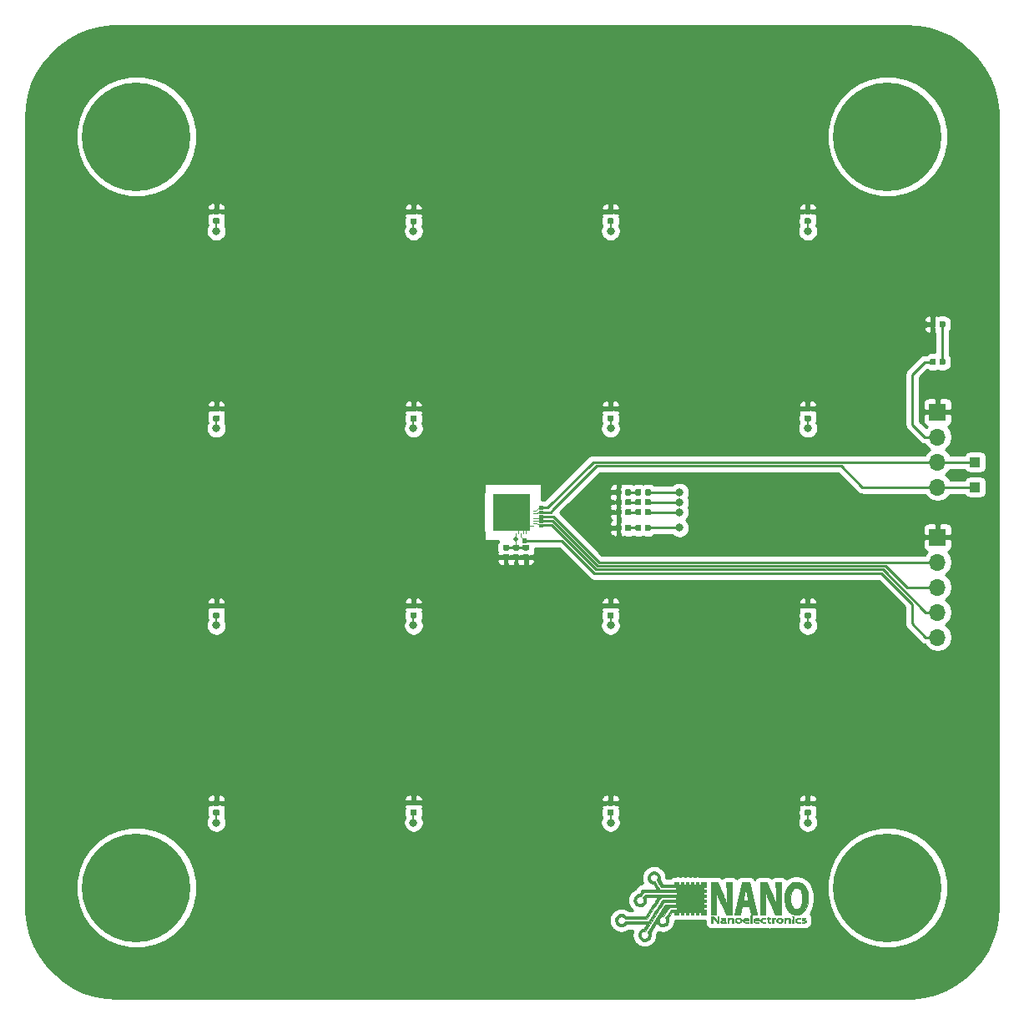
<source format=gbr>
G04 #@! TF.GenerationSoftware,KiCad,Pcbnew,(5.1.5)-3*
G04 #@! TF.CreationDate,2020-04-16T13:08:58+02:00*
G04 #@! TF.ProjectId,TGPG_breakoutboard,54475047-5f62-4726-9561-6b6f7574626f,rev?*
G04 #@! TF.SameCoordinates,Original*
G04 #@! TF.FileFunction,Copper,L1,Top*
G04 #@! TF.FilePolarity,Positive*
%FSLAX46Y46*%
G04 Gerber Fmt 4.6, Leading zero omitted, Abs format (unit mm)*
G04 Created by KiCad (PCBNEW (5.1.5)-3) date 2020-04-16 13:08:58*
%MOMM*%
%LPD*%
G04 APERTURE LIST*
%ADD10C,0.010000*%
%ADD11C,0.100000*%
%ADD12C,11.000000*%
%ADD13R,1.000000X1.000000*%
%ADD14R,0.125000X0.300000*%
%ADD15R,0.300000X0.125000*%
%ADD16R,3.700000X3.700000*%
%ADD17O,1.700000X1.700000*%
%ADD18R,1.700000X1.700000*%
%ADD19C,0.500000*%
%ADD20C,0.800000*%
%ADD21C,0.150000*%
%ADD22C,0.125000*%
%ADD23C,0.250000*%
%ADD24C,0.254000*%
G04 APERTURE END LIST*
D10*
G36*
X141400000Y-93050000D02*
G01*
X141100000Y-93050000D01*
X141100000Y-92700000D01*
X141400000Y-92700000D01*
X141400000Y-93050000D01*
G37*
X141400000Y-93050000D02*
X141100000Y-93050000D01*
X141100000Y-92700000D01*
X141400000Y-92700000D01*
X141400000Y-93050000D01*
G36*
X143100000Y-89700000D02*
G01*
X142750000Y-89700000D01*
X142750000Y-89400000D01*
X143100000Y-89400000D01*
X143100000Y-89700000D01*
G37*
X143100000Y-89700000D02*
X142750000Y-89700000D01*
X142750000Y-89400000D01*
X143100000Y-89400000D01*
X143100000Y-89700000D01*
G36*
X143100000Y-90150000D02*
G01*
X142750000Y-90150000D01*
X142750000Y-89850000D01*
X143100000Y-89850000D01*
X143100000Y-90150000D01*
G37*
X143100000Y-90150000D02*
X142750000Y-90150000D01*
X142750000Y-89850000D01*
X143100000Y-89850000D01*
X143100000Y-90150000D01*
G36*
X143100000Y-91500000D02*
G01*
X142750000Y-91500000D01*
X142750000Y-91200000D01*
X143100000Y-91200000D01*
X143100000Y-91500000D01*
G37*
X143100000Y-91500000D02*
X142750000Y-91500000D01*
X142750000Y-91200000D01*
X143100000Y-91200000D01*
X143100000Y-91500000D01*
G36*
X143100000Y-91050000D02*
G01*
X142750000Y-91050000D01*
X142750000Y-90750000D01*
X143100000Y-90750000D01*
X143100000Y-91050000D01*
G37*
X143100000Y-91050000D02*
X142750000Y-91050000D01*
X142750000Y-90750000D01*
X143100000Y-90750000D01*
X143100000Y-91050000D01*
G36*
X143100000Y-90600000D02*
G01*
X142750000Y-90600000D01*
X142750000Y-90300000D01*
X143100000Y-90300000D01*
X143100000Y-90600000D01*
G37*
X143100000Y-90600000D02*
X142750000Y-90600000D01*
X142750000Y-90300000D01*
X143100000Y-90300000D01*
X143100000Y-90600000D01*
G36*
X167279600Y-130817800D02*
G01*
X166676158Y-130817800D01*
X166607363Y-130652700D01*
X166584144Y-130597530D01*
X166549624Y-130516250D01*
X166505931Y-130413839D01*
X166455195Y-130295274D01*
X166399546Y-130165536D01*
X166341113Y-130029602D01*
X166297701Y-129928800D01*
X166178229Y-129649609D01*
X166073288Y-129400052D01*
X165982556Y-129179328D01*
X165905710Y-128986634D01*
X165842427Y-128821170D01*
X165792386Y-128682133D01*
X165773101Y-128624934D01*
X165746468Y-128547742D01*
X165723134Y-128487313D01*
X165704686Y-128446711D01*
X165692713Y-128429000D01*
X165688802Y-128437245D01*
X165694130Y-128472533D01*
X165696075Y-128497788D01*
X165698232Y-128553988D01*
X165700549Y-128638216D01*
X165702971Y-128747553D01*
X165705447Y-128879079D01*
X165707922Y-129029875D01*
X165710345Y-129197022D01*
X165712662Y-129377601D01*
X165714821Y-129568694D01*
X165715857Y-129670567D01*
X165727076Y-130817800D01*
X165196800Y-130817800D01*
X165196800Y-127566600D01*
X165865666Y-127567722D01*
X166145011Y-128206394D01*
X166230338Y-128401804D01*
X166303556Y-128570359D01*
X166366332Y-128716144D01*
X166420331Y-128843244D01*
X166467219Y-128955743D01*
X166508663Y-129057726D01*
X166546327Y-129153278D01*
X166581879Y-129246482D01*
X166616983Y-129341424D01*
X166653307Y-129442187D01*
X166681773Y-129522400D01*
X166789425Y-129827200D01*
X166780312Y-129691734D01*
X166778458Y-129649901D01*
X166776362Y-129577722D01*
X166774088Y-129478715D01*
X166771697Y-129356399D01*
X166769249Y-129214293D01*
X166766807Y-129055915D01*
X166764431Y-128884785D01*
X166762184Y-128704421D01*
X166760580Y-128561433D01*
X166749960Y-127566600D01*
X167279600Y-127566600D01*
X167279600Y-130817800D01*
G37*
X167279600Y-130817800D02*
X166676158Y-130817800D01*
X166607363Y-130652700D01*
X166584144Y-130597530D01*
X166549624Y-130516250D01*
X166505931Y-130413839D01*
X166455195Y-130295274D01*
X166399546Y-130165536D01*
X166341113Y-130029602D01*
X166297701Y-129928800D01*
X166178229Y-129649609D01*
X166073288Y-129400052D01*
X165982556Y-129179328D01*
X165905710Y-128986634D01*
X165842427Y-128821170D01*
X165792386Y-128682133D01*
X165773101Y-128624934D01*
X165746468Y-128547742D01*
X165723134Y-128487313D01*
X165704686Y-128446711D01*
X165692713Y-128429000D01*
X165688802Y-128437245D01*
X165694130Y-128472533D01*
X165696075Y-128497788D01*
X165698232Y-128553988D01*
X165700549Y-128638216D01*
X165702971Y-128747553D01*
X165705447Y-128879079D01*
X165707922Y-129029875D01*
X165710345Y-129197022D01*
X165712662Y-129377601D01*
X165714821Y-129568694D01*
X165715857Y-129670567D01*
X165727076Y-130817800D01*
X165196800Y-130817800D01*
X165196800Y-127566600D01*
X165865666Y-127567722D01*
X166145011Y-128206394D01*
X166230338Y-128401804D01*
X166303556Y-128570359D01*
X166366332Y-128716144D01*
X166420331Y-128843244D01*
X166467219Y-128955743D01*
X166508663Y-129057726D01*
X166546327Y-129153278D01*
X166581879Y-129246482D01*
X166616983Y-129341424D01*
X166653307Y-129442187D01*
X166681773Y-129522400D01*
X166789425Y-129827200D01*
X166780312Y-129691734D01*
X166778458Y-129649901D01*
X166776362Y-129577722D01*
X166774088Y-129478715D01*
X166771697Y-129356399D01*
X166769249Y-129214293D01*
X166766807Y-129055915D01*
X166764431Y-128884785D01*
X166762184Y-128704421D01*
X166760580Y-128561433D01*
X166749960Y-127566600D01*
X167279600Y-127566600D01*
X167279600Y-130817800D01*
G36*
X163711708Y-127570513D02*
G01*
X164086422Y-127575067D01*
X164159046Y-127879867D01*
X164189176Y-128005970D01*
X164223875Y-128150624D01*
X164259691Y-128299478D01*
X164293173Y-128438181D01*
X164307645Y-128497933D01*
X164329824Y-128589622D01*
X164357167Y-128703045D01*
X164388881Y-128834881D01*
X164424170Y-128981809D01*
X164462241Y-129140508D01*
X164502302Y-129307658D01*
X164543556Y-129479937D01*
X164585211Y-129654026D01*
X164626473Y-129826602D01*
X164666548Y-129994345D01*
X164704643Y-130153934D01*
X164739962Y-130302048D01*
X164771713Y-130435367D01*
X164799101Y-130550570D01*
X164821333Y-130644335D01*
X164837615Y-130713342D01*
X164847153Y-130754270D01*
X164849059Y-130762767D01*
X164860824Y-130817800D01*
X164555001Y-130817800D01*
X164446481Y-130817686D01*
X164367089Y-130816961D01*
X164312086Y-130815053D01*
X164276735Y-130811387D01*
X164256295Y-130805391D01*
X164246029Y-130796490D01*
X164241198Y-130784113D01*
X164240116Y-130779700D01*
X164233811Y-130752538D01*
X164221198Y-130697675D01*
X164203495Y-130620429D01*
X164181920Y-130526118D01*
X164157693Y-130420061D01*
X164146292Y-130370111D01*
X164121738Y-130263057D01*
X164099633Y-130167756D01*
X164081095Y-130088932D01*
X164067237Y-130031309D01*
X164059178Y-129999611D01*
X164057666Y-129994954D01*
X164048575Y-129991257D01*
X164027563Y-129988541D01*
X163990687Y-129986713D01*
X163934004Y-129985683D01*
X163853570Y-129985361D01*
X163745442Y-129985656D01*
X163670683Y-129986061D01*
X163338367Y-129988067D01*
X163328712Y-130034633D01*
X163322428Y-130065109D01*
X163310541Y-130122904D01*
X163294256Y-130202160D01*
X163274775Y-130297020D01*
X163253301Y-130401627D01*
X163249558Y-130419867D01*
X163228025Y-130524176D01*
X163208329Y-130618418D01*
X163191641Y-130697085D01*
X163179131Y-130754669D01*
X163171970Y-130785664D01*
X163171289Y-130788167D01*
X163165267Y-130798954D01*
X163151382Y-130806775D01*
X163124868Y-130812098D01*
X163080961Y-130815390D01*
X163014898Y-130817118D01*
X162921914Y-130817749D01*
X162869125Y-130817800D01*
X162575733Y-130817800D01*
X162591751Y-130745834D01*
X162600516Y-130707349D01*
X162615994Y-130640339D01*
X162637148Y-130549243D01*
X162662937Y-130438503D01*
X162692323Y-130312560D01*
X162724268Y-130175855D01*
X162757732Y-130032829D01*
X162791676Y-129887923D01*
X162825061Y-129745577D01*
X162856849Y-129610234D01*
X162886001Y-129486334D01*
X162904452Y-129408100D01*
X163426772Y-129408100D01*
X163431722Y-129416389D01*
X163455270Y-129422352D01*
X163501105Y-129426287D01*
X163572917Y-129428490D01*
X163674399Y-129429257D01*
X163690265Y-129429267D01*
X163796233Y-129428665D01*
X163872296Y-129426646D01*
X163922396Y-129422889D01*
X163950476Y-129417073D01*
X163960480Y-129408878D01*
X163960666Y-129407273D01*
X163957067Y-129384625D01*
X163947033Y-129334365D01*
X163931707Y-129261890D01*
X163912235Y-129172594D01*
X163889760Y-129071874D01*
X163886154Y-129055907D01*
X163858138Y-128930041D01*
X163828209Y-128792133D01*
X163798961Y-128654373D01*
X163772993Y-128528949D01*
X163758271Y-128455600D01*
X163739651Y-128362498D01*
X163722620Y-128279984D01*
X163708506Y-128214282D01*
X163698633Y-128171618D01*
X163695149Y-128159267D01*
X163689285Y-128166819D01*
X163678832Y-128203096D01*
X163664871Y-128263433D01*
X163648480Y-128343165D01*
X163630737Y-128437626D01*
X163630550Y-128438667D01*
X163614471Y-128525052D01*
X163594422Y-128628177D01*
X163571543Y-128742606D01*
X163546978Y-128862905D01*
X163521870Y-128983639D01*
X163497360Y-129099373D01*
X163474591Y-129204673D01*
X163454705Y-129294103D01*
X163438845Y-129362230D01*
X163428154Y-129403618D01*
X163426772Y-129408100D01*
X162904452Y-129408100D01*
X162911477Y-129378318D01*
X162927469Y-129310734D01*
X162963813Y-129157299D01*
X163002345Y-128994383D01*
X163042161Y-128825832D01*
X163082355Y-128655493D01*
X163122022Y-128487213D01*
X163160256Y-128324838D01*
X163196153Y-128172214D01*
X163228806Y-128033190D01*
X163257312Y-127911610D01*
X163280764Y-127811323D01*
X163298257Y-127736175D01*
X163308887Y-127690012D01*
X163309106Y-127689047D01*
X163336993Y-127565960D01*
X163711708Y-127570513D01*
G37*
X163711708Y-127570513D02*
X164086422Y-127575067D01*
X164159046Y-127879867D01*
X164189176Y-128005970D01*
X164223875Y-128150624D01*
X164259691Y-128299478D01*
X164293173Y-128438181D01*
X164307645Y-128497933D01*
X164329824Y-128589622D01*
X164357167Y-128703045D01*
X164388881Y-128834881D01*
X164424170Y-128981809D01*
X164462241Y-129140508D01*
X164502302Y-129307658D01*
X164543556Y-129479937D01*
X164585211Y-129654026D01*
X164626473Y-129826602D01*
X164666548Y-129994345D01*
X164704643Y-130153934D01*
X164739962Y-130302048D01*
X164771713Y-130435367D01*
X164799101Y-130550570D01*
X164821333Y-130644335D01*
X164837615Y-130713342D01*
X164847153Y-130754270D01*
X164849059Y-130762767D01*
X164860824Y-130817800D01*
X164555001Y-130817800D01*
X164446481Y-130817686D01*
X164367089Y-130816961D01*
X164312086Y-130815053D01*
X164276735Y-130811387D01*
X164256295Y-130805391D01*
X164246029Y-130796490D01*
X164241198Y-130784113D01*
X164240116Y-130779700D01*
X164233811Y-130752538D01*
X164221198Y-130697675D01*
X164203495Y-130620429D01*
X164181920Y-130526118D01*
X164157693Y-130420061D01*
X164146292Y-130370111D01*
X164121738Y-130263057D01*
X164099633Y-130167756D01*
X164081095Y-130088932D01*
X164067237Y-130031309D01*
X164059178Y-129999611D01*
X164057666Y-129994954D01*
X164048575Y-129991257D01*
X164027563Y-129988541D01*
X163990687Y-129986713D01*
X163934004Y-129985683D01*
X163853570Y-129985361D01*
X163745442Y-129985656D01*
X163670683Y-129986061D01*
X163338367Y-129988067D01*
X163328712Y-130034633D01*
X163322428Y-130065109D01*
X163310541Y-130122904D01*
X163294256Y-130202160D01*
X163274775Y-130297020D01*
X163253301Y-130401627D01*
X163249558Y-130419867D01*
X163228025Y-130524176D01*
X163208329Y-130618418D01*
X163191641Y-130697085D01*
X163179131Y-130754669D01*
X163171970Y-130785664D01*
X163171289Y-130788167D01*
X163165267Y-130798954D01*
X163151382Y-130806775D01*
X163124868Y-130812098D01*
X163080961Y-130815390D01*
X163014898Y-130817118D01*
X162921914Y-130817749D01*
X162869125Y-130817800D01*
X162575733Y-130817800D01*
X162591751Y-130745834D01*
X162600516Y-130707349D01*
X162615994Y-130640339D01*
X162637148Y-130549243D01*
X162662937Y-130438503D01*
X162692323Y-130312560D01*
X162724268Y-130175855D01*
X162757732Y-130032829D01*
X162791676Y-129887923D01*
X162825061Y-129745577D01*
X162856849Y-129610234D01*
X162886001Y-129486334D01*
X162904452Y-129408100D01*
X163426772Y-129408100D01*
X163431722Y-129416389D01*
X163455270Y-129422352D01*
X163501105Y-129426287D01*
X163572917Y-129428490D01*
X163674399Y-129429257D01*
X163690265Y-129429267D01*
X163796233Y-129428665D01*
X163872296Y-129426646D01*
X163922396Y-129422889D01*
X163950476Y-129417073D01*
X163960480Y-129408878D01*
X163960666Y-129407273D01*
X163957067Y-129384625D01*
X163947033Y-129334365D01*
X163931707Y-129261890D01*
X163912235Y-129172594D01*
X163889760Y-129071874D01*
X163886154Y-129055907D01*
X163858138Y-128930041D01*
X163828209Y-128792133D01*
X163798961Y-128654373D01*
X163772993Y-128528949D01*
X163758271Y-128455600D01*
X163739651Y-128362498D01*
X163722620Y-128279984D01*
X163708506Y-128214282D01*
X163698633Y-128171618D01*
X163695149Y-128159267D01*
X163689285Y-128166819D01*
X163678832Y-128203096D01*
X163664871Y-128263433D01*
X163648480Y-128343165D01*
X163630737Y-128437626D01*
X163630550Y-128438667D01*
X163614471Y-128525052D01*
X163594422Y-128628177D01*
X163571543Y-128742606D01*
X163546978Y-128862905D01*
X163521870Y-128983639D01*
X163497360Y-129099373D01*
X163474591Y-129204673D01*
X163454705Y-129294103D01*
X163438845Y-129362230D01*
X163428154Y-129403618D01*
X163426772Y-129408100D01*
X162904452Y-129408100D01*
X162911477Y-129378318D01*
X162927469Y-129310734D01*
X162963813Y-129157299D01*
X163002345Y-128994383D01*
X163042161Y-128825832D01*
X163082355Y-128655493D01*
X163122022Y-128487213D01*
X163160256Y-128324838D01*
X163196153Y-128172214D01*
X163228806Y-128033190D01*
X163257312Y-127911610D01*
X163280764Y-127811323D01*
X163298257Y-127736175D01*
X163308887Y-127690012D01*
X163309106Y-127689047D01*
X163336993Y-127565960D01*
X163711708Y-127570513D01*
G36*
X160533416Y-127570476D02*
G01*
X160865365Y-127575067D01*
X161127203Y-128167733D01*
X161225223Y-128390556D01*
X161310522Y-128586695D01*
X161384735Y-128760140D01*
X161449494Y-128914882D01*
X161506432Y-129054911D01*
X161557182Y-129184217D01*
X161603379Y-129306791D01*
X161646654Y-129426623D01*
X161671252Y-129497000D01*
X161711449Y-129613451D01*
X161741690Y-129700673D01*
X161763265Y-129761378D01*
X161777468Y-129798281D01*
X161785590Y-129814096D01*
X161788922Y-129811536D01*
X161788758Y-129793316D01*
X161786388Y-129762150D01*
X161784108Y-129734067D01*
X161782399Y-129697394D01*
X161780467Y-129630194D01*
X161778367Y-129535804D01*
X161776154Y-129417563D01*
X161773883Y-129278808D01*
X161771609Y-129122878D01*
X161769385Y-128953110D01*
X161767268Y-128772843D01*
X161765409Y-128595300D01*
X161755275Y-127566600D01*
X162284267Y-127566600D01*
X162284267Y-130817800D01*
X161678070Y-130817800D01*
X161339407Y-130026167D01*
X161229668Y-129768685D01*
X161132979Y-129539688D01*
X161048393Y-129336823D01*
X160974961Y-129157737D01*
X160911736Y-129000077D01*
X160857770Y-128861489D01*
X160812115Y-128739621D01*
X160773823Y-128632119D01*
X160752432Y-128568826D01*
X160731257Y-128506756D01*
X160713966Y-128459946D01*
X160703187Y-128435343D01*
X160701168Y-128433360D01*
X160700446Y-128450900D01*
X160700487Y-128498530D01*
X160701236Y-128572481D01*
X160702638Y-128668987D01*
X160704638Y-128784279D01*
X160707180Y-128914589D01*
X160710210Y-129056152D01*
X160710412Y-129065200D01*
X160713984Y-129241336D01*
X160717286Y-129436207D01*
X160720193Y-129639935D01*
X160722580Y-129842643D01*
X160724324Y-130034451D01*
X160725299Y-130205483D01*
X160725429Y-130254767D01*
X160726400Y-130817800D01*
X160201467Y-130817800D01*
X160201467Y-127565884D01*
X160533416Y-127570476D01*
G37*
X160533416Y-127570476D02*
X160865365Y-127575067D01*
X161127203Y-128167733D01*
X161225223Y-128390556D01*
X161310522Y-128586695D01*
X161384735Y-128760140D01*
X161449494Y-128914882D01*
X161506432Y-129054911D01*
X161557182Y-129184217D01*
X161603379Y-129306791D01*
X161646654Y-129426623D01*
X161671252Y-129497000D01*
X161711449Y-129613451D01*
X161741690Y-129700673D01*
X161763265Y-129761378D01*
X161777468Y-129798281D01*
X161785590Y-129814096D01*
X161788922Y-129811536D01*
X161788758Y-129793316D01*
X161786388Y-129762150D01*
X161784108Y-129734067D01*
X161782399Y-129697394D01*
X161780467Y-129630194D01*
X161778367Y-129535804D01*
X161776154Y-129417563D01*
X161773883Y-129278808D01*
X161771609Y-129122878D01*
X161769385Y-128953110D01*
X161767268Y-128772843D01*
X161765409Y-128595300D01*
X161755275Y-127566600D01*
X162284267Y-127566600D01*
X162284267Y-130817800D01*
X161678070Y-130817800D01*
X161339407Y-130026167D01*
X161229668Y-129768685D01*
X161132979Y-129539688D01*
X161048393Y-129336823D01*
X160974961Y-129157737D01*
X160911736Y-129000077D01*
X160857770Y-128861489D01*
X160812115Y-128739621D01*
X160773823Y-128632119D01*
X160752432Y-128568826D01*
X160731257Y-128506756D01*
X160713966Y-128459946D01*
X160703187Y-128435343D01*
X160701168Y-128433360D01*
X160700446Y-128450900D01*
X160700487Y-128498530D01*
X160701236Y-128572481D01*
X160702638Y-128668987D01*
X160704638Y-128784279D01*
X160707180Y-128914589D01*
X160710210Y-129056152D01*
X160710412Y-129065200D01*
X160713984Y-129241336D01*
X160717286Y-129436207D01*
X160720193Y-129639935D01*
X160722580Y-129842643D01*
X160724324Y-130034451D01*
X160725299Y-130205483D01*
X160725429Y-130254767D01*
X160726400Y-130817800D01*
X160201467Y-130817800D01*
X160201467Y-127565884D01*
X160533416Y-127570476D01*
G36*
X168954365Y-127521251D02*
G01*
X169125252Y-127548657D01*
X169285176Y-127599513D01*
X169362805Y-127635916D01*
X169509510Y-127732971D01*
X169641098Y-127858531D01*
X169756531Y-128010300D01*
X169854772Y-128185981D01*
X169934785Y-128383278D01*
X169995531Y-128599895D01*
X170035974Y-128833536D01*
X170055076Y-129081904D01*
X170056528Y-129171701D01*
X170045444Y-129436284D01*
X170012311Y-129683407D01*
X169957956Y-129911536D01*
X169883208Y-130119135D01*
X169788895Y-130304670D01*
X169675846Y-130466606D01*
X169544888Y-130603409D01*
X169396852Y-130713544D01*
X169232563Y-130795477D01*
X169167667Y-130818387D01*
X169066592Y-130842120D01*
X168947261Y-130857386D01*
X168821542Y-130863696D01*
X168701300Y-130860565D01*
X168598402Y-130847506D01*
X168576712Y-130842617D01*
X168452438Y-130803687D01*
X168341950Y-130751000D01*
X168236557Y-130679336D01*
X168127569Y-130583478D01*
X168099924Y-130556304D01*
X168030129Y-130484595D01*
X167978213Y-130425066D01*
X167936724Y-130367421D01*
X167898208Y-130301360D01*
X167857604Y-130221471D01*
X167768050Y-130005097D01*
X167702498Y-129773686D01*
X167660701Y-129531938D01*
X167642408Y-129284552D01*
X167644083Y-129200667D01*
X168244153Y-129200667D01*
X168250800Y-129398351D01*
X168270870Y-129571281D01*
X168305673Y-129726327D01*
X168356518Y-129870361D01*
X168383036Y-129929360D01*
X168458629Y-130057870D01*
X168548062Y-130157888D01*
X168649387Y-130228375D01*
X168760659Y-130268294D01*
X168879932Y-130276605D01*
X168994468Y-130255621D01*
X169080014Y-130214028D01*
X169163705Y-130143515D01*
X169241522Y-130048957D01*
X169309444Y-129935229D01*
X169362940Y-129808697D01*
X169404579Y-129653883D01*
X169432412Y-129477449D01*
X169446422Y-129288181D01*
X169446596Y-129094864D01*
X169432917Y-128906283D01*
X169405370Y-128731224D01*
X169365088Y-128581786D01*
X169302773Y-128435727D01*
X169226248Y-128314416D01*
X169137824Y-128219265D01*
X169039808Y-128151681D01*
X168934509Y-128113074D01*
X168824236Y-128104855D01*
X168711298Y-128128431D01*
X168658679Y-128150541D01*
X168553676Y-128220486D01*
X168462692Y-128319699D01*
X168386472Y-128446291D01*
X168325764Y-128598373D01*
X168281311Y-128774055D01*
X168253861Y-128971449D01*
X168244158Y-129188665D01*
X168244153Y-129200667D01*
X167644083Y-129200667D01*
X167647369Y-129036230D01*
X167675337Y-128791670D01*
X167726060Y-128555572D01*
X167799289Y-128332636D01*
X167894776Y-128127562D01*
X167975767Y-127995639D01*
X168081150Y-127866778D01*
X168208338Y-127751134D01*
X168349893Y-127653952D01*
X168498377Y-127580477D01*
X168619264Y-127541791D01*
X168782406Y-127518544D01*
X168954365Y-127521251D01*
G37*
X168954365Y-127521251D02*
X169125252Y-127548657D01*
X169285176Y-127599513D01*
X169362805Y-127635916D01*
X169509510Y-127732971D01*
X169641098Y-127858531D01*
X169756531Y-128010300D01*
X169854772Y-128185981D01*
X169934785Y-128383278D01*
X169995531Y-128599895D01*
X170035974Y-128833536D01*
X170055076Y-129081904D01*
X170056528Y-129171701D01*
X170045444Y-129436284D01*
X170012311Y-129683407D01*
X169957956Y-129911536D01*
X169883208Y-130119135D01*
X169788895Y-130304670D01*
X169675846Y-130466606D01*
X169544888Y-130603409D01*
X169396852Y-130713544D01*
X169232563Y-130795477D01*
X169167667Y-130818387D01*
X169066592Y-130842120D01*
X168947261Y-130857386D01*
X168821542Y-130863696D01*
X168701300Y-130860565D01*
X168598402Y-130847506D01*
X168576712Y-130842617D01*
X168452438Y-130803687D01*
X168341950Y-130751000D01*
X168236557Y-130679336D01*
X168127569Y-130583478D01*
X168099924Y-130556304D01*
X168030129Y-130484595D01*
X167978213Y-130425066D01*
X167936724Y-130367421D01*
X167898208Y-130301360D01*
X167857604Y-130221471D01*
X167768050Y-130005097D01*
X167702498Y-129773686D01*
X167660701Y-129531938D01*
X167642408Y-129284552D01*
X167644083Y-129200667D01*
X168244153Y-129200667D01*
X168250800Y-129398351D01*
X168270870Y-129571281D01*
X168305673Y-129726327D01*
X168356518Y-129870361D01*
X168383036Y-129929360D01*
X168458629Y-130057870D01*
X168548062Y-130157888D01*
X168649387Y-130228375D01*
X168760659Y-130268294D01*
X168879932Y-130276605D01*
X168994468Y-130255621D01*
X169080014Y-130214028D01*
X169163705Y-130143515D01*
X169241522Y-130048957D01*
X169309444Y-129935229D01*
X169362940Y-129808697D01*
X169404579Y-129653883D01*
X169432412Y-129477449D01*
X169446422Y-129288181D01*
X169446596Y-129094864D01*
X169432917Y-128906283D01*
X169405370Y-128731224D01*
X169365088Y-128581786D01*
X169302773Y-128435727D01*
X169226248Y-128314416D01*
X169137824Y-128219265D01*
X169039808Y-128151681D01*
X168934509Y-128113074D01*
X168824236Y-128104855D01*
X168711298Y-128128431D01*
X168658679Y-128150541D01*
X168553676Y-128220486D01*
X168462692Y-128319699D01*
X168386472Y-128446291D01*
X168325764Y-128598373D01*
X168281311Y-128774055D01*
X168253861Y-128971449D01*
X168244158Y-129188665D01*
X168244153Y-129200667D01*
X167644083Y-129200667D01*
X167647369Y-129036230D01*
X167675337Y-128791670D01*
X167726060Y-128555572D01*
X167799289Y-128332636D01*
X167894776Y-128127562D01*
X167975767Y-127995639D01*
X168081150Y-127866778D01*
X168208338Y-127751134D01*
X168349893Y-127653952D01*
X168498377Y-127580477D01*
X168619264Y-127541791D01*
X168782406Y-127518544D01*
X168954365Y-127521251D01*
G36*
X168557503Y-130991444D02*
G01*
X168581234Y-131021968D01*
X168583467Y-131036718D01*
X168569032Y-131067923D01*
X168532310Y-131085446D01*
X168483174Y-131086216D01*
X168452233Y-131077519D01*
X168432723Y-131055426D01*
X168435393Y-131023087D01*
X168457610Y-130993303D01*
X168471258Y-130985028D01*
X168517012Y-130977365D01*
X168557503Y-130991444D01*
G37*
X168557503Y-130991444D02*
X168581234Y-131021968D01*
X168583467Y-131036718D01*
X168569032Y-131067923D01*
X168532310Y-131085446D01*
X168483174Y-131086216D01*
X168452233Y-131077519D01*
X168432723Y-131055426D01*
X168435393Y-131023087D01*
X168457610Y-130993303D01*
X168471258Y-130985028D01*
X168517012Y-130977365D01*
X168557503Y-130991444D01*
G36*
X168566533Y-131681400D02*
G01*
X168448000Y-131681400D01*
X168448000Y-131435867D01*
X168448826Y-131348787D01*
X168451099Y-131274923D01*
X168454510Y-131220314D01*
X168458750Y-131190999D01*
X168460700Y-131187683D01*
X168485635Y-131184618D01*
X168519967Y-131181741D01*
X168566533Y-131178449D01*
X168566533Y-131681400D01*
G37*
X168566533Y-131681400D02*
X168448000Y-131681400D01*
X168448000Y-131435867D01*
X168448826Y-131348787D01*
X168451099Y-131274923D01*
X168454510Y-131220314D01*
X168458750Y-131190999D01*
X168460700Y-131187683D01*
X168485635Y-131184618D01*
X168519967Y-131181741D01*
X168566533Y-131178449D01*
X168566533Y-131681400D01*
G36*
X168102344Y-131191610D02*
G01*
X168112794Y-131195617D01*
X168160299Y-131220254D01*
X168193896Y-131251979D01*
X168216104Y-131296831D01*
X168229441Y-131360848D01*
X168236424Y-131450069D01*
X168238053Y-131495993D01*
X168243219Y-131681400D01*
X168109333Y-131681400D01*
X168109333Y-131521330D01*
X168107382Y-131446247D01*
X168102158Y-131380014D01*
X168094608Y-131332756D01*
X168090533Y-131319998D01*
X168052124Y-131273107D01*
X167994385Y-131247239D01*
X167925979Y-131244355D01*
X167855567Y-131266414D01*
X167854994Y-131266709D01*
X167818760Y-131289838D01*
X167794465Y-131319302D01*
X167779855Y-131361857D01*
X167772675Y-131424259D01*
X167770671Y-131513262D01*
X167770667Y-131519420D01*
X167770667Y-131681400D01*
X167710868Y-131681400D01*
X167668166Y-131675690D01*
X167643707Y-131661515D01*
X167642620Y-131659379D01*
X167639833Y-131635002D01*
X167638157Y-131583772D01*
X167637695Y-131512688D01*
X167638550Y-131428751D01*
X167638918Y-131409613D01*
X167643667Y-131181867D01*
X167694467Y-131181867D01*
X167732834Y-131187913D01*
X167748913Y-131210589D01*
X167750634Y-131219635D01*
X167756002Y-131257404D01*
X167805620Y-131220719D01*
X167866071Y-131192342D01*
X167944646Y-131177298D01*
X168027889Y-131176688D01*
X168102344Y-131191610D01*
G37*
X168102344Y-131191610D02*
X168112794Y-131195617D01*
X168160299Y-131220254D01*
X168193896Y-131251979D01*
X168216104Y-131296831D01*
X168229441Y-131360848D01*
X168236424Y-131450069D01*
X168238053Y-131495993D01*
X168243219Y-131681400D01*
X168109333Y-131681400D01*
X168109333Y-131521330D01*
X168107382Y-131446247D01*
X168102158Y-131380014D01*
X168094608Y-131332756D01*
X168090533Y-131319998D01*
X168052124Y-131273107D01*
X167994385Y-131247239D01*
X167925979Y-131244355D01*
X167855567Y-131266414D01*
X167854994Y-131266709D01*
X167818760Y-131289838D01*
X167794465Y-131319302D01*
X167779855Y-131361857D01*
X167772675Y-131424259D01*
X167770671Y-131513262D01*
X167770667Y-131519420D01*
X167770667Y-131681400D01*
X167710868Y-131681400D01*
X167668166Y-131675690D01*
X167643707Y-131661515D01*
X167642620Y-131659379D01*
X167639833Y-131635002D01*
X167638157Y-131583772D01*
X167637695Y-131512688D01*
X167638550Y-131428751D01*
X167638918Y-131409613D01*
X167643667Y-131181867D01*
X167694467Y-131181867D01*
X167732834Y-131187913D01*
X167748913Y-131210589D01*
X167750634Y-131219635D01*
X167756002Y-131257404D01*
X167805620Y-131220719D01*
X167866071Y-131192342D01*
X167944646Y-131177298D01*
X168027889Y-131176688D01*
X168102344Y-131191610D01*
G36*
X166720918Y-131177181D02*
G01*
X166735784Y-131193651D01*
X166737733Y-131215734D01*
X166733434Y-131244138D01*
X166713937Y-131255932D01*
X166677164Y-131258067D01*
X166620670Y-131268522D01*
X166570361Y-131304345D01*
X166567097Y-131307564D01*
X166544122Y-131332232D01*
X166529643Y-131356064D01*
X166521701Y-131387429D01*
X166518341Y-131434698D01*
X166517605Y-131506238D01*
X166517600Y-131519231D01*
X166517600Y-131681400D01*
X166384966Y-131681400D01*
X166390600Y-131182076D01*
X166441153Y-131181971D01*
X166478753Y-131187608D01*
X166497049Y-131211692D01*
X166502650Y-131232667D01*
X166510553Y-131261277D01*
X166515358Y-131263851D01*
X166515596Y-131262051D01*
X166532540Y-131235791D01*
X166571523Y-131208450D01*
X166621445Y-131185913D01*
X166671202Y-131174066D01*
X166682700Y-131173463D01*
X166720918Y-131177181D01*
G37*
X166720918Y-131177181D02*
X166735784Y-131193651D01*
X166737733Y-131215734D01*
X166733434Y-131244138D01*
X166713937Y-131255932D01*
X166677164Y-131258067D01*
X166620670Y-131268522D01*
X166570361Y-131304345D01*
X166567097Y-131307564D01*
X166544122Y-131332232D01*
X166529643Y-131356064D01*
X166521701Y-131387429D01*
X166518341Y-131434698D01*
X166517605Y-131506238D01*
X166517600Y-131519231D01*
X166517600Y-131681400D01*
X166384966Y-131681400D01*
X166390600Y-131182076D01*
X166441153Y-131181971D01*
X166478753Y-131187608D01*
X166497049Y-131211692D01*
X166502650Y-131232667D01*
X166510553Y-131261277D01*
X166515358Y-131263851D01*
X166515596Y-131262051D01*
X166532540Y-131235791D01*
X166571523Y-131208450D01*
X166621445Y-131185913D01*
X166671202Y-131174066D01*
X166682700Y-131173463D01*
X166720918Y-131177181D01*
G36*
X164316266Y-131681400D02*
G01*
X164180800Y-131681400D01*
X164180800Y-130953267D01*
X164316266Y-130953267D01*
X164316266Y-131681400D01*
G37*
X164316266Y-131681400D02*
X164180800Y-131681400D01*
X164180800Y-130953267D01*
X164316266Y-130953267D01*
X164316266Y-131681400D01*
G36*
X161929259Y-131176778D02*
G01*
X161971224Y-131188500D01*
X161990182Y-131218663D01*
X161999711Y-131256632D01*
X162050274Y-131219250D01*
X162084772Y-131198672D01*
X162125461Y-131187160D01*
X162183130Y-131182419D01*
X162226093Y-131181867D01*
X162291845Y-131182850D01*
X162334457Y-131187987D01*
X162364642Y-131200559D01*
X162393116Y-131223849D01*
X162406708Y-131237181D01*
X162430488Y-131261917D01*
X162446439Y-131284513D01*
X162456372Y-131312385D01*
X162462101Y-131352946D01*
X162465437Y-131413612D01*
X162467757Y-131486948D01*
X162473447Y-131681400D01*
X162335067Y-131681400D01*
X162335067Y-131505476D01*
X162332827Y-131406492D01*
X162324237Y-131336416D01*
X162306488Y-131290473D01*
X162276772Y-131263892D01*
X162232283Y-131251899D01*
X162184547Y-131249600D01*
X162125384Y-131253502D01*
X162085141Y-131268402D01*
X162055839Y-131292531D01*
X162036254Y-131314547D01*
X162023552Y-131338642D01*
X162016081Y-131372616D01*
X162012188Y-131424271D01*
X162010220Y-131501407D01*
X162010104Y-131508431D01*
X162007300Y-131681400D01*
X161877867Y-131681400D01*
X161877867Y-131172862D01*
X161929259Y-131176778D01*
G37*
X161929259Y-131176778D02*
X161971224Y-131188500D01*
X161990182Y-131218663D01*
X161999711Y-131256632D01*
X162050274Y-131219250D01*
X162084772Y-131198672D01*
X162125461Y-131187160D01*
X162183130Y-131182419D01*
X162226093Y-131181867D01*
X162291845Y-131182850D01*
X162334457Y-131187987D01*
X162364642Y-131200559D01*
X162393116Y-131223849D01*
X162406708Y-131237181D01*
X162430488Y-131261917D01*
X162446439Y-131284513D01*
X162456372Y-131312385D01*
X162462101Y-131352946D01*
X162465437Y-131413612D01*
X162467757Y-131486948D01*
X162473447Y-131681400D01*
X162335067Y-131681400D01*
X162335067Y-131505476D01*
X162332827Y-131406492D01*
X162324237Y-131336416D01*
X162306488Y-131290473D01*
X162276772Y-131263892D01*
X162232283Y-131251899D01*
X162184547Y-131249600D01*
X162125384Y-131253502D01*
X162085141Y-131268402D01*
X162055839Y-131292531D01*
X162036254Y-131314547D01*
X162023552Y-131338642D01*
X162016081Y-131372616D01*
X162012188Y-131424271D01*
X162010220Y-131501407D01*
X162010104Y-131508431D01*
X162007300Y-131681400D01*
X161877867Y-131681400D01*
X161877867Y-131172862D01*
X161929259Y-131176778D01*
G36*
X160963467Y-131681400D02*
G01*
X160899967Y-131680808D01*
X160874849Y-131679127D01*
X160851903Y-131672114D01*
X160826744Y-131656032D01*
X160794992Y-131627150D01*
X160752264Y-131581732D01*
X160694179Y-131516044D01*
X160658667Y-131475192D01*
X160592018Y-131397649D01*
X160527857Y-131321765D01*
X160471944Y-131254442D01*
X160430044Y-131202578D01*
X160417367Y-131186217D01*
X160353867Y-131102266D01*
X160353867Y-131681400D01*
X160235333Y-131681400D01*
X160235333Y-130987134D01*
X160307300Y-130987347D01*
X160346352Y-130989641D01*
X160376958Y-130999960D01*
X160408157Y-131023869D01*
X160448986Y-131066934D01*
X160463933Y-131083818D01*
X160581497Y-131218254D01*
X160676896Y-131329035D01*
X160749895Y-131415884D01*
X160800262Y-131478523D01*
X160827721Y-131516607D01*
X160838234Y-131532174D01*
X160845655Y-131537011D01*
X160850323Y-131527199D01*
X160852578Y-131498821D01*
X160852758Y-131447957D01*
X160851202Y-131370690D01*
X160848598Y-131275307D01*
X160840405Y-130987134D01*
X160963467Y-130987134D01*
X160963467Y-131681400D01*
G37*
X160963467Y-131681400D02*
X160899967Y-131680808D01*
X160874849Y-131679127D01*
X160851903Y-131672114D01*
X160826744Y-131656032D01*
X160794992Y-131627150D01*
X160752264Y-131581732D01*
X160694179Y-131516044D01*
X160658667Y-131475192D01*
X160592018Y-131397649D01*
X160527857Y-131321765D01*
X160471944Y-131254442D01*
X160430044Y-131202578D01*
X160417367Y-131186217D01*
X160353867Y-131102266D01*
X160353867Y-131681400D01*
X160235333Y-131681400D01*
X160235333Y-130987134D01*
X160307300Y-130987347D01*
X160346352Y-130989641D01*
X160376958Y-130999960D01*
X160408157Y-131023869D01*
X160448986Y-131066934D01*
X160463933Y-131083818D01*
X160581497Y-131218254D01*
X160676896Y-131329035D01*
X160749895Y-131415884D01*
X160800262Y-131478523D01*
X160827721Y-131516607D01*
X160838234Y-131532174D01*
X160845655Y-131537011D01*
X160850323Y-131527199D01*
X160852578Y-131498821D01*
X160852758Y-131447957D01*
X160851202Y-131370690D01*
X160848598Y-131275307D01*
X160840405Y-130987134D01*
X160963467Y-130987134D01*
X160963467Y-131681400D01*
G36*
X169732735Y-131181239D02*
G01*
X169775287Y-131187645D01*
X169794994Y-131198437D01*
X169797367Y-131215806D01*
X169793158Y-131229275D01*
X169779484Y-131245263D01*
X169749566Y-131250185D01*
X169701042Y-131246441D01*
X169615469Y-131243005D01*
X169556328Y-131255672D01*
X169525466Y-131284026D01*
X169524512Y-131286327D01*
X169522413Y-131313975D01*
X169541608Y-131339226D01*
X169585962Y-131365108D01*
X169659339Y-131394651D01*
X169665591Y-131396909D01*
X169749306Y-131436056D01*
X169805096Y-131481580D01*
X169831840Y-131530463D01*
X169828416Y-131579684D01*
X169793704Y-131626226D01*
X169759665Y-131650294D01*
X169708912Y-131669805D01*
X169639393Y-131684451D01*
X169566096Y-131692133D01*
X169504009Y-131690750D01*
X169489400Y-131688157D01*
X169443815Y-131677720D01*
X169417433Y-131671952D01*
X169385285Y-131659048D01*
X169383574Y-131635954D01*
X169393573Y-131617446D01*
X169409869Y-131605705D01*
X169442237Y-131605156D01*
X169492973Y-131614199D01*
X169572317Y-131623730D01*
X169635626Y-131617811D01*
X169675142Y-131602799D01*
X169690687Y-131578942D01*
X169692600Y-131555169D01*
X169690133Y-131526776D01*
X169678703Y-131505429D01*
X169652262Y-131486565D01*
X169604763Y-131465625D01*
X169543894Y-131442994D01*
X169462984Y-131404853D01*
X169415174Y-131360678D01*
X169400177Y-131310124D01*
X169406341Y-131277921D01*
X169441616Y-131226309D01*
X169504863Y-131192628D01*
X169595081Y-131177273D01*
X169661827Y-131177026D01*
X169732735Y-131181239D01*
G37*
X169732735Y-131181239D02*
X169775287Y-131187645D01*
X169794994Y-131198437D01*
X169797367Y-131215806D01*
X169793158Y-131229275D01*
X169779484Y-131245263D01*
X169749566Y-131250185D01*
X169701042Y-131246441D01*
X169615469Y-131243005D01*
X169556328Y-131255672D01*
X169525466Y-131284026D01*
X169524512Y-131286327D01*
X169522413Y-131313975D01*
X169541608Y-131339226D01*
X169585962Y-131365108D01*
X169659339Y-131394651D01*
X169665591Y-131396909D01*
X169749306Y-131436056D01*
X169805096Y-131481580D01*
X169831840Y-131530463D01*
X169828416Y-131579684D01*
X169793704Y-131626226D01*
X169759665Y-131650294D01*
X169708912Y-131669805D01*
X169639393Y-131684451D01*
X169566096Y-131692133D01*
X169504009Y-131690750D01*
X169489400Y-131688157D01*
X169443815Y-131677720D01*
X169417433Y-131671952D01*
X169385285Y-131659048D01*
X169383574Y-131635954D01*
X169393573Y-131617446D01*
X169409869Y-131605705D01*
X169442237Y-131605156D01*
X169492973Y-131614199D01*
X169572317Y-131623730D01*
X169635626Y-131617811D01*
X169675142Y-131602799D01*
X169690687Y-131578942D01*
X169692600Y-131555169D01*
X169690133Y-131526776D01*
X169678703Y-131505429D01*
X169652262Y-131486565D01*
X169604763Y-131465625D01*
X169543894Y-131442994D01*
X169462984Y-131404853D01*
X169415174Y-131360678D01*
X169400177Y-131310124D01*
X169406341Y-131277921D01*
X169441616Y-131226309D01*
X169504863Y-131192628D01*
X169595081Y-131177273D01*
X169661827Y-131177026D01*
X169732735Y-131181239D01*
G36*
X169183103Y-131175998D02*
G01*
X169234843Y-131183527D01*
X169261298Y-131197535D01*
X169266652Y-131219343D01*
X169265443Y-131225207D01*
X169256775Y-131242976D01*
X169237239Y-131250833D01*
X169198242Y-131250551D01*
X169159873Y-131246999D01*
X169052794Y-131247134D01*
X168967049Y-131272623D01*
X168900938Y-131323992D01*
X168897287Y-131328230D01*
X168861015Y-131393566D01*
X168856229Y-131460718D01*
X168881491Y-131523557D01*
X168935366Y-131575955D01*
X168958526Y-131589573D01*
X169008304Y-131605057D01*
X169076737Y-131614159D01*
X169149060Y-131615972D01*
X169210506Y-131609587D01*
X169224618Y-131605935D01*
X169251750Y-131609841D01*
X169267346Y-131631846D01*
X169265873Y-131657817D01*
X169250249Y-131671390D01*
X169197151Y-131683288D01*
X169124029Y-131689228D01*
X169044228Y-131689061D01*
X168971089Y-131682636D01*
X168933104Y-131674940D01*
X168848316Y-131637316D01*
X168785036Y-131581598D01*
X168745007Y-131513592D01*
X168729969Y-131439108D01*
X168741662Y-131363951D01*
X168781828Y-131293931D01*
X168810272Y-131265109D01*
X168889893Y-131212748D01*
X168984816Y-131182939D01*
X169101585Y-131173631D01*
X169101898Y-131173631D01*
X169183103Y-131175998D01*
G37*
X169183103Y-131175998D02*
X169234843Y-131183527D01*
X169261298Y-131197535D01*
X169266652Y-131219343D01*
X169265443Y-131225207D01*
X169256775Y-131242976D01*
X169237239Y-131250833D01*
X169198242Y-131250551D01*
X169159873Y-131246999D01*
X169052794Y-131247134D01*
X168967049Y-131272623D01*
X168900938Y-131323992D01*
X168897287Y-131328230D01*
X168861015Y-131393566D01*
X168856229Y-131460718D01*
X168881491Y-131523557D01*
X168935366Y-131575955D01*
X168958526Y-131589573D01*
X169008304Y-131605057D01*
X169076737Y-131614159D01*
X169149060Y-131615972D01*
X169210506Y-131609587D01*
X169224618Y-131605935D01*
X169251750Y-131609841D01*
X169267346Y-131631846D01*
X169265873Y-131657817D01*
X169250249Y-131671390D01*
X169197151Y-131683288D01*
X169124029Y-131689228D01*
X169044228Y-131689061D01*
X168971089Y-131682636D01*
X168933104Y-131674940D01*
X168848316Y-131637316D01*
X168785036Y-131581598D01*
X168745007Y-131513592D01*
X168729969Y-131439108D01*
X168741662Y-131363951D01*
X168781828Y-131293931D01*
X168810272Y-131265109D01*
X168889893Y-131212748D01*
X168984816Y-131182939D01*
X169101585Y-131173631D01*
X169101898Y-131173631D01*
X169183103Y-131175998D01*
G36*
X167247524Y-131187499D02*
G01*
X167325880Y-131206425D01*
X167386447Y-131241686D01*
X167436467Y-131296323D01*
X167444642Y-131308053D01*
X167478045Y-131382479D01*
X167481396Y-131456094D01*
X167458408Y-131525508D01*
X167412798Y-131587333D01*
X167348282Y-131638180D01*
X167268574Y-131674662D01*
X167177391Y-131693389D01*
X167078447Y-131690974D01*
X167034066Y-131682500D01*
X166941715Y-131646987D01*
X166870898Y-131593481D01*
X166824070Y-131526812D01*
X166803692Y-131451813D01*
X166807735Y-131414586D01*
X166927798Y-131414586D01*
X166929442Y-131465063D01*
X166954178Y-131517661D01*
X166962686Y-131530729D01*
X167018252Y-131585232D01*
X167090356Y-131616126D01*
X167169723Y-131621723D01*
X167247077Y-131600337D01*
X167270999Y-131586798D01*
X167319256Y-131536670D01*
X167343905Y-131471021D01*
X167343950Y-131399538D01*
X167318395Y-131331912D01*
X167299761Y-131306958D01*
X167240844Y-131263009D01*
X167170056Y-131242589D01*
X167096020Y-131244598D01*
X167027358Y-131267939D01*
X166972694Y-131311510D01*
X166948066Y-131351781D01*
X166927798Y-131414586D01*
X166807735Y-131414586D01*
X166812219Y-131373316D01*
X166843624Y-131308053D01*
X166892548Y-131249728D01*
X166950755Y-131211309D01*
X167025490Y-131189756D01*
X167123997Y-131182025D01*
X167144133Y-131181867D01*
X167247524Y-131187499D01*
G37*
X167247524Y-131187499D02*
X167325880Y-131206425D01*
X167386447Y-131241686D01*
X167436467Y-131296323D01*
X167444642Y-131308053D01*
X167478045Y-131382479D01*
X167481396Y-131456094D01*
X167458408Y-131525508D01*
X167412798Y-131587333D01*
X167348282Y-131638180D01*
X167268574Y-131674662D01*
X167177391Y-131693389D01*
X167078447Y-131690974D01*
X167034066Y-131682500D01*
X166941715Y-131646987D01*
X166870898Y-131593481D01*
X166824070Y-131526812D01*
X166803692Y-131451813D01*
X166807735Y-131414586D01*
X166927798Y-131414586D01*
X166929442Y-131465063D01*
X166954178Y-131517661D01*
X166962686Y-131530729D01*
X167018252Y-131585232D01*
X167090356Y-131616126D01*
X167169723Y-131621723D01*
X167247077Y-131600337D01*
X167270999Y-131586798D01*
X167319256Y-131536670D01*
X167343905Y-131471021D01*
X167343950Y-131399538D01*
X167318395Y-131331912D01*
X167299761Y-131306958D01*
X167240844Y-131263009D01*
X167170056Y-131242589D01*
X167096020Y-131244598D01*
X167027358Y-131267939D01*
X166972694Y-131311510D01*
X166948066Y-131351781D01*
X166927798Y-131414586D01*
X166807735Y-131414586D01*
X166812219Y-131373316D01*
X166843624Y-131308053D01*
X166892548Y-131249728D01*
X166950755Y-131211309D01*
X167025490Y-131189756D01*
X167123997Y-131182025D01*
X167144133Y-131181867D01*
X167247524Y-131187499D01*
G36*
X166052140Y-131081126D02*
G01*
X166060091Y-131109965D01*
X166060400Y-131122600D01*
X166062178Y-131151395D01*
X166072340Y-131167896D01*
X166098130Y-131175255D01*
X166146789Y-131176624D01*
X166183166Y-131176023D01*
X166225725Y-131178332D01*
X166243799Y-131190621D01*
X166246666Y-131207927D01*
X166237568Y-131236007D01*
X166225500Y-131243087D01*
X166192138Y-131247962D01*
X166187400Y-131248974D01*
X166159705Y-131252471D01*
X166116436Y-131255440D01*
X166115433Y-131255488D01*
X166060400Y-131258067D01*
X166060400Y-131409257D01*
X166062922Y-131496586D01*
X166072373Y-131555494D01*
X166091583Y-131591179D01*
X166123382Y-131608837D01*
X166170597Y-131613665D01*
X166171676Y-131613667D01*
X166212345Y-131617855D01*
X166228330Y-131633543D01*
X166229733Y-131645722D01*
X166215343Y-131677382D01*
X166176998Y-131694859D01*
X166121934Y-131697158D01*
X166057387Y-131683287D01*
X166030638Y-131673034D01*
X165993808Y-131651300D01*
X165968421Y-131619728D01*
X165952572Y-131572461D01*
X165944358Y-131503639D01*
X165941875Y-131407405D01*
X165941866Y-131399833D01*
X165941236Y-131324797D01*
X165938589Y-131277590D01*
X165932796Y-131252187D01*
X165922724Y-131242564D01*
X165912233Y-131242019D01*
X165866003Y-131242748D01*
X165844607Y-131230043D01*
X165840266Y-131207267D01*
X165845535Y-131180678D01*
X165852966Y-131175405D01*
X165908210Y-131175652D01*
X165937216Y-131154966D01*
X165941866Y-131133042D01*
X165954507Y-131096163D01*
X165979966Y-131082473D01*
X166027888Y-131073187D01*
X166052140Y-131081126D01*
G37*
X166052140Y-131081126D02*
X166060091Y-131109965D01*
X166060400Y-131122600D01*
X166062178Y-131151395D01*
X166072340Y-131167896D01*
X166098130Y-131175255D01*
X166146789Y-131176624D01*
X166183166Y-131176023D01*
X166225725Y-131178332D01*
X166243799Y-131190621D01*
X166246666Y-131207927D01*
X166237568Y-131236007D01*
X166225500Y-131243087D01*
X166192138Y-131247962D01*
X166187400Y-131248974D01*
X166159705Y-131252471D01*
X166116436Y-131255440D01*
X166115433Y-131255488D01*
X166060400Y-131258067D01*
X166060400Y-131409257D01*
X166062922Y-131496586D01*
X166072373Y-131555494D01*
X166091583Y-131591179D01*
X166123382Y-131608837D01*
X166170597Y-131613665D01*
X166171676Y-131613667D01*
X166212345Y-131617855D01*
X166228330Y-131633543D01*
X166229733Y-131645722D01*
X166215343Y-131677382D01*
X166176998Y-131694859D01*
X166121934Y-131697158D01*
X166057387Y-131683287D01*
X166030638Y-131673034D01*
X165993808Y-131651300D01*
X165968421Y-131619728D01*
X165952572Y-131572461D01*
X165944358Y-131503639D01*
X165941875Y-131407405D01*
X165941866Y-131399833D01*
X165941236Y-131324797D01*
X165938589Y-131277590D01*
X165932796Y-131252187D01*
X165922724Y-131242564D01*
X165912233Y-131242019D01*
X165866003Y-131242748D01*
X165844607Y-131230043D01*
X165840266Y-131207267D01*
X165845535Y-131180678D01*
X165852966Y-131175405D01*
X165908210Y-131175652D01*
X165937216Y-131154966D01*
X165941866Y-131133042D01*
X165954507Y-131096163D01*
X165979966Y-131082473D01*
X166027888Y-131073187D01*
X166052140Y-131081126D01*
G36*
X165698922Y-131183171D02*
G01*
X165729927Y-131197705D01*
X165736106Y-131221169D01*
X165733416Y-131230391D01*
X165721645Y-131244763D01*
X165695632Y-131250796D01*
X165647558Y-131249604D01*
X165616649Y-131247006D01*
X165513330Y-131248079D01*
X165430425Y-131271225D01*
X165370482Y-131314856D01*
X165336051Y-131377382D01*
X165328580Y-131426605D01*
X165339899Y-131502884D01*
X165378413Y-131559336D01*
X165443614Y-131595616D01*
X165534995Y-131611378D01*
X165599549Y-131610997D01*
X165666495Y-131608801D01*
X165706536Y-131612148D01*
X165726312Y-131621935D01*
X165730364Y-131628667D01*
X165731428Y-131657961D01*
X165726522Y-131666413D01*
X165697695Y-131678169D01*
X165645290Y-131685971D01*
X165579396Y-131689513D01*
X165510103Y-131688493D01*
X165447501Y-131682608D01*
X165414370Y-131675803D01*
X165323520Y-131641828D01*
X165261051Y-131597675D01*
X165222149Y-131539886D01*
X165220785Y-131536694D01*
X165199103Y-131447207D01*
X165210010Y-131364351D01*
X165252415Y-131291235D01*
X165325223Y-131230969D01*
X165329055Y-131228692D01*
X165375954Y-131204721D01*
X165423969Y-131189888D01*
X165484746Y-131181520D01*
X165551218Y-131177646D01*
X165640287Y-131176755D01*
X165698922Y-131183171D01*
G37*
X165698922Y-131183171D02*
X165729927Y-131197705D01*
X165736106Y-131221169D01*
X165733416Y-131230391D01*
X165721645Y-131244763D01*
X165695632Y-131250796D01*
X165647558Y-131249604D01*
X165616649Y-131247006D01*
X165513330Y-131248079D01*
X165430425Y-131271225D01*
X165370482Y-131314856D01*
X165336051Y-131377382D01*
X165328580Y-131426605D01*
X165339899Y-131502884D01*
X165378413Y-131559336D01*
X165443614Y-131595616D01*
X165534995Y-131611378D01*
X165599549Y-131610997D01*
X165666495Y-131608801D01*
X165706536Y-131612148D01*
X165726312Y-131621935D01*
X165730364Y-131628667D01*
X165731428Y-131657961D01*
X165726522Y-131666413D01*
X165697695Y-131678169D01*
X165645290Y-131685971D01*
X165579396Y-131689513D01*
X165510103Y-131688493D01*
X165447501Y-131682608D01*
X165414370Y-131675803D01*
X165323520Y-131641828D01*
X165261051Y-131597675D01*
X165222149Y-131539886D01*
X165220785Y-131536694D01*
X165199103Y-131447207D01*
X165210010Y-131364351D01*
X165252415Y-131291235D01*
X165325223Y-131230969D01*
X165329055Y-131228692D01*
X165375954Y-131204721D01*
X165423969Y-131189888D01*
X165484746Y-131181520D01*
X165551218Y-131177646D01*
X165640287Y-131176755D01*
X165698922Y-131183171D01*
G36*
X164915840Y-131187063D02*
G01*
X164995860Y-131226038D01*
X165054160Y-131287545D01*
X165087072Y-131368780D01*
X165089391Y-131381231D01*
X165099631Y-131444334D01*
X164851882Y-131444334D01*
X164750041Y-131444807D01*
X164678079Y-131447214D01*
X164632013Y-131453036D01*
X164607860Y-131463753D01*
X164601635Y-131480845D01*
X164609354Y-131505795D01*
X164621568Y-131529938D01*
X164657061Y-131571216D01*
X164713536Y-131597681D01*
X164794771Y-131610480D01*
X164889457Y-131611361D01*
X164961472Y-131609771D01*
X165006230Y-131611715D01*
X165030246Y-131618160D01*
X165040032Y-131630071D01*
X165040984Y-131633835D01*
X165031620Y-131658153D01*
X164998776Y-131670292D01*
X164875282Y-131686633D01*
X164769741Y-131686633D01*
X164728194Y-131680830D01*
X164625175Y-131648311D01*
X164548228Y-131598401D01*
X164499046Y-131533172D01*
X164479323Y-131454696D01*
X164485802Y-131384172D01*
X164493181Y-131367077D01*
X164608205Y-131367077D01*
X164610200Y-131372717D01*
X164629298Y-131377902D01*
X164674695Y-131382015D01*
X164738824Y-131384533D01*
X164788783Y-131385067D01*
X164866137Y-131384692D01*
X164915763Y-131382686D01*
X164943800Y-131377724D01*
X164956383Y-131368484D01*
X164959651Y-131353640D01*
X164959733Y-131348196D01*
X164944511Y-131305899D01*
X164904602Y-131272101D01*
X164848644Y-131249258D01*
X164785274Y-131239830D01*
X164723128Y-131246272D01*
X164675765Y-131267402D01*
X164640458Y-131300057D01*
X164615611Y-131337019D01*
X164608205Y-131367077D01*
X164493181Y-131367077D01*
X164520179Y-131304532D01*
X164581398Y-131241589D01*
X164665566Y-131197813D01*
X164768791Y-131175677D01*
X164817764Y-131173426D01*
X164915840Y-131187063D01*
G37*
X164915840Y-131187063D02*
X164995860Y-131226038D01*
X165054160Y-131287545D01*
X165087072Y-131368780D01*
X165089391Y-131381231D01*
X165099631Y-131444334D01*
X164851882Y-131444334D01*
X164750041Y-131444807D01*
X164678079Y-131447214D01*
X164632013Y-131453036D01*
X164607860Y-131463753D01*
X164601635Y-131480845D01*
X164609354Y-131505795D01*
X164621568Y-131529938D01*
X164657061Y-131571216D01*
X164713536Y-131597681D01*
X164794771Y-131610480D01*
X164889457Y-131611361D01*
X164961472Y-131609771D01*
X165006230Y-131611715D01*
X165030246Y-131618160D01*
X165040032Y-131630071D01*
X165040984Y-131633835D01*
X165031620Y-131658153D01*
X164998776Y-131670292D01*
X164875282Y-131686633D01*
X164769741Y-131686633D01*
X164728194Y-131680830D01*
X164625175Y-131648311D01*
X164548228Y-131598401D01*
X164499046Y-131533172D01*
X164479323Y-131454696D01*
X164485802Y-131384172D01*
X164493181Y-131367077D01*
X164608205Y-131367077D01*
X164610200Y-131372717D01*
X164629298Y-131377902D01*
X164674695Y-131382015D01*
X164738824Y-131384533D01*
X164788783Y-131385067D01*
X164866137Y-131384692D01*
X164915763Y-131382686D01*
X164943800Y-131377724D01*
X164956383Y-131368484D01*
X164959651Y-131353640D01*
X164959733Y-131348196D01*
X164944511Y-131305899D01*
X164904602Y-131272101D01*
X164848644Y-131249258D01*
X164785274Y-131239830D01*
X164723128Y-131246272D01*
X164675765Y-131267402D01*
X164640458Y-131300057D01*
X164615611Y-131337019D01*
X164608205Y-131367077D01*
X164493181Y-131367077D01*
X164520179Y-131304532D01*
X164581398Y-131241589D01*
X164665566Y-131197813D01*
X164768791Y-131175677D01*
X164817764Y-131173426D01*
X164915840Y-131187063D01*
G36*
X163837495Y-131183980D02*
G01*
X163914320Y-131215069D01*
X163975586Y-131262502D01*
X164015504Y-131324008D01*
X164028400Y-131390834D01*
X164028400Y-131443404D01*
X163787100Y-131448102D01*
X163692428Y-131450181D01*
X163626591Y-131452655D01*
X163584558Y-131456346D01*
X163561301Y-131462079D01*
X163551790Y-131470677D01*
X163550994Y-131482962D01*
X163551561Y-131486667D01*
X163575640Y-131538965D01*
X163623186Y-131583397D01*
X163655866Y-131600527D01*
X163696752Y-131609238D01*
X163758454Y-131614396D01*
X163828085Y-131615789D01*
X163892758Y-131613199D01*
X163939588Y-131606413D01*
X163943360Y-131605319D01*
X163971203Y-131608552D01*
X163982265Y-131629677D01*
X163982206Y-131654520D01*
X163959631Y-131667499D01*
X163937797Y-131671741D01*
X163822483Y-131685846D01*
X163731312Y-131688507D01*
X163658465Y-131680330D01*
X163558791Y-131648025D01*
X163485300Y-131596983D01*
X163439528Y-131528962D01*
X163423011Y-131445717D01*
X163424481Y-131412766D01*
X163441605Y-131345703D01*
X163553134Y-131345703D01*
X163563534Y-131362241D01*
X163601647Y-131371773D01*
X163669751Y-131375959D01*
X163732066Y-131376600D01*
X163812896Y-131375869D01*
X163865458Y-131373128D01*
X163895333Y-131367556D01*
X163908098Y-131358332D01*
X163909866Y-131350430D01*
X163898620Y-131321329D01*
X163871251Y-131285711D01*
X163868303Y-131282697D01*
X163812966Y-131249349D01*
X163743665Y-131238353D01*
X163671788Y-131249611D01*
X163608726Y-131283023D01*
X163606366Y-131284972D01*
X163568170Y-131320500D01*
X163553134Y-131345703D01*
X163441605Y-131345703D01*
X163445488Y-131330500D01*
X163492081Y-131265711D01*
X163567940Y-131213361D01*
X163571546Y-131211500D01*
X163660320Y-131179923D01*
X163750899Y-131171507D01*
X163837495Y-131183980D01*
G37*
X163837495Y-131183980D02*
X163914320Y-131215069D01*
X163975586Y-131262502D01*
X164015504Y-131324008D01*
X164028400Y-131390834D01*
X164028400Y-131443404D01*
X163787100Y-131448102D01*
X163692428Y-131450181D01*
X163626591Y-131452655D01*
X163584558Y-131456346D01*
X163561301Y-131462079D01*
X163551790Y-131470677D01*
X163550994Y-131482962D01*
X163551561Y-131486667D01*
X163575640Y-131538965D01*
X163623186Y-131583397D01*
X163655866Y-131600527D01*
X163696752Y-131609238D01*
X163758454Y-131614396D01*
X163828085Y-131615789D01*
X163892758Y-131613199D01*
X163939588Y-131606413D01*
X163943360Y-131605319D01*
X163971203Y-131608552D01*
X163982265Y-131629677D01*
X163982206Y-131654520D01*
X163959631Y-131667499D01*
X163937797Y-131671741D01*
X163822483Y-131685846D01*
X163731312Y-131688507D01*
X163658465Y-131680330D01*
X163558791Y-131648025D01*
X163485300Y-131596983D01*
X163439528Y-131528962D01*
X163423011Y-131445717D01*
X163424481Y-131412766D01*
X163441605Y-131345703D01*
X163553134Y-131345703D01*
X163563534Y-131362241D01*
X163601647Y-131371773D01*
X163669751Y-131375959D01*
X163732066Y-131376600D01*
X163812896Y-131375869D01*
X163865458Y-131373128D01*
X163895333Y-131367556D01*
X163908098Y-131358332D01*
X163909866Y-131350430D01*
X163898620Y-131321329D01*
X163871251Y-131285711D01*
X163868303Y-131282697D01*
X163812966Y-131249349D01*
X163743665Y-131238353D01*
X163671788Y-131249611D01*
X163608726Y-131283023D01*
X163606366Y-131284972D01*
X163568170Y-131320500D01*
X163553134Y-131345703D01*
X163441605Y-131345703D01*
X163445488Y-131330500D01*
X163492081Y-131265711D01*
X163567940Y-131213361D01*
X163571546Y-131211500D01*
X163660320Y-131179923D01*
X163750899Y-131171507D01*
X163837495Y-131183980D01*
G36*
X163079544Y-131185521D02*
G01*
X163167439Y-131215870D01*
X163237696Y-131263625D01*
X163272942Y-131307570D01*
X163300195Y-131385474D01*
X163300005Y-131470352D01*
X163272658Y-131548882D01*
X163222249Y-131605650D01*
X163147904Y-131649738D01*
X163057920Y-131678858D01*
X162960593Y-131690722D01*
X162864220Y-131683044D01*
X162823653Y-131672692D01*
X162747060Y-131634229D01*
X162683381Y-131575997D01*
X162641027Y-131506750D01*
X162630676Y-131471829D01*
X162630662Y-131438319D01*
X162756540Y-131438319D01*
X162771264Y-131502261D01*
X162806909Y-131558056D01*
X162859447Y-131600465D01*
X162924848Y-131624248D01*
X162999084Y-131624164D01*
X163040931Y-131612539D01*
X163113924Y-131570057D01*
X163159771Y-131510807D01*
X163176310Y-131439504D01*
X163161377Y-131360862D01*
X163159038Y-131355062D01*
X163116308Y-131292209D01*
X163051857Y-131254982D01*
X162966641Y-131243859D01*
X162938635Y-131245540D01*
X162878270Y-131256068D01*
X162835770Y-131278182D01*
X162805972Y-131306958D01*
X162766766Y-131371472D01*
X162756540Y-131438319D01*
X162630662Y-131438319D01*
X162630649Y-131408875D01*
X162654566Y-131335372D01*
X162679728Y-131287302D01*
X162710336Y-131254349D01*
X162757525Y-131226042D01*
X162784427Y-131213268D01*
X162880597Y-131182783D01*
X162981450Y-131174013D01*
X163079544Y-131185521D01*
G37*
X163079544Y-131185521D02*
X163167439Y-131215870D01*
X163237696Y-131263625D01*
X163272942Y-131307570D01*
X163300195Y-131385474D01*
X163300005Y-131470352D01*
X163272658Y-131548882D01*
X163222249Y-131605650D01*
X163147904Y-131649738D01*
X163057920Y-131678858D01*
X162960593Y-131690722D01*
X162864220Y-131683044D01*
X162823653Y-131672692D01*
X162747060Y-131634229D01*
X162683381Y-131575997D01*
X162641027Y-131506750D01*
X162630676Y-131471829D01*
X162630662Y-131438319D01*
X162756540Y-131438319D01*
X162771264Y-131502261D01*
X162806909Y-131558056D01*
X162859447Y-131600465D01*
X162924848Y-131624248D01*
X162999084Y-131624164D01*
X163040931Y-131612539D01*
X163113924Y-131570057D01*
X163159771Y-131510807D01*
X163176310Y-131439504D01*
X163161377Y-131360862D01*
X163159038Y-131355062D01*
X163116308Y-131292209D01*
X163051857Y-131254982D01*
X162966641Y-131243859D01*
X162938635Y-131245540D01*
X162878270Y-131256068D01*
X162835770Y-131278182D01*
X162805972Y-131306958D01*
X162766766Y-131371472D01*
X162756540Y-131438319D01*
X162630662Y-131438319D01*
X162630649Y-131408875D01*
X162654566Y-131335372D01*
X162679728Y-131287302D01*
X162710336Y-131254349D01*
X162757525Y-131226042D01*
X162784427Y-131213268D01*
X162880597Y-131182783D01*
X162981450Y-131174013D01*
X163079544Y-131185521D01*
G36*
X161461366Y-131177135D02*
G01*
X161532967Y-131187819D01*
X161563781Y-131197367D01*
X161603683Y-131218587D01*
X161632244Y-131247446D01*
X161651669Y-131289787D01*
X161664168Y-131351455D01*
X161671947Y-131438295D01*
X161674667Y-131490936D01*
X161683133Y-131681471D01*
X161629912Y-131681436D01*
X161586213Y-131673319D01*
X161566716Y-131655408D01*
X161556497Y-131639638D01*
X161537324Y-131640970D01*
X161504727Y-131656314D01*
X161446407Y-131676342D01*
X161371870Y-131688994D01*
X161298366Y-131692102D01*
X161256966Y-131687480D01*
X161202468Y-131661719D01*
X161158418Y-131616681D01*
X161134572Y-131563491D01*
X161132800Y-131545934D01*
X161137921Y-131526591D01*
X161259265Y-131526591D01*
X161259763Y-131562750D01*
X161288819Y-131603808D01*
X161339304Y-131624636D01*
X161404454Y-131623766D01*
X161462181Y-131606634D01*
X161521363Y-131567709D01*
X161551510Y-131511753D01*
X161556133Y-131470847D01*
X161552289Y-131442231D01*
X161534227Y-131430009D01*
X161492633Y-131427495D01*
X161407281Y-131435237D01*
X161336614Y-131456263D01*
X161285614Y-131487679D01*
X161259265Y-131526591D01*
X161137921Y-131526591D01*
X161148708Y-131485847D01*
X161196444Y-131437181D01*
X161276029Y-131399923D01*
X161387482Y-131374064D01*
X161450223Y-131365912D01*
X161506490Y-131358732D01*
X161535833Y-131350136D01*
X161545151Y-131336953D01*
X161543399Y-131323095D01*
X161516202Y-131281594D01*
X161464106Y-131253599D01*
X161393906Y-131240689D01*
X161312400Y-131244441D01*
X161256678Y-131256534D01*
X161216910Y-131263973D01*
X161197403Y-131254711D01*
X161193290Y-131246682D01*
X161185590Y-131223079D01*
X161192010Y-131209942D01*
X161220033Y-131197893D01*
X161236927Y-131191990D01*
X161299318Y-131178990D01*
X161378807Y-131174115D01*
X161461366Y-131177135D01*
G37*
X161461366Y-131177135D02*
X161532967Y-131187819D01*
X161563781Y-131197367D01*
X161603683Y-131218587D01*
X161632244Y-131247446D01*
X161651669Y-131289787D01*
X161664168Y-131351455D01*
X161671947Y-131438295D01*
X161674667Y-131490936D01*
X161683133Y-131681471D01*
X161629912Y-131681436D01*
X161586213Y-131673319D01*
X161566716Y-131655408D01*
X161556497Y-131639638D01*
X161537324Y-131640970D01*
X161504727Y-131656314D01*
X161446407Y-131676342D01*
X161371870Y-131688994D01*
X161298366Y-131692102D01*
X161256966Y-131687480D01*
X161202468Y-131661719D01*
X161158418Y-131616681D01*
X161134572Y-131563491D01*
X161132800Y-131545934D01*
X161137921Y-131526591D01*
X161259265Y-131526591D01*
X161259763Y-131562750D01*
X161288819Y-131603808D01*
X161339304Y-131624636D01*
X161404454Y-131623766D01*
X161462181Y-131606634D01*
X161521363Y-131567709D01*
X161551510Y-131511753D01*
X161556133Y-131470847D01*
X161552289Y-131442231D01*
X161534227Y-131430009D01*
X161492633Y-131427495D01*
X161407281Y-131435237D01*
X161336614Y-131456263D01*
X161285614Y-131487679D01*
X161259265Y-131526591D01*
X161137921Y-131526591D01*
X161148708Y-131485847D01*
X161196444Y-131437181D01*
X161276029Y-131399923D01*
X161387482Y-131374064D01*
X161450223Y-131365912D01*
X161506490Y-131358732D01*
X161535833Y-131350136D01*
X161545151Y-131336953D01*
X161543399Y-131323095D01*
X161516202Y-131281594D01*
X161464106Y-131253599D01*
X161393906Y-131240689D01*
X161312400Y-131244441D01*
X161256678Y-131256534D01*
X161216910Y-131263973D01*
X161197403Y-131254711D01*
X161193290Y-131246682D01*
X161185590Y-131223079D01*
X161192010Y-131209942D01*
X161220033Y-131197893D01*
X161236927Y-131191990D01*
X161299318Y-131178990D01*
X161378807Y-131174115D01*
X161461366Y-131177135D01*
G36*
X154483757Y-126477278D02*
G01*
X154545430Y-126489926D01*
X154685058Y-126541741D01*
X154803590Y-126619957D01*
X154900281Y-126723957D01*
X154967354Y-126837694D01*
X154986794Y-126882546D01*
X154999578Y-126924103D01*
X155007093Y-126971443D01*
X155010729Y-127033648D01*
X155011871Y-127119796D01*
X155011899Y-127129170D01*
X155012399Y-127326740D01*
X155161135Y-127565203D01*
X155309872Y-127803667D01*
X156421139Y-127803667D01*
X156429096Y-127707720D01*
X156436308Y-127649311D01*
X156450070Y-127607310D01*
X156475363Y-127579044D01*
X156517169Y-127561839D01*
X156580468Y-127553020D01*
X156670242Y-127549914D01*
X156723542Y-127549667D01*
X156933333Y-127549667D01*
X156933333Y-127803667D01*
X157187333Y-127803667D01*
X157187333Y-127549667D01*
X157441333Y-127549667D01*
X157441333Y-127803667D01*
X157695333Y-127803667D01*
X157695333Y-127549667D01*
X157949333Y-127549667D01*
X157949333Y-127803667D01*
X158203333Y-127803667D01*
X158203333Y-127549667D01*
X158321544Y-127549667D01*
X158386245Y-127551422D01*
X158426915Y-127560823D01*
X158448499Y-127584071D01*
X158455939Y-127627368D01*
X158454180Y-127696916D01*
X158453144Y-127714767D01*
X158447824Y-127803667D01*
X158711333Y-127803667D01*
X158711333Y-127549667D01*
X158948400Y-127549667D01*
X158948400Y-127803667D01*
X159200916Y-127803667D01*
X159205891Y-127680900D01*
X159210867Y-127558134D01*
X159415383Y-127553402D01*
X159503265Y-127551879D01*
X159564310Y-127552679D01*
X159605517Y-127556668D01*
X159633885Y-127564711D01*
X159656413Y-127577672D01*
X159665150Y-127584265D01*
X159683647Y-127599865D01*
X159696259Y-127616571D01*
X159704114Y-127640719D01*
X159708338Y-127678642D01*
X159710057Y-127736675D01*
X159710398Y-127821154D01*
X159710400Y-127838763D01*
X159710400Y-128057667D01*
X159456400Y-128057667D01*
X159456400Y-128311667D01*
X159710400Y-128311667D01*
X159710400Y-128565667D01*
X159456400Y-128565667D01*
X159456400Y-128819667D01*
X159710400Y-128819667D01*
X159710400Y-128946667D01*
X159708850Y-129007033D01*
X159704749Y-129051267D01*
X159698921Y-129071268D01*
X159697700Y-129071662D01*
X159675419Y-129070924D01*
X159629343Y-129070931D01*
X159570700Y-129071662D01*
X159456400Y-129073667D01*
X159456400Y-129327667D01*
X159710400Y-129327667D01*
X159710400Y-129578247D01*
X159613033Y-129578837D01*
X159554107Y-129579352D01*
X159505896Y-129580052D01*
X159486033Y-129580547D01*
X159470281Y-129585814D01*
X159461257Y-129604821D01*
X159457217Y-129644608D01*
X159456400Y-129700200D01*
X159456400Y-129818733D01*
X159570700Y-129820739D01*
X159630348Y-129821476D01*
X159676077Y-129821469D01*
X159697700Y-129820739D01*
X159703761Y-129835280D01*
X159708249Y-129875577D01*
X159710341Y-129933530D01*
X159710400Y-129945734D01*
X159710400Y-130072733D01*
X159456400Y-130072733D01*
X159456400Y-130326733D01*
X159710400Y-130326733D01*
X159710400Y-130546867D01*
X159710033Y-130651393D01*
X159705787Y-130726968D01*
X159692939Y-130778282D01*
X159666771Y-130810027D01*
X159622560Y-130826893D01*
X159555587Y-130833571D01*
X159461131Y-130834751D01*
X159420697Y-130834734D01*
X159198727Y-130834734D01*
X159213771Y-130580734D01*
X159081085Y-130580734D01*
X158948400Y-130580733D01*
X158948400Y-130834734D01*
X158711333Y-130834734D01*
X158711333Y-130580733D01*
X158580100Y-130580704D01*
X158448866Y-130580675D01*
X158448866Y-130826267D01*
X158326100Y-130831242D01*
X158203333Y-130836217D01*
X158203333Y-130580733D01*
X157949333Y-130580733D01*
X157949333Y-130834734D01*
X157695333Y-130834734D01*
X157695333Y-130580733D01*
X157441333Y-130580733D01*
X157441333Y-130834734D01*
X157187333Y-130834734D01*
X157187333Y-130580733D01*
X156933333Y-130580733D01*
X156933333Y-130834734D01*
X156715824Y-130834734D01*
X156613625Y-130833597D01*
X156540179Y-130828281D01*
X156490396Y-130815930D01*
X156459189Y-130793686D01*
X156441468Y-130758693D01*
X156432147Y-130708094D01*
X156428841Y-130673604D01*
X156421139Y-130580733D01*
X156334336Y-130581238D01*
X156247533Y-130581742D01*
X156061871Y-130880097D01*
X156006144Y-130971056D01*
X155957298Y-131053477D01*
X155917988Y-131122655D01*
X155890872Y-131173883D01*
X155878606Y-131202455D01*
X155878175Y-131205560D01*
X155882180Y-131236785D01*
X155890355Y-131287850D01*
X155896995Y-131325800D01*
X155905089Y-131461723D01*
X155881934Y-131594695D01*
X155830094Y-131719832D01*
X155752133Y-131832254D01*
X155650614Y-131927078D01*
X155548286Y-131989916D01*
X155489841Y-132017136D01*
X155442113Y-132033574D01*
X155392557Y-132041798D01*
X155328633Y-132044379D01*
X155282689Y-132044323D01*
X155185965Y-132040463D01*
X155110134Y-132029269D01*
X155042657Y-132008814D01*
X155036800Y-132006546D01*
X154943571Y-131957706D01*
X154853326Y-131889052D01*
X154776736Y-131809814D01*
X154730886Y-131742057D01*
X154706187Y-131698410D01*
X154687441Y-131670537D01*
X154681229Y-131665057D01*
X154670639Y-131679058D01*
X154644309Y-131718616D01*
X154604313Y-131780481D01*
X154552722Y-131861405D01*
X154491608Y-131958138D01*
X154423044Y-132067432D01*
X154356230Y-132174575D01*
X154272341Y-132309720D01*
X154204876Y-132419234D01*
X154152207Y-132506140D01*
X154112707Y-132573462D01*
X154084749Y-132624223D01*
X154066704Y-132661448D01*
X154056946Y-132688159D01*
X154053846Y-132707381D01*
X154055777Y-132722136D01*
X154058026Y-132728552D01*
X154072339Y-132789840D01*
X154077467Y-132872152D01*
X154073929Y-132964064D01*
X154062244Y-133054155D01*
X154042933Y-133131001D01*
X154039256Y-133141081D01*
X153974714Y-133263644D01*
X153885515Y-133366702D01*
X153776250Y-133447818D01*
X153651514Y-133504556D01*
X153515899Y-133534482D01*
X153373998Y-133535158D01*
X153313368Y-133526082D01*
X153198785Y-133487882D01*
X153087932Y-133422325D01*
X152988633Y-133335674D01*
X152908715Y-133234189D01*
X152877145Y-133177065D01*
X152838721Y-133063200D01*
X152821079Y-132935724D01*
X152821829Y-132913240D01*
X153074163Y-132913240D01*
X153087391Y-133010756D01*
X153127865Y-133104326D01*
X153185239Y-133176994D01*
X153271544Y-133240550D01*
X153371525Y-133276360D01*
X153477992Y-133283357D01*
X153583755Y-133260473D01*
X153624939Y-133242361D01*
X153716824Y-133178210D01*
X153781051Y-133094753D01*
X153816851Y-132993276D01*
X153824592Y-132909067D01*
X153815938Y-132815319D01*
X153788223Y-132738162D01*
X153787914Y-132737572D01*
X153751292Y-132667677D01*
X154531458Y-131418934D01*
X154909800Y-131418934D01*
X154910886Y-131491134D01*
X154915883Y-131540493D01*
X154927404Y-131578010D01*
X154948060Y-131614686D01*
X154960705Y-131633375D01*
X155034975Y-131712225D01*
X155127934Y-131766562D01*
X155232658Y-131794031D01*
X155342225Y-131792279D01*
X155393716Y-131780605D01*
X155485773Y-131736535D01*
X155559897Y-131668467D01*
X155613521Y-131582586D01*
X155644078Y-131485074D01*
X155649003Y-131382113D01*
X155625728Y-131279887D01*
X155613398Y-131251386D01*
X155577619Y-131177477D01*
X155835220Y-130764805D01*
X155902006Y-130658373D01*
X155963610Y-130561257D01*
X156017602Y-130477206D01*
X156061552Y-130409967D01*
X156093029Y-130363288D01*
X156109603Y-130340917D01*
X156110910Y-130339693D01*
X156133269Y-130335458D01*
X156183329Y-130331808D01*
X156254925Y-130329014D01*
X156341896Y-130327345D01*
X156401344Y-130326993D01*
X156493742Y-130326493D01*
X156573603Y-130325278D01*
X156635078Y-130323501D01*
X156672316Y-130321312D01*
X156680744Y-130319750D01*
X156683486Y-130300629D01*
X156684072Y-130256867D01*
X156682399Y-130197627D01*
X156682177Y-130192750D01*
X156676554Y-130072733D01*
X156348540Y-130072733D01*
X156233027Y-130073664D01*
X156133597Y-130076303D01*
X156054982Y-130080420D01*
X156001913Y-130085787D01*
X155981630Y-130090535D01*
X155960886Y-130110611D01*
X155924335Y-130158303D01*
X155873130Y-130231914D01*
X155808422Y-130329745D01*
X155731364Y-130450098D01*
X155654867Y-130572297D01*
X155367000Y-131036257D01*
X155280033Y-131037095D01*
X155178531Y-131053600D01*
X155080427Y-131097348D01*
X154996673Y-131162570D01*
X154960889Y-131205227D01*
X154935330Y-131244533D01*
X154920067Y-131279878D01*
X154912486Y-131322196D01*
X154909973Y-131382422D01*
X154909800Y-131418934D01*
X154531458Y-131418934D01*
X154635346Y-131252650D01*
X154805545Y-130980683D01*
X154958244Y-130737640D01*
X155093476Y-130523468D01*
X155211275Y-130338117D01*
X155311673Y-130181535D01*
X155394705Y-130053671D01*
X155460402Y-129954472D01*
X155508798Y-129883888D01*
X155539926Y-129841867D01*
X155553267Y-129828409D01*
X155578006Y-129826158D01*
X155632283Y-129824092D01*
X155711770Y-129822281D01*
X155812136Y-129820795D01*
X155929054Y-129819706D01*
X156058194Y-129819083D01*
X156133233Y-129818965D01*
X156679333Y-129818733D01*
X156679333Y-129581667D01*
X156045718Y-129581667D01*
X155901810Y-129581903D01*
X155768106Y-129582577D01*
X155648498Y-129583633D01*
X155546880Y-129585018D01*
X155467146Y-129586679D01*
X155413189Y-129588561D01*
X155388902Y-129590609D01*
X155388370Y-129590774D01*
X155376296Y-129606121D01*
X155347577Y-129648311D01*
X155303438Y-129715420D01*
X155245103Y-129805523D01*
X155173797Y-129916695D01*
X155090744Y-130047011D01*
X154997169Y-130194547D01*
X154894296Y-130357376D01*
X154783350Y-130533575D01*
X154665555Y-130721218D01*
X154542136Y-130918381D01*
X154451418Y-131063647D01*
X153538200Y-132527413D01*
X153451233Y-132527740D01*
X153344383Y-132543008D01*
X153252379Y-132584593D01*
X153177289Y-132647454D01*
X153121178Y-132726544D01*
X153086114Y-132816821D01*
X153074163Y-132913240D01*
X152821829Y-132913240D01*
X152825323Y-132808590D01*
X152841634Y-132728202D01*
X152896630Y-132597612D01*
X152979154Y-132484718D01*
X153086283Y-132392394D01*
X153215094Y-132323515D01*
X153274628Y-132302369D01*
X153400522Y-132263676D01*
X153540412Y-132044505D01*
X153588839Y-131967934D01*
X153630120Y-131901332D01*
X153661076Y-131849933D01*
X153678529Y-131818972D01*
X153681217Y-131812634D01*
X153664933Y-131810379D01*
X153617678Y-131808253D01*
X153542348Y-131806290D01*
X153441838Y-131804526D01*
X153319045Y-131802997D01*
X153176864Y-131801737D01*
X153018192Y-131800784D01*
X152845923Y-131800171D01*
X152662953Y-131799935D01*
X152646723Y-131799934D01*
X151611312Y-131799934D01*
X151528582Y-131877318D01*
X151414173Y-131963053D01*
X151288997Y-132019589D01*
X151157743Y-132047472D01*
X151025101Y-132047249D01*
X150895762Y-132019467D01*
X150774415Y-131964673D01*
X150665750Y-131883412D01*
X150574458Y-131776233D01*
X150567188Y-131765233D01*
X150503411Y-131637728D01*
X150470320Y-131504470D01*
X150468948Y-131454771D01*
X150719754Y-131454771D01*
X150740793Y-131551615D01*
X150785495Y-131637846D01*
X150850474Y-131709441D01*
X150932344Y-131762373D01*
X151027718Y-131792619D01*
X151133212Y-131796153D01*
X151212264Y-131780281D01*
X151279909Y-131749078D01*
X151346796Y-131700301D01*
X151401638Y-131643443D01*
X151429718Y-131597414D01*
X151451042Y-131545934D01*
X152642788Y-131545934D01*
X152873131Y-131545892D01*
X153071983Y-131545729D01*
X153241721Y-131545388D01*
X153384721Y-131544809D01*
X153503359Y-131543935D01*
X153600010Y-131542709D01*
X153677052Y-131541071D01*
X153736860Y-131538966D01*
X153781811Y-131536334D01*
X153814279Y-131533118D01*
X153836643Y-131529260D01*
X153851277Y-131524702D01*
X153860558Y-131519387D01*
X153864166Y-131516194D01*
X153877742Y-131497313D01*
X153907751Y-131451983D01*
X153952731Y-131382507D01*
X154011220Y-131291190D01*
X154081757Y-131180334D01*
X154162880Y-131052243D01*
X154253126Y-130909222D01*
X154351033Y-130753573D01*
X154455140Y-130587600D01*
X154563985Y-130413606D01*
X154568074Y-130407061D01*
X155242348Y-129327667D01*
X156679333Y-129327667D01*
X156679333Y-129073667D01*
X155902276Y-129073667D01*
X155718890Y-129073746D01*
X155566377Y-129074055D01*
X155441744Y-129074705D01*
X155341996Y-129075804D01*
X155264142Y-129077461D01*
X155205187Y-129079787D01*
X155162137Y-129082891D01*
X155132000Y-129086881D01*
X155111782Y-129091868D01*
X155098489Y-129097960D01*
X155091287Y-129103300D01*
X155077026Y-129122179D01*
X155046382Y-129167530D01*
X155000826Y-129237048D01*
X154941827Y-129328426D01*
X154870858Y-129439357D01*
X154789386Y-129567536D01*
X154698883Y-129710655D01*
X154600820Y-129866410D01*
X154496665Y-130032492D01*
X154387890Y-130206597D01*
X154384250Y-130212433D01*
X153711144Y-131291934D01*
X152583272Y-131291014D01*
X151455400Y-131290095D01*
X151404600Y-131210882D01*
X151334763Y-131130092D01*
X151249687Y-131075462D01*
X151155231Y-131046679D01*
X151057248Y-131043426D01*
X150961595Y-131065392D01*
X150874128Y-131112261D01*
X150800703Y-131183719D01*
X150762207Y-131245343D01*
X150725763Y-131351339D01*
X150719754Y-131454771D01*
X150468948Y-131454771D01*
X150466609Y-131370078D01*
X150490971Y-131239174D01*
X150542103Y-131116379D01*
X150618696Y-131006314D01*
X150719447Y-130913599D01*
X150825617Y-130850702D01*
X150961336Y-130804738D01*
X151100623Y-130789935D01*
X151238204Y-130805364D01*
X151368810Y-130850097D01*
X151487166Y-130923205D01*
X151547776Y-130977885D01*
X151605977Y-131037934D01*
X153572694Y-131037934D01*
X154114247Y-130171119D01*
X154213599Y-130012091D01*
X154309465Y-129858636D01*
X154400012Y-129713686D01*
X154483410Y-129580175D01*
X154557825Y-129461035D01*
X154621426Y-129359200D01*
X154672380Y-129277603D01*
X154708857Y-129219176D01*
X154727694Y-129188986D01*
X154799588Y-129073667D01*
X153618509Y-129073667D01*
X153599360Y-129120234D01*
X153588917Y-129179238D01*
X153597305Y-129225955D01*
X153612018Y-129314805D01*
X153612579Y-129418818D01*
X153599662Y-129522707D01*
X153581159Y-129592422D01*
X153519812Y-129719114D01*
X153434493Y-129825842D01*
X153329856Y-129910686D01*
X153210550Y-129971726D01*
X153081228Y-130007042D01*
X152946540Y-130014713D01*
X152811138Y-129992820D01*
X152706824Y-129953405D01*
X152593059Y-129880137D01*
X152496259Y-129781020D01*
X152420510Y-129661528D01*
X152369899Y-129527137D01*
X152361427Y-129490747D01*
X152351340Y-129360458D01*
X152355154Y-129336134D01*
X152608273Y-129336134D01*
X152608451Y-129425171D01*
X152633353Y-129517919D01*
X152678211Y-129604519D01*
X152738259Y-129675115D01*
X152789666Y-129711252D01*
X152878868Y-129749889D01*
X152958448Y-129764909D01*
X153041656Y-129757672D01*
X153099388Y-129743047D01*
X153185524Y-129701735D01*
X153262849Y-129635687D01*
X153321452Y-129554017D01*
X153334173Y-129527177D01*
X153356832Y-129435695D01*
X153357181Y-129334645D01*
X153335672Y-129239538D01*
X153325073Y-129214584D01*
X153289746Y-129141609D01*
X153487400Y-128819843D01*
X156676554Y-128819667D01*
X156682177Y-128699651D01*
X156684025Y-128639609D01*
X156683607Y-128594348D01*
X156681026Y-128573032D01*
X156680744Y-128572651D01*
X156663181Y-128571664D01*
X156614058Y-128570719D01*
X156535683Y-128569825D01*
X156430363Y-128568992D01*
X156300404Y-128568230D01*
X156148115Y-128567548D01*
X155975801Y-128566956D01*
X155785771Y-128566464D01*
X155580331Y-128566081D01*
X155361789Y-128565818D01*
X155132451Y-128565683D01*
X155019996Y-128565667D01*
X153366303Y-128565667D01*
X153331553Y-128603767D01*
X153309293Y-128632662D01*
X153274180Y-128683390D01*
X153230989Y-128748864D01*
X153184491Y-128821997D01*
X153183304Y-128823900D01*
X153069805Y-129005934D01*
X152985958Y-129005934D01*
X152874934Y-129021557D01*
X152777719Y-129066173D01*
X152698184Y-129136396D01*
X152640199Y-129228845D01*
X152608273Y-129336134D01*
X152355154Y-129336134D01*
X152371579Y-129231406D01*
X152418794Y-129108418D01*
X152489635Y-128996322D01*
X152580752Y-128899944D01*
X152688796Y-128824112D01*
X152810415Y-128773653D01*
X152868132Y-128760603D01*
X152893356Y-128754861D01*
X152915224Y-128744144D01*
X152937629Y-128723917D01*
X152964466Y-128689649D01*
X152999626Y-128636808D01*
X153047003Y-128560860D01*
X153065312Y-128531049D01*
X153199533Y-128312131D01*
X153942178Y-128311899D01*
X154120327Y-128311774D01*
X154267488Y-128311446D01*
X154386543Y-128310798D01*
X154480370Y-128309717D01*
X154551850Y-128308086D01*
X154603862Y-128305791D01*
X154639286Y-128302717D01*
X154661001Y-128298748D01*
X154671888Y-128293770D01*
X154674826Y-128287668D01*
X154673699Y-128282678D01*
X154661401Y-128259356D01*
X154634186Y-128212645D01*
X154595209Y-128147799D01*
X154547621Y-128070072D01*
X154503109Y-127998367D01*
X154343644Y-127743045D01*
X154218007Y-127706082D01*
X154081751Y-127649587D01*
X153966762Y-127568159D01*
X153875381Y-127464929D01*
X153809953Y-127343025D01*
X153772821Y-127205578D01*
X153765035Y-127102472D01*
X154029266Y-127102472D01*
X154030360Y-127174145D01*
X154035430Y-127223071D01*
X154047164Y-127260342D01*
X154068247Y-127297053D01*
X154080818Y-127315375D01*
X154157370Y-127395723D01*
X154255354Y-127450939D01*
X154371846Y-127479420D01*
X154382310Y-127480537D01*
X154484133Y-127490400D01*
X154731483Y-127885120D01*
X154797339Y-127989372D01*
X154858397Y-128084437D01*
X154912083Y-128166435D01*
X154955825Y-128231484D01*
X154987049Y-128275703D01*
X155003181Y-128295212D01*
X155003583Y-128295494D01*
X155025502Y-128298830D01*
X155078404Y-128301890D01*
X155159410Y-128304618D01*
X155265638Y-128306962D01*
X155394206Y-128308866D01*
X155542232Y-128310278D01*
X155706836Y-128311143D01*
X155853833Y-128311408D01*
X156679333Y-128311667D01*
X156679333Y-128057667D01*
X155142891Y-128057667D01*
X154695863Y-127344915D01*
X154732074Y-127270113D01*
X154764990Y-127164915D01*
X154766937Y-127055211D01*
X154738702Y-126948260D01*
X154687524Y-126859552D01*
X154616429Y-126792748D01*
X154526757Y-126748351D01*
X154426472Y-126727736D01*
X154323540Y-126732275D01*
X154225925Y-126763343D01*
X154202454Y-126775903D01*
X154145524Y-126817717D01*
X154093629Y-126869379D01*
X154075454Y-126893200D01*
X154051901Y-126932732D01*
X154037992Y-126970504D01*
X154031278Y-127017623D01*
X154029307Y-127085192D01*
X154029266Y-127102472D01*
X153765035Y-127102472D01*
X153764918Y-127100934D01*
X153780436Y-126959259D01*
X153824542Y-126830037D01*
X153893560Y-126716145D01*
X153983817Y-126620457D01*
X154091639Y-126545850D01*
X154213352Y-126495201D01*
X154345283Y-126471385D01*
X154483757Y-126477278D01*
G37*
X154483757Y-126477278D02*
X154545430Y-126489926D01*
X154685058Y-126541741D01*
X154803590Y-126619957D01*
X154900281Y-126723957D01*
X154967354Y-126837694D01*
X154986794Y-126882546D01*
X154999578Y-126924103D01*
X155007093Y-126971443D01*
X155010729Y-127033648D01*
X155011871Y-127119796D01*
X155011899Y-127129170D01*
X155012399Y-127326740D01*
X155161135Y-127565203D01*
X155309872Y-127803667D01*
X156421139Y-127803667D01*
X156429096Y-127707720D01*
X156436308Y-127649311D01*
X156450070Y-127607310D01*
X156475363Y-127579044D01*
X156517169Y-127561839D01*
X156580468Y-127553020D01*
X156670242Y-127549914D01*
X156723542Y-127549667D01*
X156933333Y-127549667D01*
X156933333Y-127803667D01*
X157187333Y-127803667D01*
X157187333Y-127549667D01*
X157441333Y-127549667D01*
X157441333Y-127803667D01*
X157695333Y-127803667D01*
X157695333Y-127549667D01*
X157949333Y-127549667D01*
X157949333Y-127803667D01*
X158203333Y-127803667D01*
X158203333Y-127549667D01*
X158321544Y-127549667D01*
X158386245Y-127551422D01*
X158426915Y-127560823D01*
X158448499Y-127584071D01*
X158455939Y-127627368D01*
X158454180Y-127696916D01*
X158453144Y-127714767D01*
X158447824Y-127803667D01*
X158711333Y-127803667D01*
X158711333Y-127549667D01*
X158948400Y-127549667D01*
X158948400Y-127803667D01*
X159200916Y-127803667D01*
X159205891Y-127680900D01*
X159210867Y-127558134D01*
X159415383Y-127553402D01*
X159503265Y-127551879D01*
X159564310Y-127552679D01*
X159605517Y-127556668D01*
X159633885Y-127564711D01*
X159656413Y-127577672D01*
X159665150Y-127584265D01*
X159683647Y-127599865D01*
X159696259Y-127616571D01*
X159704114Y-127640719D01*
X159708338Y-127678642D01*
X159710057Y-127736675D01*
X159710398Y-127821154D01*
X159710400Y-127838763D01*
X159710400Y-128057667D01*
X159456400Y-128057667D01*
X159456400Y-128311667D01*
X159710400Y-128311667D01*
X159710400Y-128565667D01*
X159456400Y-128565667D01*
X159456400Y-128819667D01*
X159710400Y-128819667D01*
X159710400Y-128946667D01*
X159708850Y-129007033D01*
X159704749Y-129051267D01*
X159698921Y-129071268D01*
X159697700Y-129071662D01*
X159675419Y-129070924D01*
X159629343Y-129070931D01*
X159570700Y-129071662D01*
X159456400Y-129073667D01*
X159456400Y-129327667D01*
X159710400Y-129327667D01*
X159710400Y-129578247D01*
X159613033Y-129578837D01*
X159554107Y-129579352D01*
X159505896Y-129580052D01*
X159486033Y-129580547D01*
X159470281Y-129585814D01*
X159461257Y-129604821D01*
X159457217Y-129644608D01*
X159456400Y-129700200D01*
X159456400Y-129818733D01*
X159570700Y-129820739D01*
X159630348Y-129821476D01*
X159676077Y-129821469D01*
X159697700Y-129820739D01*
X159703761Y-129835280D01*
X159708249Y-129875577D01*
X159710341Y-129933530D01*
X159710400Y-129945734D01*
X159710400Y-130072733D01*
X159456400Y-130072733D01*
X159456400Y-130326733D01*
X159710400Y-130326733D01*
X159710400Y-130546867D01*
X159710033Y-130651393D01*
X159705787Y-130726968D01*
X159692939Y-130778282D01*
X159666771Y-130810027D01*
X159622560Y-130826893D01*
X159555587Y-130833571D01*
X159461131Y-130834751D01*
X159420697Y-130834734D01*
X159198727Y-130834734D01*
X159213771Y-130580734D01*
X159081085Y-130580734D01*
X158948400Y-130580733D01*
X158948400Y-130834734D01*
X158711333Y-130834734D01*
X158711333Y-130580733D01*
X158580100Y-130580704D01*
X158448866Y-130580675D01*
X158448866Y-130826267D01*
X158326100Y-130831242D01*
X158203333Y-130836217D01*
X158203333Y-130580733D01*
X157949333Y-130580733D01*
X157949333Y-130834734D01*
X157695333Y-130834734D01*
X157695333Y-130580733D01*
X157441333Y-130580733D01*
X157441333Y-130834734D01*
X157187333Y-130834734D01*
X157187333Y-130580733D01*
X156933333Y-130580733D01*
X156933333Y-130834734D01*
X156715824Y-130834734D01*
X156613625Y-130833597D01*
X156540179Y-130828281D01*
X156490396Y-130815930D01*
X156459189Y-130793686D01*
X156441468Y-130758693D01*
X156432147Y-130708094D01*
X156428841Y-130673604D01*
X156421139Y-130580733D01*
X156334336Y-130581238D01*
X156247533Y-130581742D01*
X156061871Y-130880097D01*
X156006144Y-130971056D01*
X155957298Y-131053477D01*
X155917988Y-131122655D01*
X155890872Y-131173883D01*
X155878606Y-131202455D01*
X155878175Y-131205560D01*
X155882180Y-131236785D01*
X155890355Y-131287850D01*
X155896995Y-131325800D01*
X155905089Y-131461723D01*
X155881934Y-131594695D01*
X155830094Y-131719832D01*
X155752133Y-131832254D01*
X155650614Y-131927078D01*
X155548286Y-131989916D01*
X155489841Y-132017136D01*
X155442113Y-132033574D01*
X155392557Y-132041798D01*
X155328633Y-132044379D01*
X155282689Y-132044323D01*
X155185965Y-132040463D01*
X155110134Y-132029269D01*
X155042657Y-132008814D01*
X155036800Y-132006546D01*
X154943571Y-131957706D01*
X154853326Y-131889052D01*
X154776736Y-131809814D01*
X154730886Y-131742057D01*
X154706187Y-131698410D01*
X154687441Y-131670537D01*
X154681229Y-131665057D01*
X154670639Y-131679058D01*
X154644309Y-131718616D01*
X154604313Y-131780481D01*
X154552722Y-131861405D01*
X154491608Y-131958138D01*
X154423044Y-132067432D01*
X154356230Y-132174575D01*
X154272341Y-132309720D01*
X154204876Y-132419234D01*
X154152207Y-132506140D01*
X154112707Y-132573462D01*
X154084749Y-132624223D01*
X154066704Y-132661448D01*
X154056946Y-132688159D01*
X154053846Y-132707381D01*
X154055777Y-132722136D01*
X154058026Y-132728552D01*
X154072339Y-132789840D01*
X154077467Y-132872152D01*
X154073929Y-132964064D01*
X154062244Y-133054155D01*
X154042933Y-133131001D01*
X154039256Y-133141081D01*
X153974714Y-133263644D01*
X153885515Y-133366702D01*
X153776250Y-133447818D01*
X153651514Y-133504556D01*
X153515899Y-133534482D01*
X153373998Y-133535158D01*
X153313368Y-133526082D01*
X153198785Y-133487882D01*
X153087932Y-133422325D01*
X152988633Y-133335674D01*
X152908715Y-133234189D01*
X152877145Y-133177065D01*
X152838721Y-133063200D01*
X152821079Y-132935724D01*
X152821829Y-132913240D01*
X153074163Y-132913240D01*
X153087391Y-133010756D01*
X153127865Y-133104326D01*
X153185239Y-133176994D01*
X153271544Y-133240550D01*
X153371525Y-133276360D01*
X153477992Y-133283357D01*
X153583755Y-133260473D01*
X153624939Y-133242361D01*
X153716824Y-133178210D01*
X153781051Y-133094753D01*
X153816851Y-132993276D01*
X153824592Y-132909067D01*
X153815938Y-132815319D01*
X153788223Y-132738162D01*
X153787914Y-132737572D01*
X153751292Y-132667677D01*
X154531458Y-131418934D01*
X154909800Y-131418934D01*
X154910886Y-131491134D01*
X154915883Y-131540493D01*
X154927404Y-131578010D01*
X154948060Y-131614686D01*
X154960705Y-131633375D01*
X155034975Y-131712225D01*
X155127934Y-131766562D01*
X155232658Y-131794031D01*
X155342225Y-131792279D01*
X155393716Y-131780605D01*
X155485773Y-131736535D01*
X155559897Y-131668467D01*
X155613521Y-131582586D01*
X155644078Y-131485074D01*
X155649003Y-131382113D01*
X155625728Y-131279887D01*
X155613398Y-131251386D01*
X155577619Y-131177477D01*
X155835220Y-130764805D01*
X155902006Y-130658373D01*
X155963610Y-130561257D01*
X156017602Y-130477206D01*
X156061552Y-130409967D01*
X156093029Y-130363288D01*
X156109603Y-130340917D01*
X156110910Y-130339693D01*
X156133269Y-130335458D01*
X156183329Y-130331808D01*
X156254925Y-130329014D01*
X156341896Y-130327345D01*
X156401344Y-130326993D01*
X156493742Y-130326493D01*
X156573603Y-130325278D01*
X156635078Y-130323501D01*
X156672316Y-130321312D01*
X156680744Y-130319750D01*
X156683486Y-130300629D01*
X156684072Y-130256867D01*
X156682399Y-130197627D01*
X156682177Y-130192750D01*
X156676554Y-130072733D01*
X156348540Y-130072733D01*
X156233027Y-130073664D01*
X156133597Y-130076303D01*
X156054982Y-130080420D01*
X156001913Y-130085787D01*
X155981630Y-130090535D01*
X155960886Y-130110611D01*
X155924335Y-130158303D01*
X155873130Y-130231914D01*
X155808422Y-130329745D01*
X155731364Y-130450098D01*
X155654867Y-130572297D01*
X155367000Y-131036257D01*
X155280033Y-131037095D01*
X155178531Y-131053600D01*
X155080427Y-131097348D01*
X154996673Y-131162570D01*
X154960889Y-131205227D01*
X154935330Y-131244533D01*
X154920067Y-131279878D01*
X154912486Y-131322196D01*
X154909973Y-131382422D01*
X154909800Y-131418934D01*
X154531458Y-131418934D01*
X154635346Y-131252650D01*
X154805545Y-130980683D01*
X154958244Y-130737640D01*
X155093476Y-130523468D01*
X155211275Y-130338117D01*
X155311673Y-130181535D01*
X155394705Y-130053671D01*
X155460402Y-129954472D01*
X155508798Y-129883888D01*
X155539926Y-129841867D01*
X155553267Y-129828409D01*
X155578006Y-129826158D01*
X155632283Y-129824092D01*
X155711770Y-129822281D01*
X155812136Y-129820795D01*
X155929054Y-129819706D01*
X156058194Y-129819083D01*
X156133233Y-129818965D01*
X156679333Y-129818733D01*
X156679333Y-129581667D01*
X156045718Y-129581667D01*
X155901810Y-129581903D01*
X155768106Y-129582577D01*
X155648498Y-129583633D01*
X155546880Y-129585018D01*
X155467146Y-129586679D01*
X155413189Y-129588561D01*
X155388902Y-129590609D01*
X155388370Y-129590774D01*
X155376296Y-129606121D01*
X155347577Y-129648311D01*
X155303438Y-129715420D01*
X155245103Y-129805523D01*
X155173797Y-129916695D01*
X155090744Y-130047011D01*
X154997169Y-130194547D01*
X154894296Y-130357376D01*
X154783350Y-130533575D01*
X154665555Y-130721218D01*
X154542136Y-130918381D01*
X154451418Y-131063647D01*
X153538200Y-132527413D01*
X153451233Y-132527740D01*
X153344383Y-132543008D01*
X153252379Y-132584593D01*
X153177289Y-132647454D01*
X153121178Y-132726544D01*
X153086114Y-132816821D01*
X153074163Y-132913240D01*
X152821829Y-132913240D01*
X152825323Y-132808590D01*
X152841634Y-132728202D01*
X152896630Y-132597612D01*
X152979154Y-132484718D01*
X153086283Y-132392394D01*
X153215094Y-132323515D01*
X153274628Y-132302369D01*
X153400522Y-132263676D01*
X153540412Y-132044505D01*
X153588839Y-131967934D01*
X153630120Y-131901332D01*
X153661076Y-131849933D01*
X153678529Y-131818972D01*
X153681217Y-131812634D01*
X153664933Y-131810379D01*
X153617678Y-131808253D01*
X153542348Y-131806290D01*
X153441838Y-131804526D01*
X153319045Y-131802997D01*
X153176864Y-131801737D01*
X153018192Y-131800784D01*
X152845923Y-131800171D01*
X152662953Y-131799935D01*
X152646723Y-131799934D01*
X151611312Y-131799934D01*
X151528582Y-131877318D01*
X151414173Y-131963053D01*
X151288997Y-132019589D01*
X151157743Y-132047472D01*
X151025101Y-132047249D01*
X150895762Y-132019467D01*
X150774415Y-131964673D01*
X150665750Y-131883412D01*
X150574458Y-131776233D01*
X150567188Y-131765233D01*
X150503411Y-131637728D01*
X150470320Y-131504470D01*
X150468948Y-131454771D01*
X150719754Y-131454771D01*
X150740793Y-131551615D01*
X150785495Y-131637846D01*
X150850474Y-131709441D01*
X150932344Y-131762373D01*
X151027718Y-131792619D01*
X151133212Y-131796153D01*
X151212264Y-131780281D01*
X151279909Y-131749078D01*
X151346796Y-131700301D01*
X151401638Y-131643443D01*
X151429718Y-131597414D01*
X151451042Y-131545934D01*
X152642788Y-131545934D01*
X152873131Y-131545892D01*
X153071983Y-131545729D01*
X153241721Y-131545388D01*
X153384721Y-131544809D01*
X153503359Y-131543935D01*
X153600010Y-131542709D01*
X153677052Y-131541071D01*
X153736860Y-131538966D01*
X153781811Y-131536334D01*
X153814279Y-131533118D01*
X153836643Y-131529260D01*
X153851277Y-131524702D01*
X153860558Y-131519387D01*
X153864166Y-131516194D01*
X153877742Y-131497313D01*
X153907751Y-131451983D01*
X153952731Y-131382507D01*
X154011220Y-131291190D01*
X154081757Y-131180334D01*
X154162880Y-131052243D01*
X154253126Y-130909222D01*
X154351033Y-130753573D01*
X154455140Y-130587600D01*
X154563985Y-130413606D01*
X154568074Y-130407061D01*
X155242348Y-129327667D01*
X156679333Y-129327667D01*
X156679333Y-129073667D01*
X155902276Y-129073667D01*
X155718890Y-129073746D01*
X155566377Y-129074055D01*
X155441744Y-129074705D01*
X155341996Y-129075804D01*
X155264142Y-129077461D01*
X155205187Y-129079787D01*
X155162137Y-129082891D01*
X155132000Y-129086881D01*
X155111782Y-129091868D01*
X155098489Y-129097960D01*
X155091287Y-129103300D01*
X155077026Y-129122179D01*
X155046382Y-129167530D01*
X155000826Y-129237048D01*
X154941827Y-129328426D01*
X154870858Y-129439357D01*
X154789386Y-129567536D01*
X154698883Y-129710655D01*
X154600820Y-129866410D01*
X154496665Y-130032492D01*
X154387890Y-130206597D01*
X154384250Y-130212433D01*
X153711144Y-131291934D01*
X152583272Y-131291014D01*
X151455400Y-131290095D01*
X151404600Y-131210882D01*
X151334763Y-131130092D01*
X151249687Y-131075462D01*
X151155231Y-131046679D01*
X151057248Y-131043426D01*
X150961595Y-131065392D01*
X150874128Y-131112261D01*
X150800703Y-131183719D01*
X150762207Y-131245343D01*
X150725763Y-131351339D01*
X150719754Y-131454771D01*
X150468948Y-131454771D01*
X150466609Y-131370078D01*
X150490971Y-131239174D01*
X150542103Y-131116379D01*
X150618696Y-131006314D01*
X150719447Y-130913599D01*
X150825617Y-130850702D01*
X150961336Y-130804738D01*
X151100623Y-130789935D01*
X151238204Y-130805364D01*
X151368810Y-130850097D01*
X151487166Y-130923205D01*
X151547776Y-130977885D01*
X151605977Y-131037934D01*
X153572694Y-131037934D01*
X154114247Y-130171119D01*
X154213599Y-130012091D01*
X154309465Y-129858636D01*
X154400012Y-129713686D01*
X154483410Y-129580175D01*
X154557825Y-129461035D01*
X154621426Y-129359200D01*
X154672380Y-129277603D01*
X154708857Y-129219176D01*
X154727694Y-129188986D01*
X154799588Y-129073667D01*
X153618509Y-129073667D01*
X153599360Y-129120234D01*
X153588917Y-129179238D01*
X153597305Y-129225955D01*
X153612018Y-129314805D01*
X153612579Y-129418818D01*
X153599662Y-129522707D01*
X153581159Y-129592422D01*
X153519812Y-129719114D01*
X153434493Y-129825842D01*
X153329856Y-129910686D01*
X153210550Y-129971726D01*
X153081228Y-130007042D01*
X152946540Y-130014713D01*
X152811138Y-129992820D01*
X152706824Y-129953405D01*
X152593059Y-129880137D01*
X152496259Y-129781020D01*
X152420510Y-129661528D01*
X152369899Y-129527137D01*
X152361427Y-129490747D01*
X152351340Y-129360458D01*
X152355154Y-129336134D01*
X152608273Y-129336134D01*
X152608451Y-129425171D01*
X152633353Y-129517919D01*
X152678211Y-129604519D01*
X152738259Y-129675115D01*
X152789666Y-129711252D01*
X152878868Y-129749889D01*
X152958448Y-129764909D01*
X153041656Y-129757672D01*
X153099388Y-129743047D01*
X153185524Y-129701735D01*
X153262849Y-129635687D01*
X153321452Y-129554017D01*
X153334173Y-129527177D01*
X153356832Y-129435695D01*
X153357181Y-129334645D01*
X153335672Y-129239538D01*
X153325073Y-129214584D01*
X153289746Y-129141609D01*
X153487400Y-128819843D01*
X156676554Y-128819667D01*
X156682177Y-128699651D01*
X156684025Y-128639609D01*
X156683607Y-128594348D01*
X156681026Y-128573032D01*
X156680744Y-128572651D01*
X156663181Y-128571664D01*
X156614058Y-128570719D01*
X156535683Y-128569825D01*
X156430363Y-128568992D01*
X156300404Y-128568230D01*
X156148115Y-128567548D01*
X155975801Y-128566956D01*
X155785771Y-128566464D01*
X155580331Y-128566081D01*
X155361789Y-128565818D01*
X155132451Y-128565683D01*
X155019996Y-128565667D01*
X153366303Y-128565667D01*
X153331553Y-128603767D01*
X153309293Y-128632662D01*
X153274180Y-128683390D01*
X153230989Y-128748864D01*
X153184491Y-128821997D01*
X153183304Y-128823900D01*
X153069805Y-129005934D01*
X152985958Y-129005934D01*
X152874934Y-129021557D01*
X152777719Y-129066173D01*
X152698184Y-129136396D01*
X152640199Y-129228845D01*
X152608273Y-129336134D01*
X152355154Y-129336134D01*
X152371579Y-129231406D01*
X152418794Y-129108418D01*
X152489635Y-128996322D01*
X152580752Y-128899944D01*
X152688796Y-128824112D01*
X152810415Y-128773653D01*
X152868132Y-128760603D01*
X152893356Y-128754861D01*
X152915224Y-128744144D01*
X152937629Y-128723917D01*
X152964466Y-128689649D01*
X152999626Y-128636808D01*
X153047003Y-128560860D01*
X153065312Y-128531049D01*
X153199533Y-128312131D01*
X153942178Y-128311899D01*
X154120327Y-128311774D01*
X154267488Y-128311446D01*
X154386543Y-128310798D01*
X154480370Y-128309717D01*
X154551850Y-128308086D01*
X154603862Y-128305791D01*
X154639286Y-128302717D01*
X154661001Y-128298748D01*
X154671888Y-128293770D01*
X154674826Y-128287668D01*
X154673699Y-128282678D01*
X154661401Y-128259356D01*
X154634186Y-128212645D01*
X154595209Y-128147799D01*
X154547621Y-128070072D01*
X154503109Y-127998367D01*
X154343644Y-127743045D01*
X154218007Y-127706082D01*
X154081751Y-127649587D01*
X153966762Y-127568159D01*
X153875381Y-127464929D01*
X153809953Y-127343025D01*
X153772821Y-127205578D01*
X153765035Y-127102472D01*
X154029266Y-127102472D01*
X154030360Y-127174145D01*
X154035430Y-127223071D01*
X154047164Y-127260342D01*
X154068247Y-127297053D01*
X154080818Y-127315375D01*
X154157370Y-127395723D01*
X154255354Y-127450939D01*
X154371846Y-127479420D01*
X154382310Y-127480537D01*
X154484133Y-127490400D01*
X154731483Y-127885120D01*
X154797339Y-127989372D01*
X154858397Y-128084437D01*
X154912083Y-128166435D01*
X154955825Y-128231484D01*
X154987049Y-128275703D01*
X155003181Y-128295212D01*
X155003583Y-128295494D01*
X155025502Y-128298830D01*
X155078404Y-128301890D01*
X155159410Y-128304618D01*
X155265638Y-128306962D01*
X155394206Y-128308866D01*
X155542232Y-128310278D01*
X155706836Y-128311143D01*
X155853833Y-128311408D01*
X156679333Y-128311667D01*
X156679333Y-128057667D01*
X155142891Y-128057667D01*
X154695863Y-127344915D01*
X154732074Y-127270113D01*
X154764990Y-127164915D01*
X154766937Y-127055211D01*
X154738702Y-126948260D01*
X154687524Y-126859552D01*
X154616429Y-126792748D01*
X154526757Y-126748351D01*
X154426472Y-126727736D01*
X154323540Y-126732275D01*
X154225925Y-126763343D01*
X154202454Y-126775903D01*
X154145524Y-126817717D01*
X154093629Y-126869379D01*
X154075454Y-126893200D01*
X154051901Y-126932732D01*
X154037992Y-126970504D01*
X154031278Y-127017623D01*
X154029307Y-127085192D01*
X154029266Y-127102472D01*
X153765035Y-127102472D01*
X153764918Y-127100934D01*
X153780436Y-126959259D01*
X153824542Y-126830037D01*
X153893560Y-126716145D01*
X153983817Y-126620457D01*
X154091639Y-126545850D01*
X154213352Y-126495201D01*
X154345283Y-126471385D01*
X154483757Y-126477278D01*
D11*
G36*
X141850000Y-91850000D02*
G01*
X138150000Y-91850000D01*
X138150000Y-88150000D01*
X141850000Y-88150000D01*
X141850000Y-91850000D01*
G37*
G36*
X141000000Y-91000000D02*
G01*
X139000000Y-91000000D01*
X139000000Y-89000000D01*
X141000000Y-89000000D01*
X141000000Y-91000000D01*
G37*
G04 #@! TA.AperFunction,SMDPad,CuDef*
G36*
X152976958Y-91280710D02*
G01*
X152991276Y-91282834D01*
X153005317Y-91286351D01*
X153018946Y-91291228D01*
X153032031Y-91297417D01*
X153044447Y-91304858D01*
X153056073Y-91313481D01*
X153066798Y-91323202D01*
X153076519Y-91333927D01*
X153085142Y-91345553D01*
X153092583Y-91357969D01*
X153098772Y-91371054D01*
X153103649Y-91384683D01*
X153107166Y-91398724D01*
X153109290Y-91413042D01*
X153110000Y-91427500D01*
X153110000Y-91772500D01*
X153109290Y-91786958D01*
X153107166Y-91801276D01*
X153103649Y-91815317D01*
X153098772Y-91828946D01*
X153092583Y-91842031D01*
X153085142Y-91854447D01*
X153076519Y-91866073D01*
X153066798Y-91876798D01*
X153056073Y-91886519D01*
X153044447Y-91895142D01*
X153032031Y-91902583D01*
X153018946Y-91908772D01*
X153005317Y-91913649D01*
X152991276Y-91917166D01*
X152976958Y-91919290D01*
X152962500Y-91920000D01*
X152667500Y-91920000D01*
X152653042Y-91919290D01*
X152638724Y-91917166D01*
X152624683Y-91913649D01*
X152611054Y-91908772D01*
X152597969Y-91902583D01*
X152585553Y-91895142D01*
X152573927Y-91886519D01*
X152563202Y-91876798D01*
X152553481Y-91866073D01*
X152544858Y-91854447D01*
X152537417Y-91842031D01*
X152531228Y-91828946D01*
X152526351Y-91815317D01*
X152522834Y-91801276D01*
X152520710Y-91786958D01*
X152520000Y-91772500D01*
X152520000Y-91427500D01*
X152520710Y-91413042D01*
X152522834Y-91398724D01*
X152526351Y-91384683D01*
X152531228Y-91371054D01*
X152537417Y-91357969D01*
X152544858Y-91345553D01*
X152553481Y-91333927D01*
X152563202Y-91323202D01*
X152573927Y-91313481D01*
X152585553Y-91304858D01*
X152597969Y-91297417D01*
X152611054Y-91291228D01*
X152624683Y-91286351D01*
X152638724Y-91282834D01*
X152653042Y-91280710D01*
X152667500Y-91280000D01*
X152962500Y-91280000D01*
X152976958Y-91280710D01*
G37*
G04 #@! TD.AperFunction*
G04 #@! TA.AperFunction,SMDPad,CuDef*
G36*
X153946958Y-91280710D02*
G01*
X153961276Y-91282834D01*
X153975317Y-91286351D01*
X153988946Y-91291228D01*
X154002031Y-91297417D01*
X154014447Y-91304858D01*
X154026073Y-91313481D01*
X154036798Y-91323202D01*
X154046519Y-91333927D01*
X154055142Y-91345553D01*
X154062583Y-91357969D01*
X154068772Y-91371054D01*
X154073649Y-91384683D01*
X154077166Y-91398724D01*
X154079290Y-91413042D01*
X154080000Y-91427500D01*
X154080000Y-91772500D01*
X154079290Y-91786958D01*
X154077166Y-91801276D01*
X154073649Y-91815317D01*
X154068772Y-91828946D01*
X154062583Y-91842031D01*
X154055142Y-91854447D01*
X154046519Y-91866073D01*
X154036798Y-91876798D01*
X154026073Y-91886519D01*
X154014447Y-91895142D01*
X154002031Y-91902583D01*
X153988946Y-91908772D01*
X153975317Y-91913649D01*
X153961276Y-91917166D01*
X153946958Y-91919290D01*
X153932500Y-91920000D01*
X153637500Y-91920000D01*
X153623042Y-91919290D01*
X153608724Y-91917166D01*
X153594683Y-91913649D01*
X153581054Y-91908772D01*
X153567969Y-91902583D01*
X153555553Y-91895142D01*
X153543927Y-91886519D01*
X153533202Y-91876798D01*
X153523481Y-91866073D01*
X153514858Y-91854447D01*
X153507417Y-91842031D01*
X153501228Y-91828946D01*
X153496351Y-91815317D01*
X153492834Y-91801276D01*
X153490710Y-91786958D01*
X153490000Y-91772500D01*
X153490000Y-91427500D01*
X153490710Y-91413042D01*
X153492834Y-91398724D01*
X153496351Y-91384683D01*
X153501228Y-91371054D01*
X153507417Y-91357969D01*
X153514858Y-91345553D01*
X153523481Y-91333927D01*
X153533202Y-91323202D01*
X153543927Y-91313481D01*
X153555553Y-91304858D01*
X153567969Y-91297417D01*
X153581054Y-91291228D01*
X153594683Y-91286351D01*
X153608724Y-91282834D01*
X153623042Y-91280710D01*
X153637500Y-91280000D01*
X153932500Y-91280000D01*
X153946958Y-91280710D01*
G37*
G04 #@! TD.AperFunction*
G04 #@! TA.AperFunction,SMDPad,CuDef*
G36*
X151946958Y-91280710D02*
G01*
X151961276Y-91282834D01*
X151975317Y-91286351D01*
X151988946Y-91291228D01*
X152002031Y-91297417D01*
X152014447Y-91304858D01*
X152026073Y-91313481D01*
X152036798Y-91323202D01*
X152046519Y-91333927D01*
X152055142Y-91345553D01*
X152062583Y-91357969D01*
X152068772Y-91371054D01*
X152073649Y-91384683D01*
X152077166Y-91398724D01*
X152079290Y-91413042D01*
X152080000Y-91427500D01*
X152080000Y-91772500D01*
X152079290Y-91786958D01*
X152077166Y-91801276D01*
X152073649Y-91815317D01*
X152068772Y-91828946D01*
X152062583Y-91842031D01*
X152055142Y-91854447D01*
X152046519Y-91866073D01*
X152036798Y-91876798D01*
X152026073Y-91886519D01*
X152014447Y-91895142D01*
X152002031Y-91902583D01*
X151988946Y-91908772D01*
X151975317Y-91913649D01*
X151961276Y-91917166D01*
X151946958Y-91919290D01*
X151932500Y-91920000D01*
X151637500Y-91920000D01*
X151623042Y-91919290D01*
X151608724Y-91917166D01*
X151594683Y-91913649D01*
X151581054Y-91908772D01*
X151567969Y-91902583D01*
X151555553Y-91895142D01*
X151543927Y-91886519D01*
X151533202Y-91876798D01*
X151523481Y-91866073D01*
X151514858Y-91854447D01*
X151507417Y-91842031D01*
X151501228Y-91828946D01*
X151496351Y-91815317D01*
X151492834Y-91801276D01*
X151490710Y-91786958D01*
X151490000Y-91772500D01*
X151490000Y-91427500D01*
X151490710Y-91413042D01*
X151492834Y-91398724D01*
X151496351Y-91384683D01*
X151501228Y-91371054D01*
X151507417Y-91357969D01*
X151514858Y-91345553D01*
X151523481Y-91333927D01*
X151533202Y-91323202D01*
X151543927Y-91313481D01*
X151555553Y-91304858D01*
X151567969Y-91297417D01*
X151581054Y-91291228D01*
X151594683Y-91286351D01*
X151608724Y-91282834D01*
X151623042Y-91280710D01*
X151637500Y-91280000D01*
X151932500Y-91280000D01*
X151946958Y-91280710D01*
G37*
G04 #@! TD.AperFunction*
G04 #@! TA.AperFunction,SMDPad,CuDef*
G36*
X150976958Y-91280710D02*
G01*
X150991276Y-91282834D01*
X151005317Y-91286351D01*
X151018946Y-91291228D01*
X151032031Y-91297417D01*
X151044447Y-91304858D01*
X151056073Y-91313481D01*
X151066798Y-91323202D01*
X151076519Y-91333927D01*
X151085142Y-91345553D01*
X151092583Y-91357969D01*
X151098772Y-91371054D01*
X151103649Y-91384683D01*
X151107166Y-91398724D01*
X151109290Y-91413042D01*
X151110000Y-91427500D01*
X151110000Y-91772500D01*
X151109290Y-91786958D01*
X151107166Y-91801276D01*
X151103649Y-91815317D01*
X151098772Y-91828946D01*
X151092583Y-91842031D01*
X151085142Y-91854447D01*
X151076519Y-91866073D01*
X151066798Y-91876798D01*
X151056073Y-91886519D01*
X151044447Y-91895142D01*
X151032031Y-91902583D01*
X151018946Y-91908772D01*
X151005317Y-91913649D01*
X150991276Y-91917166D01*
X150976958Y-91919290D01*
X150962500Y-91920000D01*
X150667500Y-91920000D01*
X150653042Y-91919290D01*
X150638724Y-91917166D01*
X150624683Y-91913649D01*
X150611054Y-91908772D01*
X150597969Y-91902583D01*
X150585553Y-91895142D01*
X150573927Y-91886519D01*
X150563202Y-91876798D01*
X150553481Y-91866073D01*
X150544858Y-91854447D01*
X150537417Y-91842031D01*
X150531228Y-91828946D01*
X150526351Y-91815317D01*
X150522834Y-91801276D01*
X150520710Y-91786958D01*
X150520000Y-91772500D01*
X150520000Y-91427500D01*
X150520710Y-91413042D01*
X150522834Y-91398724D01*
X150526351Y-91384683D01*
X150531228Y-91371054D01*
X150537417Y-91357969D01*
X150544858Y-91345553D01*
X150553481Y-91333927D01*
X150563202Y-91323202D01*
X150573927Y-91313481D01*
X150585553Y-91304858D01*
X150597969Y-91297417D01*
X150611054Y-91291228D01*
X150624683Y-91286351D01*
X150638724Y-91282834D01*
X150653042Y-91280710D01*
X150667500Y-91280000D01*
X150962500Y-91280000D01*
X150976958Y-91280710D01*
G37*
G04 #@! TD.AperFunction*
G04 #@! TA.AperFunction,SMDPad,CuDef*
G36*
X152976958Y-89680710D02*
G01*
X152991276Y-89682834D01*
X153005317Y-89686351D01*
X153018946Y-89691228D01*
X153032031Y-89697417D01*
X153044447Y-89704858D01*
X153056073Y-89713481D01*
X153066798Y-89723202D01*
X153076519Y-89733927D01*
X153085142Y-89745553D01*
X153092583Y-89757969D01*
X153098772Y-89771054D01*
X153103649Y-89784683D01*
X153107166Y-89798724D01*
X153109290Y-89813042D01*
X153110000Y-89827500D01*
X153110000Y-90172500D01*
X153109290Y-90186958D01*
X153107166Y-90201276D01*
X153103649Y-90215317D01*
X153098772Y-90228946D01*
X153092583Y-90242031D01*
X153085142Y-90254447D01*
X153076519Y-90266073D01*
X153066798Y-90276798D01*
X153056073Y-90286519D01*
X153044447Y-90295142D01*
X153032031Y-90302583D01*
X153018946Y-90308772D01*
X153005317Y-90313649D01*
X152991276Y-90317166D01*
X152976958Y-90319290D01*
X152962500Y-90320000D01*
X152667500Y-90320000D01*
X152653042Y-90319290D01*
X152638724Y-90317166D01*
X152624683Y-90313649D01*
X152611054Y-90308772D01*
X152597969Y-90302583D01*
X152585553Y-90295142D01*
X152573927Y-90286519D01*
X152563202Y-90276798D01*
X152553481Y-90266073D01*
X152544858Y-90254447D01*
X152537417Y-90242031D01*
X152531228Y-90228946D01*
X152526351Y-90215317D01*
X152522834Y-90201276D01*
X152520710Y-90186958D01*
X152520000Y-90172500D01*
X152520000Y-89827500D01*
X152520710Y-89813042D01*
X152522834Y-89798724D01*
X152526351Y-89784683D01*
X152531228Y-89771054D01*
X152537417Y-89757969D01*
X152544858Y-89745553D01*
X152553481Y-89733927D01*
X152563202Y-89723202D01*
X152573927Y-89713481D01*
X152585553Y-89704858D01*
X152597969Y-89697417D01*
X152611054Y-89691228D01*
X152624683Y-89686351D01*
X152638724Y-89682834D01*
X152653042Y-89680710D01*
X152667500Y-89680000D01*
X152962500Y-89680000D01*
X152976958Y-89680710D01*
G37*
G04 #@! TD.AperFunction*
G04 #@! TA.AperFunction,SMDPad,CuDef*
G36*
X153946958Y-89680710D02*
G01*
X153961276Y-89682834D01*
X153975317Y-89686351D01*
X153988946Y-89691228D01*
X154002031Y-89697417D01*
X154014447Y-89704858D01*
X154026073Y-89713481D01*
X154036798Y-89723202D01*
X154046519Y-89733927D01*
X154055142Y-89745553D01*
X154062583Y-89757969D01*
X154068772Y-89771054D01*
X154073649Y-89784683D01*
X154077166Y-89798724D01*
X154079290Y-89813042D01*
X154080000Y-89827500D01*
X154080000Y-90172500D01*
X154079290Y-90186958D01*
X154077166Y-90201276D01*
X154073649Y-90215317D01*
X154068772Y-90228946D01*
X154062583Y-90242031D01*
X154055142Y-90254447D01*
X154046519Y-90266073D01*
X154036798Y-90276798D01*
X154026073Y-90286519D01*
X154014447Y-90295142D01*
X154002031Y-90302583D01*
X153988946Y-90308772D01*
X153975317Y-90313649D01*
X153961276Y-90317166D01*
X153946958Y-90319290D01*
X153932500Y-90320000D01*
X153637500Y-90320000D01*
X153623042Y-90319290D01*
X153608724Y-90317166D01*
X153594683Y-90313649D01*
X153581054Y-90308772D01*
X153567969Y-90302583D01*
X153555553Y-90295142D01*
X153543927Y-90286519D01*
X153533202Y-90276798D01*
X153523481Y-90266073D01*
X153514858Y-90254447D01*
X153507417Y-90242031D01*
X153501228Y-90228946D01*
X153496351Y-90215317D01*
X153492834Y-90201276D01*
X153490710Y-90186958D01*
X153490000Y-90172500D01*
X153490000Y-89827500D01*
X153490710Y-89813042D01*
X153492834Y-89798724D01*
X153496351Y-89784683D01*
X153501228Y-89771054D01*
X153507417Y-89757969D01*
X153514858Y-89745553D01*
X153523481Y-89733927D01*
X153533202Y-89723202D01*
X153543927Y-89713481D01*
X153555553Y-89704858D01*
X153567969Y-89697417D01*
X153581054Y-89691228D01*
X153594683Y-89686351D01*
X153608724Y-89682834D01*
X153623042Y-89680710D01*
X153637500Y-89680000D01*
X153932500Y-89680000D01*
X153946958Y-89680710D01*
G37*
G04 #@! TD.AperFunction*
G04 #@! TA.AperFunction,SMDPad,CuDef*
G36*
X152976958Y-88680710D02*
G01*
X152991276Y-88682834D01*
X153005317Y-88686351D01*
X153018946Y-88691228D01*
X153032031Y-88697417D01*
X153044447Y-88704858D01*
X153056073Y-88713481D01*
X153066798Y-88723202D01*
X153076519Y-88733927D01*
X153085142Y-88745553D01*
X153092583Y-88757969D01*
X153098772Y-88771054D01*
X153103649Y-88784683D01*
X153107166Y-88798724D01*
X153109290Y-88813042D01*
X153110000Y-88827500D01*
X153110000Y-89172500D01*
X153109290Y-89186958D01*
X153107166Y-89201276D01*
X153103649Y-89215317D01*
X153098772Y-89228946D01*
X153092583Y-89242031D01*
X153085142Y-89254447D01*
X153076519Y-89266073D01*
X153066798Y-89276798D01*
X153056073Y-89286519D01*
X153044447Y-89295142D01*
X153032031Y-89302583D01*
X153018946Y-89308772D01*
X153005317Y-89313649D01*
X152991276Y-89317166D01*
X152976958Y-89319290D01*
X152962500Y-89320000D01*
X152667500Y-89320000D01*
X152653042Y-89319290D01*
X152638724Y-89317166D01*
X152624683Y-89313649D01*
X152611054Y-89308772D01*
X152597969Y-89302583D01*
X152585553Y-89295142D01*
X152573927Y-89286519D01*
X152563202Y-89276798D01*
X152553481Y-89266073D01*
X152544858Y-89254447D01*
X152537417Y-89242031D01*
X152531228Y-89228946D01*
X152526351Y-89215317D01*
X152522834Y-89201276D01*
X152520710Y-89186958D01*
X152520000Y-89172500D01*
X152520000Y-88827500D01*
X152520710Y-88813042D01*
X152522834Y-88798724D01*
X152526351Y-88784683D01*
X152531228Y-88771054D01*
X152537417Y-88757969D01*
X152544858Y-88745553D01*
X152553481Y-88733927D01*
X152563202Y-88723202D01*
X152573927Y-88713481D01*
X152585553Y-88704858D01*
X152597969Y-88697417D01*
X152611054Y-88691228D01*
X152624683Y-88686351D01*
X152638724Y-88682834D01*
X152653042Y-88680710D01*
X152667500Y-88680000D01*
X152962500Y-88680000D01*
X152976958Y-88680710D01*
G37*
G04 #@! TD.AperFunction*
G04 #@! TA.AperFunction,SMDPad,CuDef*
G36*
X153946958Y-88680710D02*
G01*
X153961276Y-88682834D01*
X153975317Y-88686351D01*
X153988946Y-88691228D01*
X154002031Y-88697417D01*
X154014447Y-88704858D01*
X154026073Y-88713481D01*
X154036798Y-88723202D01*
X154046519Y-88733927D01*
X154055142Y-88745553D01*
X154062583Y-88757969D01*
X154068772Y-88771054D01*
X154073649Y-88784683D01*
X154077166Y-88798724D01*
X154079290Y-88813042D01*
X154080000Y-88827500D01*
X154080000Y-89172500D01*
X154079290Y-89186958D01*
X154077166Y-89201276D01*
X154073649Y-89215317D01*
X154068772Y-89228946D01*
X154062583Y-89242031D01*
X154055142Y-89254447D01*
X154046519Y-89266073D01*
X154036798Y-89276798D01*
X154026073Y-89286519D01*
X154014447Y-89295142D01*
X154002031Y-89302583D01*
X153988946Y-89308772D01*
X153975317Y-89313649D01*
X153961276Y-89317166D01*
X153946958Y-89319290D01*
X153932500Y-89320000D01*
X153637500Y-89320000D01*
X153623042Y-89319290D01*
X153608724Y-89317166D01*
X153594683Y-89313649D01*
X153581054Y-89308772D01*
X153567969Y-89302583D01*
X153555553Y-89295142D01*
X153543927Y-89286519D01*
X153533202Y-89276798D01*
X153523481Y-89266073D01*
X153514858Y-89254447D01*
X153507417Y-89242031D01*
X153501228Y-89228946D01*
X153496351Y-89215317D01*
X153492834Y-89201276D01*
X153490710Y-89186958D01*
X153490000Y-89172500D01*
X153490000Y-88827500D01*
X153490710Y-88813042D01*
X153492834Y-88798724D01*
X153496351Y-88784683D01*
X153501228Y-88771054D01*
X153507417Y-88757969D01*
X153514858Y-88745553D01*
X153523481Y-88733927D01*
X153533202Y-88723202D01*
X153543927Y-88713481D01*
X153555553Y-88704858D01*
X153567969Y-88697417D01*
X153581054Y-88691228D01*
X153594683Y-88686351D01*
X153608724Y-88682834D01*
X153623042Y-88680710D01*
X153637500Y-88680000D01*
X153932500Y-88680000D01*
X153946958Y-88680710D01*
G37*
G04 #@! TD.AperFunction*
G04 #@! TA.AperFunction,SMDPad,CuDef*
G36*
X152976958Y-87680710D02*
G01*
X152991276Y-87682834D01*
X153005317Y-87686351D01*
X153018946Y-87691228D01*
X153032031Y-87697417D01*
X153044447Y-87704858D01*
X153056073Y-87713481D01*
X153066798Y-87723202D01*
X153076519Y-87733927D01*
X153085142Y-87745553D01*
X153092583Y-87757969D01*
X153098772Y-87771054D01*
X153103649Y-87784683D01*
X153107166Y-87798724D01*
X153109290Y-87813042D01*
X153110000Y-87827500D01*
X153110000Y-88172500D01*
X153109290Y-88186958D01*
X153107166Y-88201276D01*
X153103649Y-88215317D01*
X153098772Y-88228946D01*
X153092583Y-88242031D01*
X153085142Y-88254447D01*
X153076519Y-88266073D01*
X153066798Y-88276798D01*
X153056073Y-88286519D01*
X153044447Y-88295142D01*
X153032031Y-88302583D01*
X153018946Y-88308772D01*
X153005317Y-88313649D01*
X152991276Y-88317166D01*
X152976958Y-88319290D01*
X152962500Y-88320000D01*
X152667500Y-88320000D01*
X152653042Y-88319290D01*
X152638724Y-88317166D01*
X152624683Y-88313649D01*
X152611054Y-88308772D01*
X152597969Y-88302583D01*
X152585553Y-88295142D01*
X152573927Y-88286519D01*
X152563202Y-88276798D01*
X152553481Y-88266073D01*
X152544858Y-88254447D01*
X152537417Y-88242031D01*
X152531228Y-88228946D01*
X152526351Y-88215317D01*
X152522834Y-88201276D01*
X152520710Y-88186958D01*
X152520000Y-88172500D01*
X152520000Y-87827500D01*
X152520710Y-87813042D01*
X152522834Y-87798724D01*
X152526351Y-87784683D01*
X152531228Y-87771054D01*
X152537417Y-87757969D01*
X152544858Y-87745553D01*
X152553481Y-87733927D01*
X152563202Y-87723202D01*
X152573927Y-87713481D01*
X152585553Y-87704858D01*
X152597969Y-87697417D01*
X152611054Y-87691228D01*
X152624683Y-87686351D01*
X152638724Y-87682834D01*
X152653042Y-87680710D01*
X152667500Y-87680000D01*
X152962500Y-87680000D01*
X152976958Y-87680710D01*
G37*
G04 #@! TD.AperFunction*
G04 #@! TA.AperFunction,SMDPad,CuDef*
G36*
X153946958Y-87680710D02*
G01*
X153961276Y-87682834D01*
X153975317Y-87686351D01*
X153988946Y-87691228D01*
X154002031Y-87697417D01*
X154014447Y-87704858D01*
X154026073Y-87713481D01*
X154036798Y-87723202D01*
X154046519Y-87733927D01*
X154055142Y-87745553D01*
X154062583Y-87757969D01*
X154068772Y-87771054D01*
X154073649Y-87784683D01*
X154077166Y-87798724D01*
X154079290Y-87813042D01*
X154080000Y-87827500D01*
X154080000Y-88172500D01*
X154079290Y-88186958D01*
X154077166Y-88201276D01*
X154073649Y-88215317D01*
X154068772Y-88228946D01*
X154062583Y-88242031D01*
X154055142Y-88254447D01*
X154046519Y-88266073D01*
X154036798Y-88276798D01*
X154026073Y-88286519D01*
X154014447Y-88295142D01*
X154002031Y-88302583D01*
X153988946Y-88308772D01*
X153975317Y-88313649D01*
X153961276Y-88317166D01*
X153946958Y-88319290D01*
X153932500Y-88320000D01*
X153637500Y-88320000D01*
X153623042Y-88319290D01*
X153608724Y-88317166D01*
X153594683Y-88313649D01*
X153581054Y-88308772D01*
X153567969Y-88302583D01*
X153555553Y-88295142D01*
X153543927Y-88286519D01*
X153533202Y-88276798D01*
X153523481Y-88266073D01*
X153514858Y-88254447D01*
X153507417Y-88242031D01*
X153501228Y-88228946D01*
X153496351Y-88215317D01*
X153492834Y-88201276D01*
X153490710Y-88186958D01*
X153490000Y-88172500D01*
X153490000Y-87827500D01*
X153490710Y-87813042D01*
X153492834Y-87798724D01*
X153496351Y-87784683D01*
X153501228Y-87771054D01*
X153507417Y-87757969D01*
X153514858Y-87745553D01*
X153523481Y-87733927D01*
X153533202Y-87723202D01*
X153543927Y-87713481D01*
X153555553Y-87704858D01*
X153567969Y-87697417D01*
X153581054Y-87691228D01*
X153594683Y-87686351D01*
X153608724Y-87682834D01*
X153623042Y-87680710D01*
X153637500Y-87680000D01*
X153932500Y-87680000D01*
X153946958Y-87680710D01*
G37*
G04 #@! TD.AperFunction*
G04 #@! TA.AperFunction,SMDPad,CuDef*
G36*
X151946958Y-89680710D02*
G01*
X151961276Y-89682834D01*
X151975317Y-89686351D01*
X151988946Y-89691228D01*
X152002031Y-89697417D01*
X152014447Y-89704858D01*
X152026073Y-89713481D01*
X152036798Y-89723202D01*
X152046519Y-89733927D01*
X152055142Y-89745553D01*
X152062583Y-89757969D01*
X152068772Y-89771054D01*
X152073649Y-89784683D01*
X152077166Y-89798724D01*
X152079290Y-89813042D01*
X152080000Y-89827500D01*
X152080000Y-90172500D01*
X152079290Y-90186958D01*
X152077166Y-90201276D01*
X152073649Y-90215317D01*
X152068772Y-90228946D01*
X152062583Y-90242031D01*
X152055142Y-90254447D01*
X152046519Y-90266073D01*
X152036798Y-90276798D01*
X152026073Y-90286519D01*
X152014447Y-90295142D01*
X152002031Y-90302583D01*
X151988946Y-90308772D01*
X151975317Y-90313649D01*
X151961276Y-90317166D01*
X151946958Y-90319290D01*
X151932500Y-90320000D01*
X151637500Y-90320000D01*
X151623042Y-90319290D01*
X151608724Y-90317166D01*
X151594683Y-90313649D01*
X151581054Y-90308772D01*
X151567969Y-90302583D01*
X151555553Y-90295142D01*
X151543927Y-90286519D01*
X151533202Y-90276798D01*
X151523481Y-90266073D01*
X151514858Y-90254447D01*
X151507417Y-90242031D01*
X151501228Y-90228946D01*
X151496351Y-90215317D01*
X151492834Y-90201276D01*
X151490710Y-90186958D01*
X151490000Y-90172500D01*
X151490000Y-89827500D01*
X151490710Y-89813042D01*
X151492834Y-89798724D01*
X151496351Y-89784683D01*
X151501228Y-89771054D01*
X151507417Y-89757969D01*
X151514858Y-89745553D01*
X151523481Y-89733927D01*
X151533202Y-89723202D01*
X151543927Y-89713481D01*
X151555553Y-89704858D01*
X151567969Y-89697417D01*
X151581054Y-89691228D01*
X151594683Y-89686351D01*
X151608724Y-89682834D01*
X151623042Y-89680710D01*
X151637500Y-89680000D01*
X151932500Y-89680000D01*
X151946958Y-89680710D01*
G37*
G04 #@! TD.AperFunction*
G04 #@! TA.AperFunction,SMDPad,CuDef*
G36*
X150976958Y-89680710D02*
G01*
X150991276Y-89682834D01*
X151005317Y-89686351D01*
X151018946Y-89691228D01*
X151032031Y-89697417D01*
X151044447Y-89704858D01*
X151056073Y-89713481D01*
X151066798Y-89723202D01*
X151076519Y-89733927D01*
X151085142Y-89745553D01*
X151092583Y-89757969D01*
X151098772Y-89771054D01*
X151103649Y-89784683D01*
X151107166Y-89798724D01*
X151109290Y-89813042D01*
X151110000Y-89827500D01*
X151110000Y-90172500D01*
X151109290Y-90186958D01*
X151107166Y-90201276D01*
X151103649Y-90215317D01*
X151098772Y-90228946D01*
X151092583Y-90242031D01*
X151085142Y-90254447D01*
X151076519Y-90266073D01*
X151066798Y-90276798D01*
X151056073Y-90286519D01*
X151044447Y-90295142D01*
X151032031Y-90302583D01*
X151018946Y-90308772D01*
X151005317Y-90313649D01*
X150991276Y-90317166D01*
X150976958Y-90319290D01*
X150962500Y-90320000D01*
X150667500Y-90320000D01*
X150653042Y-90319290D01*
X150638724Y-90317166D01*
X150624683Y-90313649D01*
X150611054Y-90308772D01*
X150597969Y-90302583D01*
X150585553Y-90295142D01*
X150573927Y-90286519D01*
X150563202Y-90276798D01*
X150553481Y-90266073D01*
X150544858Y-90254447D01*
X150537417Y-90242031D01*
X150531228Y-90228946D01*
X150526351Y-90215317D01*
X150522834Y-90201276D01*
X150520710Y-90186958D01*
X150520000Y-90172500D01*
X150520000Y-89827500D01*
X150520710Y-89813042D01*
X150522834Y-89798724D01*
X150526351Y-89784683D01*
X150531228Y-89771054D01*
X150537417Y-89757969D01*
X150544858Y-89745553D01*
X150553481Y-89733927D01*
X150563202Y-89723202D01*
X150573927Y-89713481D01*
X150585553Y-89704858D01*
X150597969Y-89697417D01*
X150611054Y-89691228D01*
X150624683Y-89686351D01*
X150638724Y-89682834D01*
X150653042Y-89680710D01*
X150667500Y-89680000D01*
X150962500Y-89680000D01*
X150976958Y-89680710D01*
G37*
G04 #@! TD.AperFunction*
G04 #@! TA.AperFunction,SMDPad,CuDef*
G36*
X151946958Y-88680710D02*
G01*
X151961276Y-88682834D01*
X151975317Y-88686351D01*
X151988946Y-88691228D01*
X152002031Y-88697417D01*
X152014447Y-88704858D01*
X152026073Y-88713481D01*
X152036798Y-88723202D01*
X152046519Y-88733927D01*
X152055142Y-88745553D01*
X152062583Y-88757969D01*
X152068772Y-88771054D01*
X152073649Y-88784683D01*
X152077166Y-88798724D01*
X152079290Y-88813042D01*
X152080000Y-88827500D01*
X152080000Y-89172500D01*
X152079290Y-89186958D01*
X152077166Y-89201276D01*
X152073649Y-89215317D01*
X152068772Y-89228946D01*
X152062583Y-89242031D01*
X152055142Y-89254447D01*
X152046519Y-89266073D01*
X152036798Y-89276798D01*
X152026073Y-89286519D01*
X152014447Y-89295142D01*
X152002031Y-89302583D01*
X151988946Y-89308772D01*
X151975317Y-89313649D01*
X151961276Y-89317166D01*
X151946958Y-89319290D01*
X151932500Y-89320000D01*
X151637500Y-89320000D01*
X151623042Y-89319290D01*
X151608724Y-89317166D01*
X151594683Y-89313649D01*
X151581054Y-89308772D01*
X151567969Y-89302583D01*
X151555553Y-89295142D01*
X151543927Y-89286519D01*
X151533202Y-89276798D01*
X151523481Y-89266073D01*
X151514858Y-89254447D01*
X151507417Y-89242031D01*
X151501228Y-89228946D01*
X151496351Y-89215317D01*
X151492834Y-89201276D01*
X151490710Y-89186958D01*
X151490000Y-89172500D01*
X151490000Y-88827500D01*
X151490710Y-88813042D01*
X151492834Y-88798724D01*
X151496351Y-88784683D01*
X151501228Y-88771054D01*
X151507417Y-88757969D01*
X151514858Y-88745553D01*
X151523481Y-88733927D01*
X151533202Y-88723202D01*
X151543927Y-88713481D01*
X151555553Y-88704858D01*
X151567969Y-88697417D01*
X151581054Y-88691228D01*
X151594683Y-88686351D01*
X151608724Y-88682834D01*
X151623042Y-88680710D01*
X151637500Y-88680000D01*
X151932500Y-88680000D01*
X151946958Y-88680710D01*
G37*
G04 #@! TD.AperFunction*
G04 #@! TA.AperFunction,SMDPad,CuDef*
G36*
X150976958Y-88680710D02*
G01*
X150991276Y-88682834D01*
X151005317Y-88686351D01*
X151018946Y-88691228D01*
X151032031Y-88697417D01*
X151044447Y-88704858D01*
X151056073Y-88713481D01*
X151066798Y-88723202D01*
X151076519Y-88733927D01*
X151085142Y-88745553D01*
X151092583Y-88757969D01*
X151098772Y-88771054D01*
X151103649Y-88784683D01*
X151107166Y-88798724D01*
X151109290Y-88813042D01*
X151110000Y-88827500D01*
X151110000Y-89172500D01*
X151109290Y-89186958D01*
X151107166Y-89201276D01*
X151103649Y-89215317D01*
X151098772Y-89228946D01*
X151092583Y-89242031D01*
X151085142Y-89254447D01*
X151076519Y-89266073D01*
X151066798Y-89276798D01*
X151056073Y-89286519D01*
X151044447Y-89295142D01*
X151032031Y-89302583D01*
X151018946Y-89308772D01*
X151005317Y-89313649D01*
X150991276Y-89317166D01*
X150976958Y-89319290D01*
X150962500Y-89320000D01*
X150667500Y-89320000D01*
X150653042Y-89319290D01*
X150638724Y-89317166D01*
X150624683Y-89313649D01*
X150611054Y-89308772D01*
X150597969Y-89302583D01*
X150585553Y-89295142D01*
X150573927Y-89286519D01*
X150563202Y-89276798D01*
X150553481Y-89266073D01*
X150544858Y-89254447D01*
X150537417Y-89242031D01*
X150531228Y-89228946D01*
X150526351Y-89215317D01*
X150522834Y-89201276D01*
X150520710Y-89186958D01*
X150520000Y-89172500D01*
X150520000Y-88827500D01*
X150520710Y-88813042D01*
X150522834Y-88798724D01*
X150526351Y-88784683D01*
X150531228Y-88771054D01*
X150537417Y-88757969D01*
X150544858Y-88745553D01*
X150553481Y-88733927D01*
X150563202Y-88723202D01*
X150573927Y-88713481D01*
X150585553Y-88704858D01*
X150597969Y-88697417D01*
X150611054Y-88691228D01*
X150624683Y-88686351D01*
X150638724Y-88682834D01*
X150653042Y-88680710D01*
X150667500Y-88680000D01*
X150962500Y-88680000D01*
X150976958Y-88680710D01*
G37*
G04 #@! TD.AperFunction*
G04 #@! TA.AperFunction,SMDPad,CuDef*
G36*
X151931958Y-87680710D02*
G01*
X151946276Y-87682834D01*
X151960317Y-87686351D01*
X151973946Y-87691228D01*
X151987031Y-87697417D01*
X151999447Y-87704858D01*
X152011073Y-87713481D01*
X152021798Y-87723202D01*
X152031519Y-87733927D01*
X152040142Y-87745553D01*
X152047583Y-87757969D01*
X152053772Y-87771054D01*
X152058649Y-87784683D01*
X152062166Y-87798724D01*
X152064290Y-87813042D01*
X152065000Y-87827500D01*
X152065000Y-88172500D01*
X152064290Y-88186958D01*
X152062166Y-88201276D01*
X152058649Y-88215317D01*
X152053772Y-88228946D01*
X152047583Y-88242031D01*
X152040142Y-88254447D01*
X152031519Y-88266073D01*
X152021798Y-88276798D01*
X152011073Y-88286519D01*
X151999447Y-88295142D01*
X151987031Y-88302583D01*
X151973946Y-88308772D01*
X151960317Y-88313649D01*
X151946276Y-88317166D01*
X151931958Y-88319290D01*
X151917500Y-88320000D01*
X151622500Y-88320000D01*
X151608042Y-88319290D01*
X151593724Y-88317166D01*
X151579683Y-88313649D01*
X151566054Y-88308772D01*
X151552969Y-88302583D01*
X151540553Y-88295142D01*
X151528927Y-88286519D01*
X151518202Y-88276798D01*
X151508481Y-88266073D01*
X151499858Y-88254447D01*
X151492417Y-88242031D01*
X151486228Y-88228946D01*
X151481351Y-88215317D01*
X151477834Y-88201276D01*
X151475710Y-88186958D01*
X151475000Y-88172500D01*
X151475000Y-87827500D01*
X151475710Y-87813042D01*
X151477834Y-87798724D01*
X151481351Y-87784683D01*
X151486228Y-87771054D01*
X151492417Y-87757969D01*
X151499858Y-87745553D01*
X151508481Y-87733927D01*
X151518202Y-87723202D01*
X151528927Y-87713481D01*
X151540553Y-87704858D01*
X151552969Y-87697417D01*
X151566054Y-87691228D01*
X151579683Y-87686351D01*
X151593724Y-87682834D01*
X151608042Y-87680710D01*
X151622500Y-87680000D01*
X151917500Y-87680000D01*
X151931958Y-87680710D01*
G37*
G04 #@! TD.AperFunction*
G04 #@! TA.AperFunction,SMDPad,CuDef*
G36*
X150961958Y-87680710D02*
G01*
X150976276Y-87682834D01*
X150990317Y-87686351D01*
X151003946Y-87691228D01*
X151017031Y-87697417D01*
X151029447Y-87704858D01*
X151041073Y-87713481D01*
X151051798Y-87723202D01*
X151061519Y-87733927D01*
X151070142Y-87745553D01*
X151077583Y-87757969D01*
X151083772Y-87771054D01*
X151088649Y-87784683D01*
X151092166Y-87798724D01*
X151094290Y-87813042D01*
X151095000Y-87827500D01*
X151095000Y-88172500D01*
X151094290Y-88186958D01*
X151092166Y-88201276D01*
X151088649Y-88215317D01*
X151083772Y-88228946D01*
X151077583Y-88242031D01*
X151070142Y-88254447D01*
X151061519Y-88266073D01*
X151051798Y-88276798D01*
X151041073Y-88286519D01*
X151029447Y-88295142D01*
X151017031Y-88302583D01*
X151003946Y-88308772D01*
X150990317Y-88313649D01*
X150976276Y-88317166D01*
X150961958Y-88319290D01*
X150947500Y-88320000D01*
X150652500Y-88320000D01*
X150638042Y-88319290D01*
X150623724Y-88317166D01*
X150609683Y-88313649D01*
X150596054Y-88308772D01*
X150582969Y-88302583D01*
X150570553Y-88295142D01*
X150558927Y-88286519D01*
X150548202Y-88276798D01*
X150538481Y-88266073D01*
X150529858Y-88254447D01*
X150522417Y-88242031D01*
X150516228Y-88228946D01*
X150511351Y-88215317D01*
X150507834Y-88201276D01*
X150505710Y-88186958D01*
X150505000Y-88172500D01*
X150505000Y-87827500D01*
X150505710Y-87813042D01*
X150507834Y-87798724D01*
X150511351Y-87784683D01*
X150516228Y-87771054D01*
X150522417Y-87757969D01*
X150529858Y-87745553D01*
X150538481Y-87733927D01*
X150548202Y-87723202D01*
X150558927Y-87713481D01*
X150570553Y-87704858D01*
X150582969Y-87697417D01*
X150596054Y-87691228D01*
X150609683Y-87686351D01*
X150623724Y-87682834D01*
X150638042Y-87680710D01*
X150652500Y-87680000D01*
X150947500Y-87680000D01*
X150961958Y-87680710D01*
G37*
G04 #@! TD.AperFunction*
G04 #@! TA.AperFunction,SMDPad,CuDef*
G36*
X183826958Y-74440710D02*
G01*
X183841276Y-74442834D01*
X183855317Y-74446351D01*
X183868946Y-74451228D01*
X183882031Y-74457417D01*
X183894447Y-74464858D01*
X183906073Y-74473481D01*
X183916798Y-74483202D01*
X183926519Y-74493927D01*
X183935142Y-74505553D01*
X183942583Y-74517969D01*
X183948772Y-74531054D01*
X183953649Y-74544683D01*
X183957166Y-74558724D01*
X183959290Y-74573042D01*
X183960000Y-74587500D01*
X183960000Y-74932500D01*
X183959290Y-74946958D01*
X183957166Y-74961276D01*
X183953649Y-74975317D01*
X183948772Y-74988946D01*
X183942583Y-75002031D01*
X183935142Y-75014447D01*
X183926519Y-75026073D01*
X183916798Y-75036798D01*
X183906073Y-75046519D01*
X183894447Y-75055142D01*
X183882031Y-75062583D01*
X183868946Y-75068772D01*
X183855317Y-75073649D01*
X183841276Y-75077166D01*
X183826958Y-75079290D01*
X183812500Y-75080000D01*
X183517500Y-75080000D01*
X183503042Y-75079290D01*
X183488724Y-75077166D01*
X183474683Y-75073649D01*
X183461054Y-75068772D01*
X183447969Y-75062583D01*
X183435553Y-75055142D01*
X183423927Y-75046519D01*
X183413202Y-75036798D01*
X183403481Y-75026073D01*
X183394858Y-75014447D01*
X183387417Y-75002031D01*
X183381228Y-74988946D01*
X183376351Y-74975317D01*
X183372834Y-74961276D01*
X183370710Y-74946958D01*
X183370000Y-74932500D01*
X183370000Y-74587500D01*
X183370710Y-74573042D01*
X183372834Y-74558724D01*
X183376351Y-74544683D01*
X183381228Y-74531054D01*
X183387417Y-74517969D01*
X183394858Y-74505553D01*
X183403481Y-74493927D01*
X183413202Y-74483202D01*
X183423927Y-74473481D01*
X183435553Y-74464858D01*
X183447969Y-74457417D01*
X183461054Y-74451228D01*
X183474683Y-74446351D01*
X183488724Y-74442834D01*
X183503042Y-74440710D01*
X183517500Y-74440000D01*
X183812500Y-74440000D01*
X183826958Y-74440710D01*
G37*
G04 #@! TD.AperFunction*
G04 #@! TA.AperFunction,SMDPad,CuDef*
G36*
X182856958Y-74440710D02*
G01*
X182871276Y-74442834D01*
X182885317Y-74446351D01*
X182898946Y-74451228D01*
X182912031Y-74457417D01*
X182924447Y-74464858D01*
X182936073Y-74473481D01*
X182946798Y-74483202D01*
X182956519Y-74493927D01*
X182965142Y-74505553D01*
X182972583Y-74517969D01*
X182978772Y-74531054D01*
X182983649Y-74544683D01*
X182987166Y-74558724D01*
X182989290Y-74573042D01*
X182990000Y-74587500D01*
X182990000Y-74932500D01*
X182989290Y-74946958D01*
X182987166Y-74961276D01*
X182983649Y-74975317D01*
X182978772Y-74988946D01*
X182972583Y-75002031D01*
X182965142Y-75014447D01*
X182956519Y-75026073D01*
X182946798Y-75036798D01*
X182936073Y-75046519D01*
X182924447Y-75055142D01*
X182912031Y-75062583D01*
X182898946Y-75068772D01*
X182885317Y-75073649D01*
X182871276Y-75077166D01*
X182856958Y-75079290D01*
X182842500Y-75080000D01*
X182547500Y-75080000D01*
X182533042Y-75079290D01*
X182518724Y-75077166D01*
X182504683Y-75073649D01*
X182491054Y-75068772D01*
X182477969Y-75062583D01*
X182465553Y-75055142D01*
X182453927Y-75046519D01*
X182443202Y-75036798D01*
X182433481Y-75026073D01*
X182424858Y-75014447D01*
X182417417Y-75002031D01*
X182411228Y-74988946D01*
X182406351Y-74975317D01*
X182402834Y-74961276D01*
X182400710Y-74946958D01*
X182400000Y-74932500D01*
X182400000Y-74587500D01*
X182400710Y-74573042D01*
X182402834Y-74558724D01*
X182406351Y-74544683D01*
X182411228Y-74531054D01*
X182417417Y-74517969D01*
X182424858Y-74505553D01*
X182433481Y-74493927D01*
X182443202Y-74483202D01*
X182453927Y-74473481D01*
X182465553Y-74464858D01*
X182477969Y-74457417D01*
X182491054Y-74451228D01*
X182504683Y-74446351D01*
X182518724Y-74442834D01*
X182533042Y-74440710D01*
X182547500Y-74440000D01*
X182842500Y-74440000D01*
X182856958Y-74440710D01*
G37*
G04 #@! TD.AperFunction*
G04 #@! TA.AperFunction,SMDPad,CuDef*
G36*
X183826958Y-70630710D02*
G01*
X183841276Y-70632834D01*
X183855317Y-70636351D01*
X183868946Y-70641228D01*
X183882031Y-70647417D01*
X183894447Y-70654858D01*
X183906073Y-70663481D01*
X183916798Y-70673202D01*
X183926519Y-70683927D01*
X183935142Y-70695553D01*
X183942583Y-70707969D01*
X183948772Y-70721054D01*
X183953649Y-70734683D01*
X183957166Y-70748724D01*
X183959290Y-70763042D01*
X183960000Y-70777500D01*
X183960000Y-71122500D01*
X183959290Y-71136958D01*
X183957166Y-71151276D01*
X183953649Y-71165317D01*
X183948772Y-71178946D01*
X183942583Y-71192031D01*
X183935142Y-71204447D01*
X183926519Y-71216073D01*
X183916798Y-71226798D01*
X183906073Y-71236519D01*
X183894447Y-71245142D01*
X183882031Y-71252583D01*
X183868946Y-71258772D01*
X183855317Y-71263649D01*
X183841276Y-71267166D01*
X183826958Y-71269290D01*
X183812500Y-71270000D01*
X183517500Y-71270000D01*
X183503042Y-71269290D01*
X183488724Y-71267166D01*
X183474683Y-71263649D01*
X183461054Y-71258772D01*
X183447969Y-71252583D01*
X183435553Y-71245142D01*
X183423927Y-71236519D01*
X183413202Y-71226798D01*
X183403481Y-71216073D01*
X183394858Y-71204447D01*
X183387417Y-71192031D01*
X183381228Y-71178946D01*
X183376351Y-71165317D01*
X183372834Y-71151276D01*
X183370710Y-71136958D01*
X183370000Y-71122500D01*
X183370000Y-70777500D01*
X183370710Y-70763042D01*
X183372834Y-70748724D01*
X183376351Y-70734683D01*
X183381228Y-70721054D01*
X183387417Y-70707969D01*
X183394858Y-70695553D01*
X183403481Y-70683927D01*
X183413202Y-70673202D01*
X183423927Y-70663481D01*
X183435553Y-70654858D01*
X183447969Y-70647417D01*
X183461054Y-70641228D01*
X183474683Y-70636351D01*
X183488724Y-70632834D01*
X183503042Y-70630710D01*
X183517500Y-70630000D01*
X183812500Y-70630000D01*
X183826958Y-70630710D01*
G37*
G04 #@! TD.AperFunction*
G04 #@! TA.AperFunction,SMDPad,CuDef*
G36*
X182856958Y-70630710D02*
G01*
X182871276Y-70632834D01*
X182885317Y-70636351D01*
X182898946Y-70641228D01*
X182912031Y-70647417D01*
X182924447Y-70654858D01*
X182936073Y-70663481D01*
X182946798Y-70673202D01*
X182956519Y-70683927D01*
X182965142Y-70695553D01*
X182972583Y-70707969D01*
X182978772Y-70721054D01*
X182983649Y-70734683D01*
X182987166Y-70748724D01*
X182989290Y-70763042D01*
X182990000Y-70777500D01*
X182990000Y-71122500D01*
X182989290Y-71136958D01*
X182987166Y-71151276D01*
X182983649Y-71165317D01*
X182978772Y-71178946D01*
X182972583Y-71192031D01*
X182965142Y-71204447D01*
X182956519Y-71216073D01*
X182946798Y-71226798D01*
X182936073Y-71236519D01*
X182924447Y-71245142D01*
X182912031Y-71252583D01*
X182898946Y-71258772D01*
X182885317Y-71263649D01*
X182871276Y-71267166D01*
X182856958Y-71269290D01*
X182842500Y-71270000D01*
X182547500Y-71270000D01*
X182533042Y-71269290D01*
X182518724Y-71267166D01*
X182504683Y-71263649D01*
X182491054Y-71258772D01*
X182477969Y-71252583D01*
X182465553Y-71245142D01*
X182453927Y-71236519D01*
X182443202Y-71226798D01*
X182433481Y-71216073D01*
X182424858Y-71204447D01*
X182417417Y-71192031D01*
X182411228Y-71178946D01*
X182406351Y-71165317D01*
X182402834Y-71151276D01*
X182400710Y-71136958D01*
X182400000Y-71122500D01*
X182400000Y-70777500D01*
X182400710Y-70763042D01*
X182402834Y-70748724D01*
X182406351Y-70734683D01*
X182411228Y-70721054D01*
X182417417Y-70707969D01*
X182424858Y-70695553D01*
X182433481Y-70683927D01*
X182443202Y-70673202D01*
X182453927Y-70663481D01*
X182465553Y-70654858D01*
X182477969Y-70647417D01*
X182491054Y-70641228D01*
X182504683Y-70636351D01*
X182518724Y-70632834D01*
X182533042Y-70630710D01*
X182547500Y-70630000D01*
X182842500Y-70630000D01*
X182856958Y-70630710D01*
G37*
G04 #@! TD.AperFunction*
D12*
X178100000Y-51900000D03*
X178100000Y-128100000D03*
X101900000Y-128100000D03*
X101900000Y-51900000D03*
G04 #@! TA.AperFunction,SMDPad,CuDef*
D11*
G36*
X139586958Y-94275710D02*
G01*
X139601276Y-94277834D01*
X139615317Y-94281351D01*
X139628946Y-94286228D01*
X139642031Y-94292417D01*
X139654447Y-94299858D01*
X139666073Y-94308481D01*
X139676798Y-94318202D01*
X139686519Y-94328927D01*
X139695142Y-94340553D01*
X139702583Y-94352969D01*
X139708772Y-94366054D01*
X139713649Y-94379683D01*
X139717166Y-94393724D01*
X139719290Y-94408042D01*
X139720000Y-94422500D01*
X139720000Y-94717500D01*
X139719290Y-94731958D01*
X139717166Y-94746276D01*
X139713649Y-94760317D01*
X139708772Y-94773946D01*
X139702583Y-94787031D01*
X139695142Y-94799447D01*
X139686519Y-94811073D01*
X139676798Y-94821798D01*
X139666073Y-94831519D01*
X139654447Y-94840142D01*
X139642031Y-94847583D01*
X139628946Y-94853772D01*
X139615317Y-94858649D01*
X139601276Y-94862166D01*
X139586958Y-94864290D01*
X139572500Y-94865000D01*
X139227500Y-94865000D01*
X139213042Y-94864290D01*
X139198724Y-94862166D01*
X139184683Y-94858649D01*
X139171054Y-94853772D01*
X139157969Y-94847583D01*
X139145553Y-94840142D01*
X139133927Y-94831519D01*
X139123202Y-94821798D01*
X139113481Y-94811073D01*
X139104858Y-94799447D01*
X139097417Y-94787031D01*
X139091228Y-94773946D01*
X139086351Y-94760317D01*
X139082834Y-94746276D01*
X139080710Y-94731958D01*
X139080000Y-94717500D01*
X139080000Y-94422500D01*
X139080710Y-94408042D01*
X139082834Y-94393724D01*
X139086351Y-94379683D01*
X139091228Y-94366054D01*
X139097417Y-94352969D01*
X139104858Y-94340553D01*
X139113481Y-94328927D01*
X139123202Y-94318202D01*
X139133927Y-94308481D01*
X139145553Y-94299858D01*
X139157969Y-94292417D01*
X139171054Y-94286228D01*
X139184683Y-94281351D01*
X139198724Y-94277834D01*
X139213042Y-94275710D01*
X139227500Y-94275000D01*
X139572500Y-94275000D01*
X139586958Y-94275710D01*
G37*
G04 #@! TD.AperFunction*
G04 #@! TA.AperFunction,SMDPad,CuDef*
G36*
X139586958Y-93305710D02*
G01*
X139601276Y-93307834D01*
X139615317Y-93311351D01*
X139628946Y-93316228D01*
X139642031Y-93322417D01*
X139654447Y-93329858D01*
X139666073Y-93338481D01*
X139676798Y-93348202D01*
X139686519Y-93358927D01*
X139695142Y-93370553D01*
X139702583Y-93382969D01*
X139708772Y-93396054D01*
X139713649Y-93409683D01*
X139717166Y-93423724D01*
X139719290Y-93438042D01*
X139720000Y-93452500D01*
X139720000Y-93747500D01*
X139719290Y-93761958D01*
X139717166Y-93776276D01*
X139713649Y-93790317D01*
X139708772Y-93803946D01*
X139702583Y-93817031D01*
X139695142Y-93829447D01*
X139686519Y-93841073D01*
X139676798Y-93851798D01*
X139666073Y-93861519D01*
X139654447Y-93870142D01*
X139642031Y-93877583D01*
X139628946Y-93883772D01*
X139615317Y-93888649D01*
X139601276Y-93892166D01*
X139586958Y-93894290D01*
X139572500Y-93895000D01*
X139227500Y-93895000D01*
X139213042Y-93894290D01*
X139198724Y-93892166D01*
X139184683Y-93888649D01*
X139171054Y-93883772D01*
X139157969Y-93877583D01*
X139145553Y-93870142D01*
X139133927Y-93861519D01*
X139123202Y-93851798D01*
X139113481Y-93841073D01*
X139104858Y-93829447D01*
X139097417Y-93817031D01*
X139091228Y-93803946D01*
X139086351Y-93790317D01*
X139082834Y-93776276D01*
X139080710Y-93761958D01*
X139080000Y-93747500D01*
X139080000Y-93452500D01*
X139080710Y-93438042D01*
X139082834Y-93423724D01*
X139086351Y-93409683D01*
X139091228Y-93396054D01*
X139097417Y-93382969D01*
X139104858Y-93370553D01*
X139113481Y-93358927D01*
X139123202Y-93348202D01*
X139133927Y-93338481D01*
X139145553Y-93329858D01*
X139157969Y-93322417D01*
X139171054Y-93316228D01*
X139184683Y-93311351D01*
X139198724Y-93307834D01*
X139213042Y-93305710D01*
X139227500Y-93305000D01*
X139572500Y-93305000D01*
X139586958Y-93305710D01*
G37*
G04 #@! TD.AperFunction*
G04 #@! TA.AperFunction,SMDPad,CuDef*
G36*
X141586958Y-94275710D02*
G01*
X141601276Y-94277834D01*
X141615317Y-94281351D01*
X141628946Y-94286228D01*
X141642031Y-94292417D01*
X141654447Y-94299858D01*
X141666073Y-94308481D01*
X141676798Y-94318202D01*
X141686519Y-94328927D01*
X141695142Y-94340553D01*
X141702583Y-94352969D01*
X141708772Y-94366054D01*
X141713649Y-94379683D01*
X141717166Y-94393724D01*
X141719290Y-94408042D01*
X141720000Y-94422500D01*
X141720000Y-94717500D01*
X141719290Y-94731958D01*
X141717166Y-94746276D01*
X141713649Y-94760317D01*
X141708772Y-94773946D01*
X141702583Y-94787031D01*
X141695142Y-94799447D01*
X141686519Y-94811073D01*
X141676798Y-94821798D01*
X141666073Y-94831519D01*
X141654447Y-94840142D01*
X141642031Y-94847583D01*
X141628946Y-94853772D01*
X141615317Y-94858649D01*
X141601276Y-94862166D01*
X141586958Y-94864290D01*
X141572500Y-94865000D01*
X141227500Y-94865000D01*
X141213042Y-94864290D01*
X141198724Y-94862166D01*
X141184683Y-94858649D01*
X141171054Y-94853772D01*
X141157969Y-94847583D01*
X141145553Y-94840142D01*
X141133927Y-94831519D01*
X141123202Y-94821798D01*
X141113481Y-94811073D01*
X141104858Y-94799447D01*
X141097417Y-94787031D01*
X141091228Y-94773946D01*
X141086351Y-94760317D01*
X141082834Y-94746276D01*
X141080710Y-94731958D01*
X141080000Y-94717500D01*
X141080000Y-94422500D01*
X141080710Y-94408042D01*
X141082834Y-94393724D01*
X141086351Y-94379683D01*
X141091228Y-94366054D01*
X141097417Y-94352969D01*
X141104858Y-94340553D01*
X141113481Y-94328927D01*
X141123202Y-94318202D01*
X141133927Y-94308481D01*
X141145553Y-94299858D01*
X141157969Y-94292417D01*
X141171054Y-94286228D01*
X141184683Y-94281351D01*
X141198724Y-94277834D01*
X141213042Y-94275710D01*
X141227500Y-94275000D01*
X141572500Y-94275000D01*
X141586958Y-94275710D01*
G37*
G04 #@! TD.AperFunction*
G04 #@! TA.AperFunction,SMDPad,CuDef*
G36*
X141586958Y-93305710D02*
G01*
X141601276Y-93307834D01*
X141615317Y-93311351D01*
X141628946Y-93316228D01*
X141642031Y-93322417D01*
X141654447Y-93329858D01*
X141666073Y-93338481D01*
X141676798Y-93348202D01*
X141686519Y-93358927D01*
X141695142Y-93370553D01*
X141702583Y-93382969D01*
X141708772Y-93396054D01*
X141713649Y-93409683D01*
X141717166Y-93423724D01*
X141719290Y-93438042D01*
X141720000Y-93452500D01*
X141720000Y-93747500D01*
X141719290Y-93761958D01*
X141717166Y-93776276D01*
X141713649Y-93790317D01*
X141708772Y-93803946D01*
X141702583Y-93817031D01*
X141695142Y-93829447D01*
X141686519Y-93841073D01*
X141676798Y-93851798D01*
X141666073Y-93861519D01*
X141654447Y-93870142D01*
X141642031Y-93877583D01*
X141628946Y-93883772D01*
X141615317Y-93888649D01*
X141601276Y-93892166D01*
X141586958Y-93894290D01*
X141572500Y-93895000D01*
X141227500Y-93895000D01*
X141213042Y-93894290D01*
X141198724Y-93892166D01*
X141184683Y-93888649D01*
X141171054Y-93883772D01*
X141157969Y-93877583D01*
X141145553Y-93870142D01*
X141133927Y-93861519D01*
X141123202Y-93851798D01*
X141113481Y-93841073D01*
X141104858Y-93829447D01*
X141097417Y-93817031D01*
X141091228Y-93803946D01*
X141086351Y-93790317D01*
X141082834Y-93776276D01*
X141080710Y-93761958D01*
X141080000Y-93747500D01*
X141080000Y-93452500D01*
X141080710Y-93438042D01*
X141082834Y-93423724D01*
X141086351Y-93409683D01*
X141091228Y-93396054D01*
X141097417Y-93382969D01*
X141104858Y-93370553D01*
X141113481Y-93358927D01*
X141123202Y-93348202D01*
X141133927Y-93338481D01*
X141145553Y-93329858D01*
X141157969Y-93322417D01*
X141171054Y-93316228D01*
X141184683Y-93311351D01*
X141198724Y-93307834D01*
X141213042Y-93305710D01*
X141227500Y-93305000D01*
X141572500Y-93305000D01*
X141586958Y-93305710D01*
G37*
G04 #@! TD.AperFunction*
G04 #@! TA.AperFunction,SMDPad,CuDef*
G36*
X140586958Y-94275710D02*
G01*
X140601276Y-94277834D01*
X140615317Y-94281351D01*
X140628946Y-94286228D01*
X140642031Y-94292417D01*
X140654447Y-94299858D01*
X140666073Y-94308481D01*
X140676798Y-94318202D01*
X140686519Y-94328927D01*
X140695142Y-94340553D01*
X140702583Y-94352969D01*
X140708772Y-94366054D01*
X140713649Y-94379683D01*
X140717166Y-94393724D01*
X140719290Y-94408042D01*
X140720000Y-94422500D01*
X140720000Y-94717500D01*
X140719290Y-94731958D01*
X140717166Y-94746276D01*
X140713649Y-94760317D01*
X140708772Y-94773946D01*
X140702583Y-94787031D01*
X140695142Y-94799447D01*
X140686519Y-94811073D01*
X140676798Y-94821798D01*
X140666073Y-94831519D01*
X140654447Y-94840142D01*
X140642031Y-94847583D01*
X140628946Y-94853772D01*
X140615317Y-94858649D01*
X140601276Y-94862166D01*
X140586958Y-94864290D01*
X140572500Y-94865000D01*
X140227500Y-94865000D01*
X140213042Y-94864290D01*
X140198724Y-94862166D01*
X140184683Y-94858649D01*
X140171054Y-94853772D01*
X140157969Y-94847583D01*
X140145553Y-94840142D01*
X140133927Y-94831519D01*
X140123202Y-94821798D01*
X140113481Y-94811073D01*
X140104858Y-94799447D01*
X140097417Y-94787031D01*
X140091228Y-94773946D01*
X140086351Y-94760317D01*
X140082834Y-94746276D01*
X140080710Y-94731958D01*
X140080000Y-94717500D01*
X140080000Y-94422500D01*
X140080710Y-94408042D01*
X140082834Y-94393724D01*
X140086351Y-94379683D01*
X140091228Y-94366054D01*
X140097417Y-94352969D01*
X140104858Y-94340553D01*
X140113481Y-94328927D01*
X140123202Y-94318202D01*
X140133927Y-94308481D01*
X140145553Y-94299858D01*
X140157969Y-94292417D01*
X140171054Y-94286228D01*
X140184683Y-94281351D01*
X140198724Y-94277834D01*
X140213042Y-94275710D01*
X140227500Y-94275000D01*
X140572500Y-94275000D01*
X140586958Y-94275710D01*
G37*
G04 #@! TD.AperFunction*
G04 #@! TA.AperFunction,SMDPad,CuDef*
G36*
X140586958Y-93305710D02*
G01*
X140601276Y-93307834D01*
X140615317Y-93311351D01*
X140628946Y-93316228D01*
X140642031Y-93322417D01*
X140654447Y-93329858D01*
X140666073Y-93338481D01*
X140676798Y-93348202D01*
X140686519Y-93358927D01*
X140695142Y-93370553D01*
X140702583Y-93382969D01*
X140708772Y-93396054D01*
X140713649Y-93409683D01*
X140717166Y-93423724D01*
X140719290Y-93438042D01*
X140720000Y-93452500D01*
X140720000Y-93747500D01*
X140719290Y-93761958D01*
X140717166Y-93776276D01*
X140713649Y-93790317D01*
X140708772Y-93803946D01*
X140702583Y-93817031D01*
X140695142Y-93829447D01*
X140686519Y-93841073D01*
X140676798Y-93851798D01*
X140666073Y-93861519D01*
X140654447Y-93870142D01*
X140642031Y-93877583D01*
X140628946Y-93883772D01*
X140615317Y-93888649D01*
X140601276Y-93892166D01*
X140586958Y-93894290D01*
X140572500Y-93895000D01*
X140227500Y-93895000D01*
X140213042Y-93894290D01*
X140198724Y-93892166D01*
X140184683Y-93888649D01*
X140171054Y-93883772D01*
X140157969Y-93877583D01*
X140145553Y-93870142D01*
X140133927Y-93861519D01*
X140123202Y-93851798D01*
X140113481Y-93841073D01*
X140104858Y-93829447D01*
X140097417Y-93817031D01*
X140091228Y-93803946D01*
X140086351Y-93790317D01*
X140082834Y-93776276D01*
X140080710Y-93761958D01*
X140080000Y-93747500D01*
X140080000Y-93452500D01*
X140080710Y-93438042D01*
X140082834Y-93423724D01*
X140086351Y-93409683D01*
X140091228Y-93396054D01*
X140097417Y-93382969D01*
X140104858Y-93370553D01*
X140113481Y-93358927D01*
X140123202Y-93348202D01*
X140133927Y-93338481D01*
X140145553Y-93329858D01*
X140157969Y-93322417D01*
X140171054Y-93316228D01*
X140184683Y-93311351D01*
X140198724Y-93307834D01*
X140213042Y-93305710D01*
X140227500Y-93305000D01*
X140572500Y-93305000D01*
X140586958Y-93305710D01*
G37*
G04 #@! TD.AperFunction*
D13*
X186990000Y-87460000D03*
X186990000Y-84920000D03*
D14*
X138140000Y-87850000D03*
X138390000Y-87850000D03*
X138640000Y-87850000D03*
X138890000Y-87850000D03*
X139140000Y-87850000D03*
X139390000Y-87850000D03*
X139640000Y-87850000D03*
X139890000Y-87850000D03*
X140140000Y-87850000D03*
X140390000Y-87850000D03*
X140640000Y-87850000D03*
X140890000Y-87850000D03*
X141140000Y-87850000D03*
X141390000Y-87850000D03*
X141640000Y-87850000D03*
X141890000Y-87850000D03*
D15*
X142150000Y-88370000D03*
X142150000Y-88620000D03*
X142150000Y-88870000D03*
X142150000Y-89120000D03*
X142150000Y-89370000D03*
X142150000Y-89620000D03*
X142150000Y-89870000D03*
X142150000Y-90120000D03*
X142150000Y-90370000D03*
X142150000Y-90620000D03*
X142150000Y-90870000D03*
X142150000Y-91120000D03*
X142150000Y-91370000D03*
X142150000Y-91620000D03*
D14*
X141880000Y-92150000D03*
X141630000Y-92150000D03*
X141380000Y-92150000D03*
X141130000Y-92150000D03*
X140880000Y-92150000D03*
X140630000Y-92150000D03*
X140380000Y-92150000D03*
X140130000Y-92150000D03*
X139880000Y-92150000D03*
X139630000Y-92150000D03*
X139380000Y-92150000D03*
X139130000Y-92150000D03*
X138880000Y-92150000D03*
X138630000Y-92150000D03*
X138380000Y-92150000D03*
X138130000Y-92150000D03*
D15*
X137850000Y-91630000D03*
X137850000Y-91380000D03*
X137850000Y-91130000D03*
X137850000Y-90880000D03*
X137850000Y-90630000D03*
X137850000Y-90380000D03*
X137850000Y-90130000D03*
X137850000Y-89880000D03*
X137850000Y-89630000D03*
X137850000Y-89380000D03*
X137850000Y-89130000D03*
X137850000Y-88880000D03*
X137850000Y-88630000D03*
X137850000Y-88380000D03*
D16*
X140000000Y-90000000D03*
D17*
X183180000Y-87460000D03*
X183180000Y-84920000D03*
X183180000Y-82380000D03*
D18*
X183180000Y-79840000D03*
D17*
X183180000Y-102700000D03*
X183180000Y-100160000D03*
X183180000Y-97620000D03*
X183180000Y-95080000D03*
D18*
X183180000Y-92540000D03*
G04 #@! TA.AperFunction,SMDPad,CuDef*
D11*
G36*
X170186958Y-119220710D02*
G01*
X170201276Y-119222834D01*
X170215317Y-119226351D01*
X170228946Y-119231228D01*
X170242031Y-119237417D01*
X170254447Y-119244858D01*
X170266073Y-119253481D01*
X170276798Y-119263202D01*
X170286519Y-119273927D01*
X170295142Y-119285553D01*
X170302583Y-119297969D01*
X170308772Y-119311054D01*
X170313649Y-119324683D01*
X170317166Y-119338724D01*
X170319290Y-119353042D01*
X170320000Y-119367500D01*
X170320000Y-119662500D01*
X170319290Y-119676958D01*
X170317166Y-119691276D01*
X170313649Y-119705317D01*
X170308772Y-119718946D01*
X170302583Y-119732031D01*
X170295142Y-119744447D01*
X170286519Y-119756073D01*
X170276798Y-119766798D01*
X170266073Y-119776519D01*
X170254447Y-119785142D01*
X170242031Y-119792583D01*
X170228946Y-119798772D01*
X170215317Y-119803649D01*
X170201276Y-119807166D01*
X170186958Y-119809290D01*
X170172500Y-119810000D01*
X169827500Y-119810000D01*
X169813042Y-119809290D01*
X169798724Y-119807166D01*
X169784683Y-119803649D01*
X169771054Y-119798772D01*
X169757969Y-119792583D01*
X169745553Y-119785142D01*
X169733927Y-119776519D01*
X169723202Y-119766798D01*
X169713481Y-119756073D01*
X169704858Y-119744447D01*
X169697417Y-119732031D01*
X169691228Y-119718946D01*
X169686351Y-119705317D01*
X169682834Y-119691276D01*
X169680710Y-119676958D01*
X169680000Y-119662500D01*
X169680000Y-119367500D01*
X169680710Y-119353042D01*
X169682834Y-119338724D01*
X169686351Y-119324683D01*
X169691228Y-119311054D01*
X169697417Y-119297969D01*
X169704858Y-119285553D01*
X169713481Y-119273927D01*
X169723202Y-119263202D01*
X169733927Y-119253481D01*
X169745553Y-119244858D01*
X169757969Y-119237417D01*
X169771054Y-119231228D01*
X169784683Y-119226351D01*
X169798724Y-119222834D01*
X169813042Y-119220710D01*
X169827500Y-119220000D01*
X170172500Y-119220000D01*
X170186958Y-119220710D01*
G37*
G04 #@! TD.AperFunction*
G04 #@! TA.AperFunction,SMDPad,CuDef*
G36*
X170186958Y-120190710D02*
G01*
X170201276Y-120192834D01*
X170215317Y-120196351D01*
X170228946Y-120201228D01*
X170242031Y-120207417D01*
X170254447Y-120214858D01*
X170266073Y-120223481D01*
X170276798Y-120233202D01*
X170286519Y-120243927D01*
X170295142Y-120255553D01*
X170302583Y-120267969D01*
X170308772Y-120281054D01*
X170313649Y-120294683D01*
X170317166Y-120308724D01*
X170319290Y-120323042D01*
X170320000Y-120337500D01*
X170320000Y-120632500D01*
X170319290Y-120646958D01*
X170317166Y-120661276D01*
X170313649Y-120675317D01*
X170308772Y-120688946D01*
X170302583Y-120702031D01*
X170295142Y-120714447D01*
X170286519Y-120726073D01*
X170276798Y-120736798D01*
X170266073Y-120746519D01*
X170254447Y-120755142D01*
X170242031Y-120762583D01*
X170228946Y-120768772D01*
X170215317Y-120773649D01*
X170201276Y-120777166D01*
X170186958Y-120779290D01*
X170172500Y-120780000D01*
X169827500Y-120780000D01*
X169813042Y-120779290D01*
X169798724Y-120777166D01*
X169784683Y-120773649D01*
X169771054Y-120768772D01*
X169757969Y-120762583D01*
X169745553Y-120755142D01*
X169733927Y-120746519D01*
X169723202Y-120736798D01*
X169713481Y-120726073D01*
X169704858Y-120714447D01*
X169697417Y-120702031D01*
X169691228Y-120688946D01*
X169686351Y-120675317D01*
X169682834Y-120661276D01*
X169680710Y-120646958D01*
X169680000Y-120632500D01*
X169680000Y-120337500D01*
X169680710Y-120323042D01*
X169682834Y-120308724D01*
X169686351Y-120294683D01*
X169691228Y-120281054D01*
X169697417Y-120267969D01*
X169704858Y-120255553D01*
X169713481Y-120243927D01*
X169723202Y-120233202D01*
X169733927Y-120223481D01*
X169745553Y-120214858D01*
X169757969Y-120207417D01*
X169771054Y-120201228D01*
X169784683Y-120196351D01*
X169798724Y-120192834D01*
X169813042Y-120190710D01*
X169827500Y-120190000D01*
X170172500Y-120190000D01*
X170186958Y-120190710D01*
G37*
G04 #@! TD.AperFunction*
G04 #@! TA.AperFunction,SMDPad,CuDef*
G36*
X150186958Y-119220710D02*
G01*
X150201276Y-119222834D01*
X150215317Y-119226351D01*
X150228946Y-119231228D01*
X150242031Y-119237417D01*
X150254447Y-119244858D01*
X150266073Y-119253481D01*
X150276798Y-119263202D01*
X150286519Y-119273927D01*
X150295142Y-119285553D01*
X150302583Y-119297969D01*
X150308772Y-119311054D01*
X150313649Y-119324683D01*
X150317166Y-119338724D01*
X150319290Y-119353042D01*
X150320000Y-119367500D01*
X150320000Y-119662500D01*
X150319290Y-119676958D01*
X150317166Y-119691276D01*
X150313649Y-119705317D01*
X150308772Y-119718946D01*
X150302583Y-119732031D01*
X150295142Y-119744447D01*
X150286519Y-119756073D01*
X150276798Y-119766798D01*
X150266073Y-119776519D01*
X150254447Y-119785142D01*
X150242031Y-119792583D01*
X150228946Y-119798772D01*
X150215317Y-119803649D01*
X150201276Y-119807166D01*
X150186958Y-119809290D01*
X150172500Y-119810000D01*
X149827500Y-119810000D01*
X149813042Y-119809290D01*
X149798724Y-119807166D01*
X149784683Y-119803649D01*
X149771054Y-119798772D01*
X149757969Y-119792583D01*
X149745553Y-119785142D01*
X149733927Y-119776519D01*
X149723202Y-119766798D01*
X149713481Y-119756073D01*
X149704858Y-119744447D01*
X149697417Y-119732031D01*
X149691228Y-119718946D01*
X149686351Y-119705317D01*
X149682834Y-119691276D01*
X149680710Y-119676958D01*
X149680000Y-119662500D01*
X149680000Y-119367500D01*
X149680710Y-119353042D01*
X149682834Y-119338724D01*
X149686351Y-119324683D01*
X149691228Y-119311054D01*
X149697417Y-119297969D01*
X149704858Y-119285553D01*
X149713481Y-119273927D01*
X149723202Y-119263202D01*
X149733927Y-119253481D01*
X149745553Y-119244858D01*
X149757969Y-119237417D01*
X149771054Y-119231228D01*
X149784683Y-119226351D01*
X149798724Y-119222834D01*
X149813042Y-119220710D01*
X149827500Y-119220000D01*
X150172500Y-119220000D01*
X150186958Y-119220710D01*
G37*
G04 #@! TD.AperFunction*
G04 #@! TA.AperFunction,SMDPad,CuDef*
G36*
X150186958Y-120190710D02*
G01*
X150201276Y-120192834D01*
X150215317Y-120196351D01*
X150228946Y-120201228D01*
X150242031Y-120207417D01*
X150254447Y-120214858D01*
X150266073Y-120223481D01*
X150276798Y-120233202D01*
X150286519Y-120243927D01*
X150295142Y-120255553D01*
X150302583Y-120267969D01*
X150308772Y-120281054D01*
X150313649Y-120294683D01*
X150317166Y-120308724D01*
X150319290Y-120323042D01*
X150320000Y-120337500D01*
X150320000Y-120632500D01*
X150319290Y-120646958D01*
X150317166Y-120661276D01*
X150313649Y-120675317D01*
X150308772Y-120688946D01*
X150302583Y-120702031D01*
X150295142Y-120714447D01*
X150286519Y-120726073D01*
X150276798Y-120736798D01*
X150266073Y-120746519D01*
X150254447Y-120755142D01*
X150242031Y-120762583D01*
X150228946Y-120768772D01*
X150215317Y-120773649D01*
X150201276Y-120777166D01*
X150186958Y-120779290D01*
X150172500Y-120780000D01*
X149827500Y-120780000D01*
X149813042Y-120779290D01*
X149798724Y-120777166D01*
X149784683Y-120773649D01*
X149771054Y-120768772D01*
X149757969Y-120762583D01*
X149745553Y-120755142D01*
X149733927Y-120746519D01*
X149723202Y-120736798D01*
X149713481Y-120726073D01*
X149704858Y-120714447D01*
X149697417Y-120702031D01*
X149691228Y-120688946D01*
X149686351Y-120675317D01*
X149682834Y-120661276D01*
X149680710Y-120646958D01*
X149680000Y-120632500D01*
X149680000Y-120337500D01*
X149680710Y-120323042D01*
X149682834Y-120308724D01*
X149686351Y-120294683D01*
X149691228Y-120281054D01*
X149697417Y-120267969D01*
X149704858Y-120255553D01*
X149713481Y-120243927D01*
X149723202Y-120233202D01*
X149733927Y-120223481D01*
X149745553Y-120214858D01*
X149757969Y-120207417D01*
X149771054Y-120201228D01*
X149784683Y-120196351D01*
X149798724Y-120192834D01*
X149813042Y-120190710D01*
X149827500Y-120190000D01*
X150172500Y-120190000D01*
X150186958Y-120190710D01*
G37*
G04 #@! TD.AperFunction*
G04 #@! TA.AperFunction,SMDPad,CuDef*
G36*
X130186958Y-119205710D02*
G01*
X130201276Y-119207834D01*
X130215317Y-119211351D01*
X130228946Y-119216228D01*
X130242031Y-119222417D01*
X130254447Y-119229858D01*
X130266073Y-119238481D01*
X130276798Y-119248202D01*
X130286519Y-119258927D01*
X130295142Y-119270553D01*
X130302583Y-119282969D01*
X130308772Y-119296054D01*
X130313649Y-119309683D01*
X130317166Y-119323724D01*
X130319290Y-119338042D01*
X130320000Y-119352500D01*
X130320000Y-119647500D01*
X130319290Y-119661958D01*
X130317166Y-119676276D01*
X130313649Y-119690317D01*
X130308772Y-119703946D01*
X130302583Y-119717031D01*
X130295142Y-119729447D01*
X130286519Y-119741073D01*
X130276798Y-119751798D01*
X130266073Y-119761519D01*
X130254447Y-119770142D01*
X130242031Y-119777583D01*
X130228946Y-119783772D01*
X130215317Y-119788649D01*
X130201276Y-119792166D01*
X130186958Y-119794290D01*
X130172500Y-119795000D01*
X129827500Y-119795000D01*
X129813042Y-119794290D01*
X129798724Y-119792166D01*
X129784683Y-119788649D01*
X129771054Y-119783772D01*
X129757969Y-119777583D01*
X129745553Y-119770142D01*
X129733927Y-119761519D01*
X129723202Y-119751798D01*
X129713481Y-119741073D01*
X129704858Y-119729447D01*
X129697417Y-119717031D01*
X129691228Y-119703946D01*
X129686351Y-119690317D01*
X129682834Y-119676276D01*
X129680710Y-119661958D01*
X129680000Y-119647500D01*
X129680000Y-119352500D01*
X129680710Y-119338042D01*
X129682834Y-119323724D01*
X129686351Y-119309683D01*
X129691228Y-119296054D01*
X129697417Y-119282969D01*
X129704858Y-119270553D01*
X129713481Y-119258927D01*
X129723202Y-119248202D01*
X129733927Y-119238481D01*
X129745553Y-119229858D01*
X129757969Y-119222417D01*
X129771054Y-119216228D01*
X129784683Y-119211351D01*
X129798724Y-119207834D01*
X129813042Y-119205710D01*
X129827500Y-119205000D01*
X130172500Y-119205000D01*
X130186958Y-119205710D01*
G37*
G04 #@! TD.AperFunction*
G04 #@! TA.AperFunction,SMDPad,CuDef*
G36*
X130186958Y-120175710D02*
G01*
X130201276Y-120177834D01*
X130215317Y-120181351D01*
X130228946Y-120186228D01*
X130242031Y-120192417D01*
X130254447Y-120199858D01*
X130266073Y-120208481D01*
X130276798Y-120218202D01*
X130286519Y-120228927D01*
X130295142Y-120240553D01*
X130302583Y-120252969D01*
X130308772Y-120266054D01*
X130313649Y-120279683D01*
X130317166Y-120293724D01*
X130319290Y-120308042D01*
X130320000Y-120322500D01*
X130320000Y-120617500D01*
X130319290Y-120631958D01*
X130317166Y-120646276D01*
X130313649Y-120660317D01*
X130308772Y-120673946D01*
X130302583Y-120687031D01*
X130295142Y-120699447D01*
X130286519Y-120711073D01*
X130276798Y-120721798D01*
X130266073Y-120731519D01*
X130254447Y-120740142D01*
X130242031Y-120747583D01*
X130228946Y-120753772D01*
X130215317Y-120758649D01*
X130201276Y-120762166D01*
X130186958Y-120764290D01*
X130172500Y-120765000D01*
X129827500Y-120765000D01*
X129813042Y-120764290D01*
X129798724Y-120762166D01*
X129784683Y-120758649D01*
X129771054Y-120753772D01*
X129757969Y-120747583D01*
X129745553Y-120740142D01*
X129733927Y-120731519D01*
X129723202Y-120721798D01*
X129713481Y-120711073D01*
X129704858Y-120699447D01*
X129697417Y-120687031D01*
X129691228Y-120673946D01*
X129686351Y-120660317D01*
X129682834Y-120646276D01*
X129680710Y-120631958D01*
X129680000Y-120617500D01*
X129680000Y-120322500D01*
X129680710Y-120308042D01*
X129682834Y-120293724D01*
X129686351Y-120279683D01*
X129691228Y-120266054D01*
X129697417Y-120252969D01*
X129704858Y-120240553D01*
X129713481Y-120228927D01*
X129723202Y-120218202D01*
X129733927Y-120208481D01*
X129745553Y-120199858D01*
X129757969Y-120192417D01*
X129771054Y-120186228D01*
X129784683Y-120181351D01*
X129798724Y-120177834D01*
X129813042Y-120175710D01*
X129827500Y-120175000D01*
X130172500Y-120175000D01*
X130186958Y-120175710D01*
G37*
G04 #@! TD.AperFunction*
G04 #@! TA.AperFunction,SMDPad,CuDef*
G36*
X110186958Y-119220710D02*
G01*
X110201276Y-119222834D01*
X110215317Y-119226351D01*
X110228946Y-119231228D01*
X110242031Y-119237417D01*
X110254447Y-119244858D01*
X110266073Y-119253481D01*
X110276798Y-119263202D01*
X110286519Y-119273927D01*
X110295142Y-119285553D01*
X110302583Y-119297969D01*
X110308772Y-119311054D01*
X110313649Y-119324683D01*
X110317166Y-119338724D01*
X110319290Y-119353042D01*
X110320000Y-119367500D01*
X110320000Y-119662500D01*
X110319290Y-119676958D01*
X110317166Y-119691276D01*
X110313649Y-119705317D01*
X110308772Y-119718946D01*
X110302583Y-119732031D01*
X110295142Y-119744447D01*
X110286519Y-119756073D01*
X110276798Y-119766798D01*
X110266073Y-119776519D01*
X110254447Y-119785142D01*
X110242031Y-119792583D01*
X110228946Y-119798772D01*
X110215317Y-119803649D01*
X110201276Y-119807166D01*
X110186958Y-119809290D01*
X110172500Y-119810000D01*
X109827500Y-119810000D01*
X109813042Y-119809290D01*
X109798724Y-119807166D01*
X109784683Y-119803649D01*
X109771054Y-119798772D01*
X109757969Y-119792583D01*
X109745553Y-119785142D01*
X109733927Y-119776519D01*
X109723202Y-119766798D01*
X109713481Y-119756073D01*
X109704858Y-119744447D01*
X109697417Y-119732031D01*
X109691228Y-119718946D01*
X109686351Y-119705317D01*
X109682834Y-119691276D01*
X109680710Y-119676958D01*
X109680000Y-119662500D01*
X109680000Y-119367500D01*
X109680710Y-119353042D01*
X109682834Y-119338724D01*
X109686351Y-119324683D01*
X109691228Y-119311054D01*
X109697417Y-119297969D01*
X109704858Y-119285553D01*
X109713481Y-119273927D01*
X109723202Y-119263202D01*
X109733927Y-119253481D01*
X109745553Y-119244858D01*
X109757969Y-119237417D01*
X109771054Y-119231228D01*
X109784683Y-119226351D01*
X109798724Y-119222834D01*
X109813042Y-119220710D01*
X109827500Y-119220000D01*
X110172500Y-119220000D01*
X110186958Y-119220710D01*
G37*
G04 #@! TD.AperFunction*
G04 #@! TA.AperFunction,SMDPad,CuDef*
G36*
X110186958Y-120190710D02*
G01*
X110201276Y-120192834D01*
X110215317Y-120196351D01*
X110228946Y-120201228D01*
X110242031Y-120207417D01*
X110254447Y-120214858D01*
X110266073Y-120223481D01*
X110276798Y-120233202D01*
X110286519Y-120243927D01*
X110295142Y-120255553D01*
X110302583Y-120267969D01*
X110308772Y-120281054D01*
X110313649Y-120294683D01*
X110317166Y-120308724D01*
X110319290Y-120323042D01*
X110320000Y-120337500D01*
X110320000Y-120632500D01*
X110319290Y-120646958D01*
X110317166Y-120661276D01*
X110313649Y-120675317D01*
X110308772Y-120688946D01*
X110302583Y-120702031D01*
X110295142Y-120714447D01*
X110286519Y-120726073D01*
X110276798Y-120736798D01*
X110266073Y-120746519D01*
X110254447Y-120755142D01*
X110242031Y-120762583D01*
X110228946Y-120768772D01*
X110215317Y-120773649D01*
X110201276Y-120777166D01*
X110186958Y-120779290D01*
X110172500Y-120780000D01*
X109827500Y-120780000D01*
X109813042Y-120779290D01*
X109798724Y-120777166D01*
X109784683Y-120773649D01*
X109771054Y-120768772D01*
X109757969Y-120762583D01*
X109745553Y-120755142D01*
X109733927Y-120746519D01*
X109723202Y-120736798D01*
X109713481Y-120726073D01*
X109704858Y-120714447D01*
X109697417Y-120702031D01*
X109691228Y-120688946D01*
X109686351Y-120675317D01*
X109682834Y-120661276D01*
X109680710Y-120646958D01*
X109680000Y-120632500D01*
X109680000Y-120337500D01*
X109680710Y-120323042D01*
X109682834Y-120308724D01*
X109686351Y-120294683D01*
X109691228Y-120281054D01*
X109697417Y-120267969D01*
X109704858Y-120255553D01*
X109713481Y-120243927D01*
X109723202Y-120233202D01*
X109733927Y-120223481D01*
X109745553Y-120214858D01*
X109757969Y-120207417D01*
X109771054Y-120201228D01*
X109784683Y-120196351D01*
X109798724Y-120192834D01*
X109813042Y-120190710D01*
X109827500Y-120190000D01*
X110172500Y-120190000D01*
X110186958Y-120190710D01*
G37*
G04 #@! TD.AperFunction*
G04 #@! TA.AperFunction,SMDPad,CuDef*
G36*
X170186958Y-99220710D02*
G01*
X170201276Y-99222834D01*
X170215317Y-99226351D01*
X170228946Y-99231228D01*
X170242031Y-99237417D01*
X170254447Y-99244858D01*
X170266073Y-99253481D01*
X170276798Y-99263202D01*
X170286519Y-99273927D01*
X170295142Y-99285553D01*
X170302583Y-99297969D01*
X170308772Y-99311054D01*
X170313649Y-99324683D01*
X170317166Y-99338724D01*
X170319290Y-99353042D01*
X170320000Y-99367500D01*
X170320000Y-99662500D01*
X170319290Y-99676958D01*
X170317166Y-99691276D01*
X170313649Y-99705317D01*
X170308772Y-99718946D01*
X170302583Y-99732031D01*
X170295142Y-99744447D01*
X170286519Y-99756073D01*
X170276798Y-99766798D01*
X170266073Y-99776519D01*
X170254447Y-99785142D01*
X170242031Y-99792583D01*
X170228946Y-99798772D01*
X170215317Y-99803649D01*
X170201276Y-99807166D01*
X170186958Y-99809290D01*
X170172500Y-99810000D01*
X169827500Y-99810000D01*
X169813042Y-99809290D01*
X169798724Y-99807166D01*
X169784683Y-99803649D01*
X169771054Y-99798772D01*
X169757969Y-99792583D01*
X169745553Y-99785142D01*
X169733927Y-99776519D01*
X169723202Y-99766798D01*
X169713481Y-99756073D01*
X169704858Y-99744447D01*
X169697417Y-99732031D01*
X169691228Y-99718946D01*
X169686351Y-99705317D01*
X169682834Y-99691276D01*
X169680710Y-99676958D01*
X169680000Y-99662500D01*
X169680000Y-99367500D01*
X169680710Y-99353042D01*
X169682834Y-99338724D01*
X169686351Y-99324683D01*
X169691228Y-99311054D01*
X169697417Y-99297969D01*
X169704858Y-99285553D01*
X169713481Y-99273927D01*
X169723202Y-99263202D01*
X169733927Y-99253481D01*
X169745553Y-99244858D01*
X169757969Y-99237417D01*
X169771054Y-99231228D01*
X169784683Y-99226351D01*
X169798724Y-99222834D01*
X169813042Y-99220710D01*
X169827500Y-99220000D01*
X170172500Y-99220000D01*
X170186958Y-99220710D01*
G37*
G04 #@! TD.AperFunction*
G04 #@! TA.AperFunction,SMDPad,CuDef*
G36*
X170186958Y-100190710D02*
G01*
X170201276Y-100192834D01*
X170215317Y-100196351D01*
X170228946Y-100201228D01*
X170242031Y-100207417D01*
X170254447Y-100214858D01*
X170266073Y-100223481D01*
X170276798Y-100233202D01*
X170286519Y-100243927D01*
X170295142Y-100255553D01*
X170302583Y-100267969D01*
X170308772Y-100281054D01*
X170313649Y-100294683D01*
X170317166Y-100308724D01*
X170319290Y-100323042D01*
X170320000Y-100337500D01*
X170320000Y-100632500D01*
X170319290Y-100646958D01*
X170317166Y-100661276D01*
X170313649Y-100675317D01*
X170308772Y-100688946D01*
X170302583Y-100702031D01*
X170295142Y-100714447D01*
X170286519Y-100726073D01*
X170276798Y-100736798D01*
X170266073Y-100746519D01*
X170254447Y-100755142D01*
X170242031Y-100762583D01*
X170228946Y-100768772D01*
X170215317Y-100773649D01*
X170201276Y-100777166D01*
X170186958Y-100779290D01*
X170172500Y-100780000D01*
X169827500Y-100780000D01*
X169813042Y-100779290D01*
X169798724Y-100777166D01*
X169784683Y-100773649D01*
X169771054Y-100768772D01*
X169757969Y-100762583D01*
X169745553Y-100755142D01*
X169733927Y-100746519D01*
X169723202Y-100736798D01*
X169713481Y-100726073D01*
X169704858Y-100714447D01*
X169697417Y-100702031D01*
X169691228Y-100688946D01*
X169686351Y-100675317D01*
X169682834Y-100661276D01*
X169680710Y-100646958D01*
X169680000Y-100632500D01*
X169680000Y-100337500D01*
X169680710Y-100323042D01*
X169682834Y-100308724D01*
X169686351Y-100294683D01*
X169691228Y-100281054D01*
X169697417Y-100267969D01*
X169704858Y-100255553D01*
X169713481Y-100243927D01*
X169723202Y-100233202D01*
X169733927Y-100223481D01*
X169745553Y-100214858D01*
X169757969Y-100207417D01*
X169771054Y-100201228D01*
X169784683Y-100196351D01*
X169798724Y-100192834D01*
X169813042Y-100190710D01*
X169827500Y-100190000D01*
X170172500Y-100190000D01*
X170186958Y-100190710D01*
G37*
G04 #@! TD.AperFunction*
G04 #@! TA.AperFunction,SMDPad,CuDef*
G36*
X150186958Y-99220710D02*
G01*
X150201276Y-99222834D01*
X150215317Y-99226351D01*
X150228946Y-99231228D01*
X150242031Y-99237417D01*
X150254447Y-99244858D01*
X150266073Y-99253481D01*
X150276798Y-99263202D01*
X150286519Y-99273927D01*
X150295142Y-99285553D01*
X150302583Y-99297969D01*
X150308772Y-99311054D01*
X150313649Y-99324683D01*
X150317166Y-99338724D01*
X150319290Y-99353042D01*
X150320000Y-99367500D01*
X150320000Y-99662500D01*
X150319290Y-99676958D01*
X150317166Y-99691276D01*
X150313649Y-99705317D01*
X150308772Y-99718946D01*
X150302583Y-99732031D01*
X150295142Y-99744447D01*
X150286519Y-99756073D01*
X150276798Y-99766798D01*
X150266073Y-99776519D01*
X150254447Y-99785142D01*
X150242031Y-99792583D01*
X150228946Y-99798772D01*
X150215317Y-99803649D01*
X150201276Y-99807166D01*
X150186958Y-99809290D01*
X150172500Y-99810000D01*
X149827500Y-99810000D01*
X149813042Y-99809290D01*
X149798724Y-99807166D01*
X149784683Y-99803649D01*
X149771054Y-99798772D01*
X149757969Y-99792583D01*
X149745553Y-99785142D01*
X149733927Y-99776519D01*
X149723202Y-99766798D01*
X149713481Y-99756073D01*
X149704858Y-99744447D01*
X149697417Y-99732031D01*
X149691228Y-99718946D01*
X149686351Y-99705317D01*
X149682834Y-99691276D01*
X149680710Y-99676958D01*
X149680000Y-99662500D01*
X149680000Y-99367500D01*
X149680710Y-99353042D01*
X149682834Y-99338724D01*
X149686351Y-99324683D01*
X149691228Y-99311054D01*
X149697417Y-99297969D01*
X149704858Y-99285553D01*
X149713481Y-99273927D01*
X149723202Y-99263202D01*
X149733927Y-99253481D01*
X149745553Y-99244858D01*
X149757969Y-99237417D01*
X149771054Y-99231228D01*
X149784683Y-99226351D01*
X149798724Y-99222834D01*
X149813042Y-99220710D01*
X149827500Y-99220000D01*
X150172500Y-99220000D01*
X150186958Y-99220710D01*
G37*
G04 #@! TD.AperFunction*
G04 #@! TA.AperFunction,SMDPad,CuDef*
G36*
X150186958Y-100190710D02*
G01*
X150201276Y-100192834D01*
X150215317Y-100196351D01*
X150228946Y-100201228D01*
X150242031Y-100207417D01*
X150254447Y-100214858D01*
X150266073Y-100223481D01*
X150276798Y-100233202D01*
X150286519Y-100243927D01*
X150295142Y-100255553D01*
X150302583Y-100267969D01*
X150308772Y-100281054D01*
X150313649Y-100294683D01*
X150317166Y-100308724D01*
X150319290Y-100323042D01*
X150320000Y-100337500D01*
X150320000Y-100632500D01*
X150319290Y-100646958D01*
X150317166Y-100661276D01*
X150313649Y-100675317D01*
X150308772Y-100688946D01*
X150302583Y-100702031D01*
X150295142Y-100714447D01*
X150286519Y-100726073D01*
X150276798Y-100736798D01*
X150266073Y-100746519D01*
X150254447Y-100755142D01*
X150242031Y-100762583D01*
X150228946Y-100768772D01*
X150215317Y-100773649D01*
X150201276Y-100777166D01*
X150186958Y-100779290D01*
X150172500Y-100780000D01*
X149827500Y-100780000D01*
X149813042Y-100779290D01*
X149798724Y-100777166D01*
X149784683Y-100773649D01*
X149771054Y-100768772D01*
X149757969Y-100762583D01*
X149745553Y-100755142D01*
X149733927Y-100746519D01*
X149723202Y-100736798D01*
X149713481Y-100726073D01*
X149704858Y-100714447D01*
X149697417Y-100702031D01*
X149691228Y-100688946D01*
X149686351Y-100675317D01*
X149682834Y-100661276D01*
X149680710Y-100646958D01*
X149680000Y-100632500D01*
X149680000Y-100337500D01*
X149680710Y-100323042D01*
X149682834Y-100308724D01*
X149686351Y-100294683D01*
X149691228Y-100281054D01*
X149697417Y-100267969D01*
X149704858Y-100255553D01*
X149713481Y-100243927D01*
X149723202Y-100233202D01*
X149733927Y-100223481D01*
X149745553Y-100214858D01*
X149757969Y-100207417D01*
X149771054Y-100201228D01*
X149784683Y-100196351D01*
X149798724Y-100192834D01*
X149813042Y-100190710D01*
X149827500Y-100190000D01*
X150172500Y-100190000D01*
X150186958Y-100190710D01*
G37*
G04 #@! TD.AperFunction*
G04 #@! TA.AperFunction,SMDPad,CuDef*
G36*
X130186958Y-99205710D02*
G01*
X130201276Y-99207834D01*
X130215317Y-99211351D01*
X130228946Y-99216228D01*
X130242031Y-99222417D01*
X130254447Y-99229858D01*
X130266073Y-99238481D01*
X130276798Y-99248202D01*
X130286519Y-99258927D01*
X130295142Y-99270553D01*
X130302583Y-99282969D01*
X130308772Y-99296054D01*
X130313649Y-99309683D01*
X130317166Y-99323724D01*
X130319290Y-99338042D01*
X130320000Y-99352500D01*
X130320000Y-99647500D01*
X130319290Y-99661958D01*
X130317166Y-99676276D01*
X130313649Y-99690317D01*
X130308772Y-99703946D01*
X130302583Y-99717031D01*
X130295142Y-99729447D01*
X130286519Y-99741073D01*
X130276798Y-99751798D01*
X130266073Y-99761519D01*
X130254447Y-99770142D01*
X130242031Y-99777583D01*
X130228946Y-99783772D01*
X130215317Y-99788649D01*
X130201276Y-99792166D01*
X130186958Y-99794290D01*
X130172500Y-99795000D01*
X129827500Y-99795000D01*
X129813042Y-99794290D01*
X129798724Y-99792166D01*
X129784683Y-99788649D01*
X129771054Y-99783772D01*
X129757969Y-99777583D01*
X129745553Y-99770142D01*
X129733927Y-99761519D01*
X129723202Y-99751798D01*
X129713481Y-99741073D01*
X129704858Y-99729447D01*
X129697417Y-99717031D01*
X129691228Y-99703946D01*
X129686351Y-99690317D01*
X129682834Y-99676276D01*
X129680710Y-99661958D01*
X129680000Y-99647500D01*
X129680000Y-99352500D01*
X129680710Y-99338042D01*
X129682834Y-99323724D01*
X129686351Y-99309683D01*
X129691228Y-99296054D01*
X129697417Y-99282969D01*
X129704858Y-99270553D01*
X129713481Y-99258927D01*
X129723202Y-99248202D01*
X129733927Y-99238481D01*
X129745553Y-99229858D01*
X129757969Y-99222417D01*
X129771054Y-99216228D01*
X129784683Y-99211351D01*
X129798724Y-99207834D01*
X129813042Y-99205710D01*
X129827500Y-99205000D01*
X130172500Y-99205000D01*
X130186958Y-99205710D01*
G37*
G04 #@! TD.AperFunction*
G04 #@! TA.AperFunction,SMDPad,CuDef*
G36*
X130186958Y-100175710D02*
G01*
X130201276Y-100177834D01*
X130215317Y-100181351D01*
X130228946Y-100186228D01*
X130242031Y-100192417D01*
X130254447Y-100199858D01*
X130266073Y-100208481D01*
X130276798Y-100218202D01*
X130286519Y-100228927D01*
X130295142Y-100240553D01*
X130302583Y-100252969D01*
X130308772Y-100266054D01*
X130313649Y-100279683D01*
X130317166Y-100293724D01*
X130319290Y-100308042D01*
X130320000Y-100322500D01*
X130320000Y-100617500D01*
X130319290Y-100631958D01*
X130317166Y-100646276D01*
X130313649Y-100660317D01*
X130308772Y-100673946D01*
X130302583Y-100687031D01*
X130295142Y-100699447D01*
X130286519Y-100711073D01*
X130276798Y-100721798D01*
X130266073Y-100731519D01*
X130254447Y-100740142D01*
X130242031Y-100747583D01*
X130228946Y-100753772D01*
X130215317Y-100758649D01*
X130201276Y-100762166D01*
X130186958Y-100764290D01*
X130172500Y-100765000D01*
X129827500Y-100765000D01*
X129813042Y-100764290D01*
X129798724Y-100762166D01*
X129784683Y-100758649D01*
X129771054Y-100753772D01*
X129757969Y-100747583D01*
X129745553Y-100740142D01*
X129733927Y-100731519D01*
X129723202Y-100721798D01*
X129713481Y-100711073D01*
X129704858Y-100699447D01*
X129697417Y-100687031D01*
X129691228Y-100673946D01*
X129686351Y-100660317D01*
X129682834Y-100646276D01*
X129680710Y-100631958D01*
X129680000Y-100617500D01*
X129680000Y-100322500D01*
X129680710Y-100308042D01*
X129682834Y-100293724D01*
X129686351Y-100279683D01*
X129691228Y-100266054D01*
X129697417Y-100252969D01*
X129704858Y-100240553D01*
X129713481Y-100228927D01*
X129723202Y-100218202D01*
X129733927Y-100208481D01*
X129745553Y-100199858D01*
X129757969Y-100192417D01*
X129771054Y-100186228D01*
X129784683Y-100181351D01*
X129798724Y-100177834D01*
X129813042Y-100175710D01*
X129827500Y-100175000D01*
X130172500Y-100175000D01*
X130186958Y-100175710D01*
G37*
G04 #@! TD.AperFunction*
G04 #@! TA.AperFunction,SMDPad,CuDef*
G36*
X110186958Y-99220710D02*
G01*
X110201276Y-99222834D01*
X110215317Y-99226351D01*
X110228946Y-99231228D01*
X110242031Y-99237417D01*
X110254447Y-99244858D01*
X110266073Y-99253481D01*
X110276798Y-99263202D01*
X110286519Y-99273927D01*
X110295142Y-99285553D01*
X110302583Y-99297969D01*
X110308772Y-99311054D01*
X110313649Y-99324683D01*
X110317166Y-99338724D01*
X110319290Y-99353042D01*
X110320000Y-99367500D01*
X110320000Y-99662500D01*
X110319290Y-99676958D01*
X110317166Y-99691276D01*
X110313649Y-99705317D01*
X110308772Y-99718946D01*
X110302583Y-99732031D01*
X110295142Y-99744447D01*
X110286519Y-99756073D01*
X110276798Y-99766798D01*
X110266073Y-99776519D01*
X110254447Y-99785142D01*
X110242031Y-99792583D01*
X110228946Y-99798772D01*
X110215317Y-99803649D01*
X110201276Y-99807166D01*
X110186958Y-99809290D01*
X110172500Y-99810000D01*
X109827500Y-99810000D01*
X109813042Y-99809290D01*
X109798724Y-99807166D01*
X109784683Y-99803649D01*
X109771054Y-99798772D01*
X109757969Y-99792583D01*
X109745553Y-99785142D01*
X109733927Y-99776519D01*
X109723202Y-99766798D01*
X109713481Y-99756073D01*
X109704858Y-99744447D01*
X109697417Y-99732031D01*
X109691228Y-99718946D01*
X109686351Y-99705317D01*
X109682834Y-99691276D01*
X109680710Y-99676958D01*
X109680000Y-99662500D01*
X109680000Y-99367500D01*
X109680710Y-99353042D01*
X109682834Y-99338724D01*
X109686351Y-99324683D01*
X109691228Y-99311054D01*
X109697417Y-99297969D01*
X109704858Y-99285553D01*
X109713481Y-99273927D01*
X109723202Y-99263202D01*
X109733927Y-99253481D01*
X109745553Y-99244858D01*
X109757969Y-99237417D01*
X109771054Y-99231228D01*
X109784683Y-99226351D01*
X109798724Y-99222834D01*
X109813042Y-99220710D01*
X109827500Y-99220000D01*
X110172500Y-99220000D01*
X110186958Y-99220710D01*
G37*
G04 #@! TD.AperFunction*
G04 #@! TA.AperFunction,SMDPad,CuDef*
G36*
X110186958Y-100190710D02*
G01*
X110201276Y-100192834D01*
X110215317Y-100196351D01*
X110228946Y-100201228D01*
X110242031Y-100207417D01*
X110254447Y-100214858D01*
X110266073Y-100223481D01*
X110276798Y-100233202D01*
X110286519Y-100243927D01*
X110295142Y-100255553D01*
X110302583Y-100267969D01*
X110308772Y-100281054D01*
X110313649Y-100294683D01*
X110317166Y-100308724D01*
X110319290Y-100323042D01*
X110320000Y-100337500D01*
X110320000Y-100632500D01*
X110319290Y-100646958D01*
X110317166Y-100661276D01*
X110313649Y-100675317D01*
X110308772Y-100688946D01*
X110302583Y-100702031D01*
X110295142Y-100714447D01*
X110286519Y-100726073D01*
X110276798Y-100736798D01*
X110266073Y-100746519D01*
X110254447Y-100755142D01*
X110242031Y-100762583D01*
X110228946Y-100768772D01*
X110215317Y-100773649D01*
X110201276Y-100777166D01*
X110186958Y-100779290D01*
X110172500Y-100780000D01*
X109827500Y-100780000D01*
X109813042Y-100779290D01*
X109798724Y-100777166D01*
X109784683Y-100773649D01*
X109771054Y-100768772D01*
X109757969Y-100762583D01*
X109745553Y-100755142D01*
X109733927Y-100746519D01*
X109723202Y-100736798D01*
X109713481Y-100726073D01*
X109704858Y-100714447D01*
X109697417Y-100702031D01*
X109691228Y-100688946D01*
X109686351Y-100675317D01*
X109682834Y-100661276D01*
X109680710Y-100646958D01*
X109680000Y-100632500D01*
X109680000Y-100337500D01*
X109680710Y-100323042D01*
X109682834Y-100308724D01*
X109686351Y-100294683D01*
X109691228Y-100281054D01*
X109697417Y-100267969D01*
X109704858Y-100255553D01*
X109713481Y-100243927D01*
X109723202Y-100233202D01*
X109733927Y-100223481D01*
X109745553Y-100214858D01*
X109757969Y-100207417D01*
X109771054Y-100201228D01*
X109784683Y-100196351D01*
X109798724Y-100192834D01*
X109813042Y-100190710D01*
X109827500Y-100190000D01*
X110172500Y-100190000D01*
X110186958Y-100190710D01*
G37*
G04 #@! TD.AperFunction*
G04 #@! TA.AperFunction,SMDPad,CuDef*
G36*
X170186958Y-79220710D02*
G01*
X170201276Y-79222834D01*
X170215317Y-79226351D01*
X170228946Y-79231228D01*
X170242031Y-79237417D01*
X170254447Y-79244858D01*
X170266073Y-79253481D01*
X170276798Y-79263202D01*
X170286519Y-79273927D01*
X170295142Y-79285553D01*
X170302583Y-79297969D01*
X170308772Y-79311054D01*
X170313649Y-79324683D01*
X170317166Y-79338724D01*
X170319290Y-79353042D01*
X170320000Y-79367500D01*
X170320000Y-79662500D01*
X170319290Y-79676958D01*
X170317166Y-79691276D01*
X170313649Y-79705317D01*
X170308772Y-79718946D01*
X170302583Y-79732031D01*
X170295142Y-79744447D01*
X170286519Y-79756073D01*
X170276798Y-79766798D01*
X170266073Y-79776519D01*
X170254447Y-79785142D01*
X170242031Y-79792583D01*
X170228946Y-79798772D01*
X170215317Y-79803649D01*
X170201276Y-79807166D01*
X170186958Y-79809290D01*
X170172500Y-79810000D01*
X169827500Y-79810000D01*
X169813042Y-79809290D01*
X169798724Y-79807166D01*
X169784683Y-79803649D01*
X169771054Y-79798772D01*
X169757969Y-79792583D01*
X169745553Y-79785142D01*
X169733927Y-79776519D01*
X169723202Y-79766798D01*
X169713481Y-79756073D01*
X169704858Y-79744447D01*
X169697417Y-79732031D01*
X169691228Y-79718946D01*
X169686351Y-79705317D01*
X169682834Y-79691276D01*
X169680710Y-79676958D01*
X169680000Y-79662500D01*
X169680000Y-79367500D01*
X169680710Y-79353042D01*
X169682834Y-79338724D01*
X169686351Y-79324683D01*
X169691228Y-79311054D01*
X169697417Y-79297969D01*
X169704858Y-79285553D01*
X169713481Y-79273927D01*
X169723202Y-79263202D01*
X169733927Y-79253481D01*
X169745553Y-79244858D01*
X169757969Y-79237417D01*
X169771054Y-79231228D01*
X169784683Y-79226351D01*
X169798724Y-79222834D01*
X169813042Y-79220710D01*
X169827500Y-79220000D01*
X170172500Y-79220000D01*
X170186958Y-79220710D01*
G37*
G04 #@! TD.AperFunction*
G04 #@! TA.AperFunction,SMDPad,CuDef*
G36*
X170186958Y-80190710D02*
G01*
X170201276Y-80192834D01*
X170215317Y-80196351D01*
X170228946Y-80201228D01*
X170242031Y-80207417D01*
X170254447Y-80214858D01*
X170266073Y-80223481D01*
X170276798Y-80233202D01*
X170286519Y-80243927D01*
X170295142Y-80255553D01*
X170302583Y-80267969D01*
X170308772Y-80281054D01*
X170313649Y-80294683D01*
X170317166Y-80308724D01*
X170319290Y-80323042D01*
X170320000Y-80337500D01*
X170320000Y-80632500D01*
X170319290Y-80646958D01*
X170317166Y-80661276D01*
X170313649Y-80675317D01*
X170308772Y-80688946D01*
X170302583Y-80702031D01*
X170295142Y-80714447D01*
X170286519Y-80726073D01*
X170276798Y-80736798D01*
X170266073Y-80746519D01*
X170254447Y-80755142D01*
X170242031Y-80762583D01*
X170228946Y-80768772D01*
X170215317Y-80773649D01*
X170201276Y-80777166D01*
X170186958Y-80779290D01*
X170172500Y-80780000D01*
X169827500Y-80780000D01*
X169813042Y-80779290D01*
X169798724Y-80777166D01*
X169784683Y-80773649D01*
X169771054Y-80768772D01*
X169757969Y-80762583D01*
X169745553Y-80755142D01*
X169733927Y-80746519D01*
X169723202Y-80736798D01*
X169713481Y-80726073D01*
X169704858Y-80714447D01*
X169697417Y-80702031D01*
X169691228Y-80688946D01*
X169686351Y-80675317D01*
X169682834Y-80661276D01*
X169680710Y-80646958D01*
X169680000Y-80632500D01*
X169680000Y-80337500D01*
X169680710Y-80323042D01*
X169682834Y-80308724D01*
X169686351Y-80294683D01*
X169691228Y-80281054D01*
X169697417Y-80267969D01*
X169704858Y-80255553D01*
X169713481Y-80243927D01*
X169723202Y-80233202D01*
X169733927Y-80223481D01*
X169745553Y-80214858D01*
X169757969Y-80207417D01*
X169771054Y-80201228D01*
X169784683Y-80196351D01*
X169798724Y-80192834D01*
X169813042Y-80190710D01*
X169827500Y-80190000D01*
X170172500Y-80190000D01*
X170186958Y-80190710D01*
G37*
G04 #@! TD.AperFunction*
G04 #@! TA.AperFunction,SMDPad,CuDef*
G36*
X150186958Y-79220710D02*
G01*
X150201276Y-79222834D01*
X150215317Y-79226351D01*
X150228946Y-79231228D01*
X150242031Y-79237417D01*
X150254447Y-79244858D01*
X150266073Y-79253481D01*
X150276798Y-79263202D01*
X150286519Y-79273927D01*
X150295142Y-79285553D01*
X150302583Y-79297969D01*
X150308772Y-79311054D01*
X150313649Y-79324683D01*
X150317166Y-79338724D01*
X150319290Y-79353042D01*
X150320000Y-79367500D01*
X150320000Y-79662500D01*
X150319290Y-79676958D01*
X150317166Y-79691276D01*
X150313649Y-79705317D01*
X150308772Y-79718946D01*
X150302583Y-79732031D01*
X150295142Y-79744447D01*
X150286519Y-79756073D01*
X150276798Y-79766798D01*
X150266073Y-79776519D01*
X150254447Y-79785142D01*
X150242031Y-79792583D01*
X150228946Y-79798772D01*
X150215317Y-79803649D01*
X150201276Y-79807166D01*
X150186958Y-79809290D01*
X150172500Y-79810000D01*
X149827500Y-79810000D01*
X149813042Y-79809290D01*
X149798724Y-79807166D01*
X149784683Y-79803649D01*
X149771054Y-79798772D01*
X149757969Y-79792583D01*
X149745553Y-79785142D01*
X149733927Y-79776519D01*
X149723202Y-79766798D01*
X149713481Y-79756073D01*
X149704858Y-79744447D01*
X149697417Y-79732031D01*
X149691228Y-79718946D01*
X149686351Y-79705317D01*
X149682834Y-79691276D01*
X149680710Y-79676958D01*
X149680000Y-79662500D01*
X149680000Y-79367500D01*
X149680710Y-79353042D01*
X149682834Y-79338724D01*
X149686351Y-79324683D01*
X149691228Y-79311054D01*
X149697417Y-79297969D01*
X149704858Y-79285553D01*
X149713481Y-79273927D01*
X149723202Y-79263202D01*
X149733927Y-79253481D01*
X149745553Y-79244858D01*
X149757969Y-79237417D01*
X149771054Y-79231228D01*
X149784683Y-79226351D01*
X149798724Y-79222834D01*
X149813042Y-79220710D01*
X149827500Y-79220000D01*
X150172500Y-79220000D01*
X150186958Y-79220710D01*
G37*
G04 #@! TD.AperFunction*
G04 #@! TA.AperFunction,SMDPad,CuDef*
G36*
X150186958Y-80190710D02*
G01*
X150201276Y-80192834D01*
X150215317Y-80196351D01*
X150228946Y-80201228D01*
X150242031Y-80207417D01*
X150254447Y-80214858D01*
X150266073Y-80223481D01*
X150276798Y-80233202D01*
X150286519Y-80243927D01*
X150295142Y-80255553D01*
X150302583Y-80267969D01*
X150308772Y-80281054D01*
X150313649Y-80294683D01*
X150317166Y-80308724D01*
X150319290Y-80323042D01*
X150320000Y-80337500D01*
X150320000Y-80632500D01*
X150319290Y-80646958D01*
X150317166Y-80661276D01*
X150313649Y-80675317D01*
X150308772Y-80688946D01*
X150302583Y-80702031D01*
X150295142Y-80714447D01*
X150286519Y-80726073D01*
X150276798Y-80736798D01*
X150266073Y-80746519D01*
X150254447Y-80755142D01*
X150242031Y-80762583D01*
X150228946Y-80768772D01*
X150215317Y-80773649D01*
X150201276Y-80777166D01*
X150186958Y-80779290D01*
X150172500Y-80780000D01*
X149827500Y-80780000D01*
X149813042Y-80779290D01*
X149798724Y-80777166D01*
X149784683Y-80773649D01*
X149771054Y-80768772D01*
X149757969Y-80762583D01*
X149745553Y-80755142D01*
X149733927Y-80746519D01*
X149723202Y-80736798D01*
X149713481Y-80726073D01*
X149704858Y-80714447D01*
X149697417Y-80702031D01*
X149691228Y-80688946D01*
X149686351Y-80675317D01*
X149682834Y-80661276D01*
X149680710Y-80646958D01*
X149680000Y-80632500D01*
X149680000Y-80337500D01*
X149680710Y-80323042D01*
X149682834Y-80308724D01*
X149686351Y-80294683D01*
X149691228Y-80281054D01*
X149697417Y-80267969D01*
X149704858Y-80255553D01*
X149713481Y-80243927D01*
X149723202Y-80233202D01*
X149733927Y-80223481D01*
X149745553Y-80214858D01*
X149757969Y-80207417D01*
X149771054Y-80201228D01*
X149784683Y-80196351D01*
X149798724Y-80192834D01*
X149813042Y-80190710D01*
X149827500Y-80190000D01*
X150172500Y-80190000D01*
X150186958Y-80190710D01*
G37*
G04 #@! TD.AperFunction*
G04 #@! TA.AperFunction,SMDPad,CuDef*
G36*
X130186958Y-79235710D02*
G01*
X130201276Y-79237834D01*
X130215317Y-79241351D01*
X130228946Y-79246228D01*
X130242031Y-79252417D01*
X130254447Y-79259858D01*
X130266073Y-79268481D01*
X130276798Y-79278202D01*
X130286519Y-79288927D01*
X130295142Y-79300553D01*
X130302583Y-79312969D01*
X130308772Y-79326054D01*
X130313649Y-79339683D01*
X130317166Y-79353724D01*
X130319290Y-79368042D01*
X130320000Y-79382500D01*
X130320000Y-79677500D01*
X130319290Y-79691958D01*
X130317166Y-79706276D01*
X130313649Y-79720317D01*
X130308772Y-79733946D01*
X130302583Y-79747031D01*
X130295142Y-79759447D01*
X130286519Y-79771073D01*
X130276798Y-79781798D01*
X130266073Y-79791519D01*
X130254447Y-79800142D01*
X130242031Y-79807583D01*
X130228946Y-79813772D01*
X130215317Y-79818649D01*
X130201276Y-79822166D01*
X130186958Y-79824290D01*
X130172500Y-79825000D01*
X129827500Y-79825000D01*
X129813042Y-79824290D01*
X129798724Y-79822166D01*
X129784683Y-79818649D01*
X129771054Y-79813772D01*
X129757969Y-79807583D01*
X129745553Y-79800142D01*
X129733927Y-79791519D01*
X129723202Y-79781798D01*
X129713481Y-79771073D01*
X129704858Y-79759447D01*
X129697417Y-79747031D01*
X129691228Y-79733946D01*
X129686351Y-79720317D01*
X129682834Y-79706276D01*
X129680710Y-79691958D01*
X129680000Y-79677500D01*
X129680000Y-79382500D01*
X129680710Y-79368042D01*
X129682834Y-79353724D01*
X129686351Y-79339683D01*
X129691228Y-79326054D01*
X129697417Y-79312969D01*
X129704858Y-79300553D01*
X129713481Y-79288927D01*
X129723202Y-79278202D01*
X129733927Y-79268481D01*
X129745553Y-79259858D01*
X129757969Y-79252417D01*
X129771054Y-79246228D01*
X129784683Y-79241351D01*
X129798724Y-79237834D01*
X129813042Y-79235710D01*
X129827500Y-79235000D01*
X130172500Y-79235000D01*
X130186958Y-79235710D01*
G37*
G04 #@! TD.AperFunction*
G04 #@! TA.AperFunction,SMDPad,CuDef*
G36*
X130186958Y-80205710D02*
G01*
X130201276Y-80207834D01*
X130215317Y-80211351D01*
X130228946Y-80216228D01*
X130242031Y-80222417D01*
X130254447Y-80229858D01*
X130266073Y-80238481D01*
X130276798Y-80248202D01*
X130286519Y-80258927D01*
X130295142Y-80270553D01*
X130302583Y-80282969D01*
X130308772Y-80296054D01*
X130313649Y-80309683D01*
X130317166Y-80323724D01*
X130319290Y-80338042D01*
X130320000Y-80352500D01*
X130320000Y-80647500D01*
X130319290Y-80661958D01*
X130317166Y-80676276D01*
X130313649Y-80690317D01*
X130308772Y-80703946D01*
X130302583Y-80717031D01*
X130295142Y-80729447D01*
X130286519Y-80741073D01*
X130276798Y-80751798D01*
X130266073Y-80761519D01*
X130254447Y-80770142D01*
X130242031Y-80777583D01*
X130228946Y-80783772D01*
X130215317Y-80788649D01*
X130201276Y-80792166D01*
X130186958Y-80794290D01*
X130172500Y-80795000D01*
X129827500Y-80795000D01*
X129813042Y-80794290D01*
X129798724Y-80792166D01*
X129784683Y-80788649D01*
X129771054Y-80783772D01*
X129757969Y-80777583D01*
X129745553Y-80770142D01*
X129733927Y-80761519D01*
X129723202Y-80751798D01*
X129713481Y-80741073D01*
X129704858Y-80729447D01*
X129697417Y-80717031D01*
X129691228Y-80703946D01*
X129686351Y-80690317D01*
X129682834Y-80676276D01*
X129680710Y-80661958D01*
X129680000Y-80647500D01*
X129680000Y-80352500D01*
X129680710Y-80338042D01*
X129682834Y-80323724D01*
X129686351Y-80309683D01*
X129691228Y-80296054D01*
X129697417Y-80282969D01*
X129704858Y-80270553D01*
X129713481Y-80258927D01*
X129723202Y-80248202D01*
X129733927Y-80238481D01*
X129745553Y-80229858D01*
X129757969Y-80222417D01*
X129771054Y-80216228D01*
X129784683Y-80211351D01*
X129798724Y-80207834D01*
X129813042Y-80205710D01*
X129827500Y-80205000D01*
X130172500Y-80205000D01*
X130186958Y-80205710D01*
G37*
G04 #@! TD.AperFunction*
G04 #@! TA.AperFunction,SMDPad,CuDef*
G36*
X110186958Y-79230710D02*
G01*
X110201276Y-79232834D01*
X110215317Y-79236351D01*
X110228946Y-79241228D01*
X110242031Y-79247417D01*
X110254447Y-79254858D01*
X110266073Y-79263481D01*
X110276798Y-79273202D01*
X110286519Y-79283927D01*
X110295142Y-79295553D01*
X110302583Y-79307969D01*
X110308772Y-79321054D01*
X110313649Y-79334683D01*
X110317166Y-79348724D01*
X110319290Y-79363042D01*
X110320000Y-79377500D01*
X110320000Y-79672500D01*
X110319290Y-79686958D01*
X110317166Y-79701276D01*
X110313649Y-79715317D01*
X110308772Y-79728946D01*
X110302583Y-79742031D01*
X110295142Y-79754447D01*
X110286519Y-79766073D01*
X110276798Y-79776798D01*
X110266073Y-79786519D01*
X110254447Y-79795142D01*
X110242031Y-79802583D01*
X110228946Y-79808772D01*
X110215317Y-79813649D01*
X110201276Y-79817166D01*
X110186958Y-79819290D01*
X110172500Y-79820000D01*
X109827500Y-79820000D01*
X109813042Y-79819290D01*
X109798724Y-79817166D01*
X109784683Y-79813649D01*
X109771054Y-79808772D01*
X109757969Y-79802583D01*
X109745553Y-79795142D01*
X109733927Y-79786519D01*
X109723202Y-79776798D01*
X109713481Y-79766073D01*
X109704858Y-79754447D01*
X109697417Y-79742031D01*
X109691228Y-79728946D01*
X109686351Y-79715317D01*
X109682834Y-79701276D01*
X109680710Y-79686958D01*
X109680000Y-79672500D01*
X109680000Y-79377500D01*
X109680710Y-79363042D01*
X109682834Y-79348724D01*
X109686351Y-79334683D01*
X109691228Y-79321054D01*
X109697417Y-79307969D01*
X109704858Y-79295553D01*
X109713481Y-79283927D01*
X109723202Y-79273202D01*
X109733927Y-79263481D01*
X109745553Y-79254858D01*
X109757969Y-79247417D01*
X109771054Y-79241228D01*
X109784683Y-79236351D01*
X109798724Y-79232834D01*
X109813042Y-79230710D01*
X109827500Y-79230000D01*
X110172500Y-79230000D01*
X110186958Y-79230710D01*
G37*
G04 #@! TD.AperFunction*
G04 #@! TA.AperFunction,SMDPad,CuDef*
G36*
X110186958Y-80200710D02*
G01*
X110201276Y-80202834D01*
X110215317Y-80206351D01*
X110228946Y-80211228D01*
X110242031Y-80217417D01*
X110254447Y-80224858D01*
X110266073Y-80233481D01*
X110276798Y-80243202D01*
X110286519Y-80253927D01*
X110295142Y-80265553D01*
X110302583Y-80277969D01*
X110308772Y-80291054D01*
X110313649Y-80304683D01*
X110317166Y-80318724D01*
X110319290Y-80333042D01*
X110320000Y-80347500D01*
X110320000Y-80642500D01*
X110319290Y-80656958D01*
X110317166Y-80671276D01*
X110313649Y-80685317D01*
X110308772Y-80698946D01*
X110302583Y-80712031D01*
X110295142Y-80724447D01*
X110286519Y-80736073D01*
X110276798Y-80746798D01*
X110266073Y-80756519D01*
X110254447Y-80765142D01*
X110242031Y-80772583D01*
X110228946Y-80778772D01*
X110215317Y-80783649D01*
X110201276Y-80787166D01*
X110186958Y-80789290D01*
X110172500Y-80790000D01*
X109827500Y-80790000D01*
X109813042Y-80789290D01*
X109798724Y-80787166D01*
X109784683Y-80783649D01*
X109771054Y-80778772D01*
X109757969Y-80772583D01*
X109745553Y-80765142D01*
X109733927Y-80756519D01*
X109723202Y-80746798D01*
X109713481Y-80736073D01*
X109704858Y-80724447D01*
X109697417Y-80712031D01*
X109691228Y-80698946D01*
X109686351Y-80685317D01*
X109682834Y-80671276D01*
X109680710Y-80656958D01*
X109680000Y-80642500D01*
X109680000Y-80347500D01*
X109680710Y-80333042D01*
X109682834Y-80318724D01*
X109686351Y-80304683D01*
X109691228Y-80291054D01*
X109697417Y-80277969D01*
X109704858Y-80265553D01*
X109713481Y-80253927D01*
X109723202Y-80243202D01*
X109733927Y-80233481D01*
X109745553Y-80224858D01*
X109757969Y-80217417D01*
X109771054Y-80211228D01*
X109784683Y-80206351D01*
X109798724Y-80202834D01*
X109813042Y-80200710D01*
X109827500Y-80200000D01*
X110172500Y-80200000D01*
X110186958Y-80200710D01*
G37*
G04 #@! TD.AperFunction*
G04 #@! TA.AperFunction,SMDPad,CuDef*
G36*
X170186958Y-59220710D02*
G01*
X170201276Y-59222834D01*
X170215317Y-59226351D01*
X170228946Y-59231228D01*
X170242031Y-59237417D01*
X170254447Y-59244858D01*
X170266073Y-59253481D01*
X170276798Y-59263202D01*
X170286519Y-59273927D01*
X170295142Y-59285553D01*
X170302583Y-59297969D01*
X170308772Y-59311054D01*
X170313649Y-59324683D01*
X170317166Y-59338724D01*
X170319290Y-59353042D01*
X170320000Y-59367500D01*
X170320000Y-59662500D01*
X170319290Y-59676958D01*
X170317166Y-59691276D01*
X170313649Y-59705317D01*
X170308772Y-59718946D01*
X170302583Y-59732031D01*
X170295142Y-59744447D01*
X170286519Y-59756073D01*
X170276798Y-59766798D01*
X170266073Y-59776519D01*
X170254447Y-59785142D01*
X170242031Y-59792583D01*
X170228946Y-59798772D01*
X170215317Y-59803649D01*
X170201276Y-59807166D01*
X170186958Y-59809290D01*
X170172500Y-59810000D01*
X169827500Y-59810000D01*
X169813042Y-59809290D01*
X169798724Y-59807166D01*
X169784683Y-59803649D01*
X169771054Y-59798772D01*
X169757969Y-59792583D01*
X169745553Y-59785142D01*
X169733927Y-59776519D01*
X169723202Y-59766798D01*
X169713481Y-59756073D01*
X169704858Y-59744447D01*
X169697417Y-59732031D01*
X169691228Y-59718946D01*
X169686351Y-59705317D01*
X169682834Y-59691276D01*
X169680710Y-59676958D01*
X169680000Y-59662500D01*
X169680000Y-59367500D01*
X169680710Y-59353042D01*
X169682834Y-59338724D01*
X169686351Y-59324683D01*
X169691228Y-59311054D01*
X169697417Y-59297969D01*
X169704858Y-59285553D01*
X169713481Y-59273927D01*
X169723202Y-59263202D01*
X169733927Y-59253481D01*
X169745553Y-59244858D01*
X169757969Y-59237417D01*
X169771054Y-59231228D01*
X169784683Y-59226351D01*
X169798724Y-59222834D01*
X169813042Y-59220710D01*
X169827500Y-59220000D01*
X170172500Y-59220000D01*
X170186958Y-59220710D01*
G37*
G04 #@! TD.AperFunction*
G04 #@! TA.AperFunction,SMDPad,CuDef*
G36*
X170186958Y-60190710D02*
G01*
X170201276Y-60192834D01*
X170215317Y-60196351D01*
X170228946Y-60201228D01*
X170242031Y-60207417D01*
X170254447Y-60214858D01*
X170266073Y-60223481D01*
X170276798Y-60233202D01*
X170286519Y-60243927D01*
X170295142Y-60255553D01*
X170302583Y-60267969D01*
X170308772Y-60281054D01*
X170313649Y-60294683D01*
X170317166Y-60308724D01*
X170319290Y-60323042D01*
X170320000Y-60337500D01*
X170320000Y-60632500D01*
X170319290Y-60646958D01*
X170317166Y-60661276D01*
X170313649Y-60675317D01*
X170308772Y-60688946D01*
X170302583Y-60702031D01*
X170295142Y-60714447D01*
X170286519Y-60726073D01*
X170276798Y-60736798D01*
X170266073Y-60746519D01*
X170254447Y-60755142D01*
X170242031Y-60762583D01*
X170228946Y-60768772D01*
X170215317Y-60773649D01*
X170201276Y-60777166D01*
X170186958Y-60779290D01*
X170172500Y-60780000D01*
X169827500Y-60780000D01*
X169813042Y-60779290D01*
X169798724Y-60777166D01*
X169784683Y-60773649D01*
X169771054Y-60768772D01*
X169757969Y-60762583D01*
X169745553Y-60755142D01*
X169733927Y-60746519D01*
X169723202Y-60736798D01*
X169713481Y-60726073D01*
X169704858Y-60714447D01*
X169697417Y-60702031D01*
X169691228Y-60688946D01*
X169686351Y-60675317D01*
X169682834Y-60661276D01*
X169680710Y-60646958D01*
X169680000Y-60632500D01*
X169680000Y-60337500D01*
X169680710Y-60323042D01*
X169682834Y-60308724D01*
X169686351Y-60294683D01*
X169691228Y-60281054D01*
X169697417Y-60267969D01*
X169704858Y-60255553D01*
X169713481Y-60243927D01*
X169723202Y-60233202D01*
X169733927Y-60223481D01*
X169745553Y-60214858D01*
X169757969Y-60207417D01*
X169771054Y-60201228D01*
X169784683Y-60196351D01*
X169798724Y-60192834D01*
X169813042Y-60190710D01*
X169827500Y-60190000D01*
X170172500Y-60190000D01*
X170186958Y-60190710D01*
G37*
G04 #@! TD.AperFunction*
G04 #@! TA.AperFunction,SMDPad,CuDef*
G36*
X150186958Y-59220710D02*
G01*
X150201276Y-59222834D01*
X150215317Y-59226351D01*
X150228946Y-59231228D01*
X150242031Y-59237417D01*
X150254447Y-59244858D01*
X150266073Y-59253481D01*
X150276798Y-59263202D01*
X150286519Y-59273927D01*
X150295142Y-59285553D01*
X150302583Y-59297969D01*
X150308772Y-59311054D01*
X150313649Y-59324683D01*
X150317166Y-59338724D01*
X150319290Y-59353042D01*
X150320000Y-59367500D01*
X150320000Y-59662500D01*
X150319290Y-59676958D01*
X150317166Y-59691276D01*
X150313649Y-59705317D01*
X150308772Y-59718946D01*
X150302583Y-59732031D01*
X150295142Y-59744447D01*
X150286519Y-59756073D01*
X150276798Y-59766798D01*
X150266073Y-59776519D01*
X150254447Y-59785142D01*
X150242031Y-59792583D01*
X150228946Y-59798772D01*
X150215317Y-59803649D01*
X150201276Y-59807166D01*
X150186958Y-59809290D01*
X150172500Y-59810000D01*
X149827500Y-59810000D01*
X149813042Y-59809290D01*
X149798724Y-59807166D01*
X149784683Y-59803649D01*
X149771054Y-59798772D01*
X149757969Y-59792583D01*
X149745553Y-59785142D01*
X149733927Y-59776519D01*
X149723202Y-59766798D01*
X149713481Y-59756073D01*
X149704858Y-59744447D01*
X149697417Y-59732031D01*
X149691228Y-59718946D01*
X149686351Y-59705317D01*
X149682834Y-59691276D01*
X149680710Y-59676958D01*
X149680000Y-59662500D01*
X149680000Y-59367500D01*
X149680710Y-59353042D01*
X149682834Y-59338724D01*
X149686351Y-59324683D01*
X149691228Y-59311054D01*
X149697417Y-59297969D01*
X149704858Y-59285553D01*
X149713481Y-59273927D01*
X149723202Y-59263202D01*
X149733927Y-59253481D01*
X149745553Y-59244858D01*
X149757969Y-59237417D01*
X149771054Y-59231228D01*
X149784683Y-59226351D01*
X149798724Y-59222834D01*
X149813042Y-59220710D01*
X149827500Y-59220000D01*
X150172500Y-59220000D01*
X150186958Y-59220710D01*
G37*
G04 #@! TD.AperFunction*
G04 #@! TA.AperFunction,SMDPad,CuDef*
G36*
X150186958Y-60190710D02*
G01*
X150201276Y-60192834D01*
X150215317Y-60196351D01*
X150228946Y-60201228D01*
X150242031Y-60207417D01*
X150254447Y-60214858D01*
X150266073Y-60223481D01*
X150276798Y-60233202D01*
X150286519Y-60243927D01*
X150295142Y-60255553D01*
X150302583Y-60267969D01*
X150308772Y-60281054D01*
X150313649Y-60294683D01*
X150317166Y-60308724D01*
X150319290Y-60323042D01*
X150320000Y-60337500D01*
X150320000Y-60632500D01*
X150319290Y-60646958D01*
X150317166Y-60661276D01*
X150313649Y-60675317D01*
X150308772Y-60688946D01*
X150302583Y-60702031D01*
X150295142Y-60714447D01*
X150286519Y-60726073D01*
X150276798Y-60736798D01*
X150266073Y-60746519D01*
X150254447Y-60755142D01*
X150242031Y-60762583D01*
X150228946Y-60768772D01*
X150215317Y-60773649D01*
X150201276Y-60777166D01*
X150186958Y-60779290D01*
X150172500Y-60780000D01*
X149827500Y-60780000D01*
X149813042Y-60779290D01*
X149798724Y-60777166D01*
X149784683Y-60773649D01*
X149771054Y-60768772D01*
X149757969Y-60762583D01*
X149745553Y-60755142D01*
X149733927Y-60746519D01*
X149723202Y-60736798D01*
X149713481Y-60726073D01*
X149704858Y-60714447D01*
X149697417Y-60702031D01*
X149691228Y-60688946D01*
X149686351Y-60675317D01*
X149682834Y-60661276D01*
X149680710Y-60646958D01*
X149680000Y-60632500D01*
X149680000Y-60337500D01*
X149680710Y-60323042D01*
X149682834Y-60308724D01*
X149686351Y-60294683D01*
X149691228Y-60281054D01*
X149697417Y-60267969D01*
X149704858Y-60255553D01*
X149713481Y-60243927D01*
X149723202Y-60233202D01*
X149733927Y-60223481D01*
X149745553Y-60214858D01*
X149757969Y-60207417D01*
X149771054Y-60201228D01*
X149784683Y-60196351D01*
X149798724Y-60192834D01*
X149813042Y-60190710D01*
X149827500Y-60190000D01*
X150172500Y-60190000D01*
X150186958Y-60190710D01*
G37*
G04 #@! TD.AperFunction*
G04 #@! TA.AperFunction,SMDPad,CuDef*
G36*
X130186958Y-59235710D02*
G01*
X130201276Y-59237834D01*
X130215317Y-59241351D01*
X130228946Y-59246228D01*
X130242031Y-59252417D01*
X130254447Y-59259858D01*
X130266073Y-59268481D01*
X130276798Y-59278202D01*
X130286519Y-59288927D01*
X130295142Y-59300553D01*
X130302583Y-59312969D01*
X130308772Y-59326054D01*
X130313649Y-59339683D01*
X130317166Y-59353724D01*
X130319290Y-59368042D01*
X130320000Y-59382500D01*
X130320000Y-59677500D01*
X130319290Y-59691958D01*
X130317166Y-59706276D01*
X130313649Y-59720317D01*
X130308772Y-59733946D01*
X130302583Y-59747031D01*
X130295142Y-59759447D01*
X130286519Y-59771073D01*
X130276798Y-59781798D01*
X130266073Y-59791519D01*
X130254447Y-59800142D01*
X130242031Y-59807583D01*
X130228946Y-59813772D01*
X130215317Y-59818649D01*
X130201276Y-59822166D01*
X130186958Y-59824290D01*
X130172500Y-59825000D01*
X129827500Y-59825000D01*
X129813042Y-59824290D01*
X129798724Y-59822166D01*
X129784683Y-59818649D01*
X129771054Y-59813772D01*
X129757969Y-59807583D01*
X129745553Y-59800142D01*
X129733927Y-59791519D01*
X129723202Y-59781798D01*
X129713481Y-59771073D01*
X129704858Y-59759447D01*
X129697417Y-59747031D01*
X129691228Y-59733946D01*
X129686351Y-59720317D01*
X129682834Y-59706276D01*
X129680710Y-59691958D01*
X129680000Y-59677500D01*
X129680000Y-59382500D01*
X129680710Y-59368042D01*
X129682834Y-59353724D01*
X129686351Y-59339683D01*
X129691228Y-59326054D01*
X129697417Y-59312969D01*
X129704858Y-59300553D01*
X129713481Y-59288927D01*
X129723202Y-59278202D01*
X129733927Y-59268481D01*
X129745553Y-59259858D01*
X129757969Y-59252417D01*
X129771054Y-59246228D01*
X129784683Y-59241351D01*
X129798724Y-59237834D01*
X129813042Y-59235710D01*
X129827500Y-59235000D01*
X130172500Y-59235000D01*
X130186958Y-59235710D01*
G37*
G04 #@! TD.AperFunction*
G04 #@! TA.AperFunction,SMDPad,CuDef*
G36*
X130186958Y-60205710D02*
G01*
X130201276Y-60207834D01*
X130215317Y-60211351D01*
X130228946Y-60216228D01*
X130242031Y-60222417D01*
X130254447Y-60229858D01*
X130266073Y-60238481D01*
X130276798Y-60248202D01*
X130286519Y-60258927D01*
X130295142Y-60270553D01*
X130302583Y-60282969D01*
X130308772Y-60296054D01*
X130313649Y-60309683D01*
X130317166Y-60323724D01*
X130319290Y-60338042D01*
X130320000Y-60352500D01*
X130320000Y-60647500D01*
X130319290Y-60661958D01*
X130317166Y-60676276D01*
X130313649Y-60690317D01*
X130308772Y-60703946D01*
X130302583Y-60717031D01*
X130295142Y-60729447D01*
X130286519Y-60741073D01*
X130276798Y-60751798D01*
X130266073Y-60761519D01*
X130254447Y-60770142D01*
X130242031Y-60777583D01*
X130228946Y-60783772D01*
X130215317Y-60788649D01*
X130201276Y-60792166D01*
X130186958Y-60794290D01*
X130172500Y-60795000D01*
X129827500Y-60795000D01*
X129813042Y-60794290D01*
X129798724Y-60792166D01*
X129784683Y-60788649D01*
X129771054Y-60783772D01*
X129757969Y-60777583D01*
X129745553Y-60770142D01*
X129733927Y-60761519D01*
X129723202Y-60751798D01*
X129713481Y-60741073D01*
X129704858Y-60729447D01*
X129697417Y-60717031D01*
X129691228Y-60703946D01*
X129686351Y-60690317D01*
X129682834Y-60676276D01*
X129680710Y-60661958D01*
X129680000Y-60647500D01*
X129680000Y-60352500D01*
X129680710Y-60338042D01*
X129682834Y-60323724D01*
X129686351Y-60309683D01*
X129691228Y-60296054D01*
X129697417Y-60282969D01*
X129704858Y-60270553D01*
X129713481Y-60258927D01*
X129723202Y-60248202D01*
X129733927Y-60238481D01*
X129745553Y-60229858D01*
X129757969Y-60222417D01*
X129771054Y-60216228D01*
X129784683Y-60211351D01*
X129798724Y-60207834D01*
X129813042Y-60205710D01*
X129827500Y-60205000D01*
X130172500Y-60205000D01*
X130186958Y-60205710D01*
G37*
G04 #@! TD.AperFunction*
G04 #@! TA.AperFunction,SMDPad,CuDef*
G36*
X110186958Y-59205710D02*
G01*
X110201276Y-59207834D01*
X110215317Y-59211351D01*
X110228946Y-59216228D01*
X110242031Y-59222417D01*
X110254447Y-59229858D01*
X110266073Y-59238481D01*
X110276798Y-59248202D01*
X110286519Y-59258927D01*
X110295142Y-59270553D01*
X110302583Y-59282969D01*
X110308772Y-59296054D01*
X110313649Y-59309683D01*
X110317166Y-59323724D01*
X110319290Y-59338042D01*
X110320000Y-59352500D01*
X110320000Y-59647500D01*
X110319290Y-59661958D01*
X110317166Y-59676276D01*
X110313649Y-59690317D01*
X110308772Y-59703946D01*
X110302583Y-59717031D01*
X110295142Y-59729447D01*
X110286519Y-59741073D01*
X110276798Y-59751798D01*
X110266073Y-59761519D01*
X110254447Y-59770142D01*
X110242031Y-59777583D01*
X110228946Y-59783772D01*
X110215317Y-59788649D01*
X110201276Y-59792166D01*
X110186958Y-59794290D01*
X110172500Y-59795000D01*
X109827500Y-59795000D01*
X109813042Y-59794290D01*
X109798724Y-59792166D01*
X109784683Y-59788649D01*
X109771054Y-59783772D01*
X109757969Y-59777583D01*
X109745553Y-59770142D01*
X109733927Y-59761519D01*
X109723202Y-59751798D01*
X109713481Y-59741073D01*
X109704858Y-59729447D01*
X109697417Y-59717031D01*
X109691228Y-59703946D01*
X109686351Y-59690317D01*
X109682834Y-59676276D01*
X109680710Y-59661958D01*
X109680000Y-59647500D01*
X109680000Y-59352500D01*
X109680710Y-59338042D01*
X109682834Y-59323724D01*
X109686351Y-59309683D01*
X109691228Y-59296054D01*
X109697417Y-59282969D01*
X109704858Y-59270553D01*
X109713481Y-59258927D01*
X109723202Y-59248202D01*
X109733927Y-59238481D01*
X109745553Y-59229858D01*
X109757969Y-59222417D01*
X109771054Y-59216228D01*
X109784683Y-59211351D01*
X109798724Y-59207834D01*
X109813042Y-59205710D01*
X109827500Y-59205000D01*
X110172500Y-59205000D01*
X110186958Y-59205710D01*
G37*
G04 #@! TD.AperFunction*
G04 #@! TA.AperFunction,SMDPad,CuDef*
G36*
X110186958Y-60175710D02*
G01*
X110201276Y-60177834D01*
X110215317Y-60181351D01*
X110228946Y-60186228D01*
X110242031Y-60192417D01*
X110254447Y-60199858D01*
X110266073Y-60208481D01*
X110276798Y-60218202D01*
X110286519Y-60228927D01*
X110295142Y-60240553D01*
X110302583Y-60252969D01*
X110308772Y-60266054D01*
X110313649Y-60279683D01*
X110317166Y-60293724D01*
X110319290Y-60308042D01*
X110320000Y-60322500D01*
X110320000Y-60617500D01*
X110319290Y-60631958D01*
X110317166Y-60646276D01*
X110313649Y-60660317D01*
X110308772Y-60673946D01*
X110302583Y-60687031D01*
X110295142Y-60699447D01*
X110286519Y-60711073D01*
X110276798Y-60721798D01*
X110266073Y-60731519D01*
X110254447Y-60740142D01*
X110242031Y-60747583D01*
X110228946Y-60753772D01*
X110215317Y-60758649D01*
X110201276Y-60762166D01*
X110186958Y-60764290D01*
X110172500Y-60765000D01*
X109827500Y-60765000D01*
X109813042Y-60764290D01*
X109798724Y-60762166D01*
X109784683Y-60758649D01*
X109771054Y-60753772D01*
X109757969Y-60747583D01*
X109745553Y-60740142D01*
X109733927Y-60731519D01*
X109723202Y-60721798D01*
X109713481Y-60711073D01*
X109704858Y-60699447D01*
X109697417Y-60687031D01*
X1096
... [217269 chars truncated]
</source>
